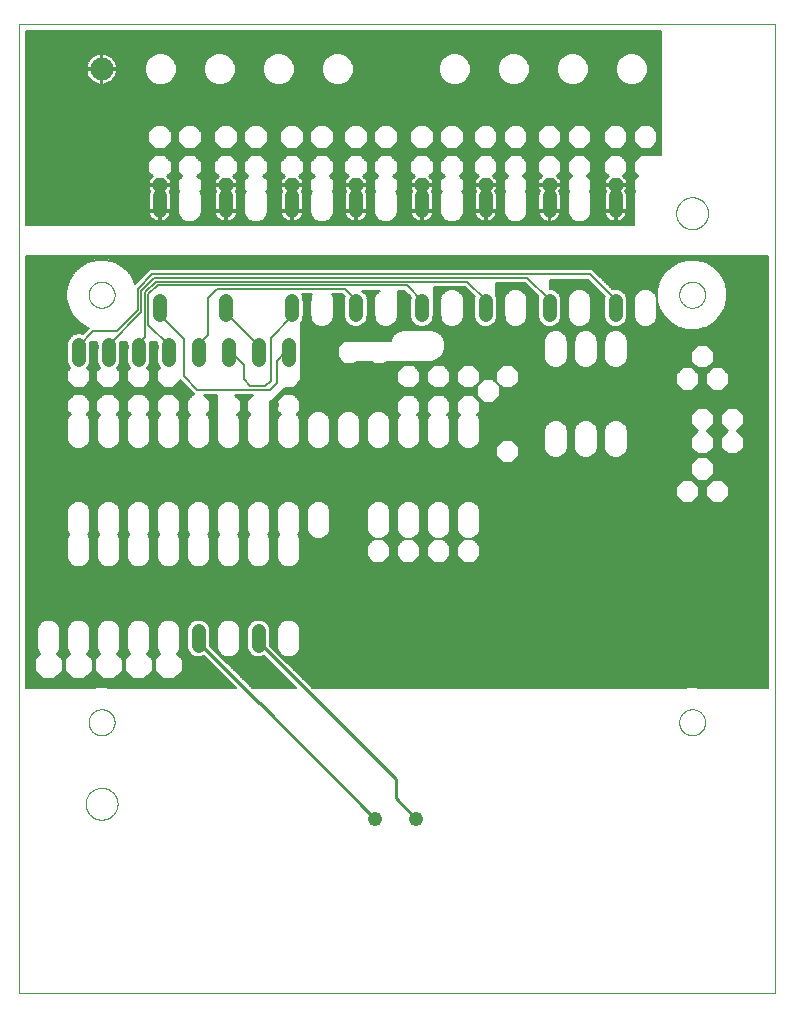
<source format=gtl>
G04 This is an RS-274x file exported by *
G04 gerbv version 2.6A *
G04 More information is available about gerbv at *
G04 http://gerbv.geda-project.org/ *
G04 --End of header info--*
%MOIN*%
%FSLAX34Y34*%
%IPPOS*%
G04 --Define apertures--*
%ADD10C,0.0000*%
%AMMACRO11*
5,1,8,0.000000,0.000000,0.051955,22.500000*
%
%ADD11MACRO11*%
%ADD12C,0.0480*%
%ADD13C,0.0480*%
%ADD14C,0.0525*%
%ADD15C,0.0532*%
%ADD16C,0.0768*%
%ADD17C,0.0768*%
%ADD18R,0.0540X0.0540*%
%ADD19C,0.0540*%
%AMMACRO20*
5,1,8,0.000000,0.000000,0.068191,22.500000*
%
%ADD20MACRO20*%
%ADD21C,0.0060*%
%ADD22C,0.0100*%
%AMMACRO23*
5,1,8,0.000000,0.000000,0.034301,22.500000*
%
%ADD23MACRO23*%
%AMMACRO24*
5,1,8,0.000000,0.000000,0.038555,22.500000*
%
%ADD24MACRO24*%
%ADD25C,0.0356*%
G04 --Start main section--*
G54D10*
G01X0000130Y0001177D02*
G01X0000130Y0033461D01*
G01X0000130Y0033461D02*
G01X0025327Y0033461D01*
G01X0025327Y0033461D02*
G01X0025327Y0001177D01*
G01X0025327Y0001177D02*
G01X0000130Y0001177D01*
G01X0002354Y0007476D02*
G01X0002355Y0007491D01*
G01X0002355Y0007491D02*
G01X0002355Y0007505D01*
G01X0002355Y0007505D02*
G01X0002356Y0007520D01*
G01X0002356Y0007520D02*
G01X0002358Y0007534D01*
G01X0002358Y0007534D02*
G01X0002359Y0007549D01*
G01X0002359Y0007549D02*
G01X0002362Y0007563D01*
G01X0002362Y0007563D02*
G01X0002364Y0007577D01*
G01X0002364Y0007577D02*
G01X0002367Y0007592D01*
G01X0002367Y0007592D02*
G01X0002370Y0007606D01*
G01X0002370Y0007606D02*
G01X0002374Y0007620D01*
G01X0002374Y0007620D02*
G01X0002378Y0007634D01*
G01X0002378Y0007634D02*
G01X0002383Y0007648D01*
G01X0002383Y0007648D02*
G01X0002388Y0007661D01*
G01X0002388Y0007661D02*
G01X0002393Y0007675D01*
G01X0002393Y0007675D02*
G01X0002398Y0007688D01*
G01X0002398Y0007688D02*
G01X0002404Y0007701D01*
G01X0002404Y0007701D02*
G01X0002411Y0007715D01*
G01X0002411Y0007715D02*
G01X0002417Y0007727D01*
G01X0002417Y0007727D02*
G01X0002424Y0007740D01*
G01X0002424Y0007740D02*
G01X0002432Y0007753D01*
G01X0002432Y0007753D02*
G01X0002440Y0007765D01*
G01X0002440Y0007765D02*
G01X0002448Y0007777D01*
G01X0002448Y0007777D02*
G01X0002456Y0007789D01*
G01X0002456Y0007789D02*
G01X0002465Y0007800D01*
G01X0002465Y0007800D02*
G01X0002474Y0007812D01*
G01X0002474Y0007812D02*
G01X0002483Y0007823D01*
G01X0002483Y0007823D02*
G01X0002493Y0007834D01*
G01X0002493Y0007834D02*
G01X0002502Y0007844D01*
G01X0002502Y0007844D02*
G01X0002513Y0007855D01*
G01X0002513Y0007855D02*
G01X0002523Y0007865D01*
G01X0002523Y0007865D02*
G01X0002534Y0007875D01*
G01X0002534Y0007875D02*
G01X0002545Y0007884D01*
G01X0002545Y0007884D02*
G01X0002556Y0007893D01*
G01X0002556Y0007893D02*
G01X0002568Y0007902D01*
G01X0002568Y0007902D02*
G01X0002579Y0007911D01*
G01X0002579Y0007911D02*
G01X0002591Y0007919D01*
G01X0002591Y0007919D02*
G01X0002604Y0007927D01*
G01X0002604Y0007927D02*
G01X0002616Y0007934D01*
G01X0002616Y0007934D02*
G01X0002629Y0007942D01*
G01X0002629Y0007942D02*
G01X0002641Y0007948D01*
G01X0002641Y0007948D02*
G01X0002654Y0007955D01*
G01X0002654Y0007955D02*
G01X0002668Y0007961D01*
G01X0002668Y0007961D02*
G01X0002681Y0007967D01*
G01X0002681Y0007967D02*
G01X0002694Y0007972D01*
G01X0002694Y0007972D02*
G01X0002708Y0007977D01*
G01X0002708Y0007977D02*
G01X0002722Y0007982D01*
G01X0002722Y0007982D02*
G01X0002736Y0007986D01*
G01X0002736Y0007986D02*
G01X0002750Y0007990D01*
G01X0002750Y0007990D02*
G01X0002764Y0007994D01*
G01X0002764Y0007994D02*
G01X0002778Y0007997D01*
G01X0002778Y0007997D02*
G01X0002792Y0008000D01*
G01X0002792Y0008000D02*
G01X0002806Y0008002D01*
G01X0002806Y0008002D02*
G01X0002821Y0008004D01*
G01X0002821Y0008004D02*
G01X0002835Y0008006D01*
G01X0002835Y0008006D02*
G01X0002850Y0008007D01*
G01X0002850Y0008007D02*
G01X0002864Y0008008D01*
G01X0002864Y0008008D02*
G01X0002879Y0008008D01*
G01X0002879Y0008008D02*
G01X0002893Y0008008D01*
G01X0002893Y0008008D02*
G01X0002908Y0008008D01*
G01X0002908Y0008008D02*
G01X0002922Y0008007D01*
G01X0002922Y0008007D02*
G01X0002937Y0008006D01*
G01X0002937Y0008006D02*
G01X0002951Y0008004D01*
G01X0002951Y0008004D02*
G01X0002966Y0008002D01*
G01X0002966Y0008002D02*
G01X0002980Y0008000D01*
G01X0002980Y0008000D02*
G01X0002994Y0007997D01*
G01X0002994Y0007997D02*
G01X0003008Y0007994D01*
G01X0003008Y0007994D02*
G01X0003022Y0007990D01*
G01X0003022Y0007990D02*
G01X0003036Y0007986D01*
G01X0003036Y0007986D02*
G01X0003050Y0007982D01*
G01X0003050Y0007982D02*
G01X0003064Y0007977D01*
G01X0003064Y0007977D02*
G01X0003078Y0007972D01*
G01X0003078Y0007972D02*
G01X0003091Y0007967D01*
G01X0003091Y0007967D02*
G01X0003104Y0007961D01*
G01X0003104Y0007961D02*
G01X0003117Y0007955D01*
G01X0003117Y0007955D02*
G01X0003130Y0007948D01*
G01X0003130Y0007948D02*
G01X0003143Y0007942D01*
G01X0003143Y0007942D02*
G01X0003156Y0007934D01*
G01X0003156Y0007934D02*
G01X0003168Y0007927D01*
G01X0003168Y0007927D02*
G01X0003180Y0007919D01*
G01X0003180Y0007919D02*
G01X0003192Y0007911D01*
G01X0003192Y0007911D02*
G01X0003204Y0007902D01*
G01X0003204Y0007902D02*
G01X0003216Y0007893D01*
G01X0003216Y0007893D02*
G01X0003227Y0007884D01*
G01X0003227Y0007884D02*
G01X0003238Y0007875D01*
G01X0003238Y0007875D02*
G01X0003249Y0007865D01*
G01X0003249Y0007865D02*
G01X0003259Y0007855D01*
G01X0003259Y0007855D02*
G01X0003269Y0007844D01*
G01X0003269Y0007844D02*
G01X0003279Y0007834D01*
G01X0003279Y0007834D02*
G01X0003289Y0007823D01*
G01X0003289Y0007823D02*
G01X0003298Y0007812D01*
G01X0003298Y0007812D02*
G01X0003307Y0007800D01*
G01X0003307Y0007800D02*
G01X0003316Y0007789D01*
G01X0003316Y0007789D02*
G01X0003324Y0007777D01*
G01X0003324Y0007777D02*
G01X0003332Y0007765D01*
G01X0003332Y0007765D02*
G01X0003340Y0007753D01*
G01X0003340Y0007753D02*
G01X0003347Y0007740D01*
G01X0003347Y0007740D02*
G01X0003354Y0007727D01*
G01X0003354Y0007727D02*
G01X0003361Y0007715D01*
G01X0003361Y0007715D02*
G01X0003367Y0007701D01*
G01X0003367Y0007701D02*
G01X0003373Y0007688D01*
G01X0003373Y0007688D02*
G01X0003379Y0007675D01*
G01X0003379Y0007675D02*
G01X0003384Y0007661D01*
G01X0003384Y0007661D02*
G01X0003389Y0007648D01*
G01X0003389Y0007648D02*
G01X0003394Y0007634D01*
G01X0003394Y0007634D02*
G01X0003398Y0007620D01*
G01X0003398Y0007620D02*
G01X0003401Y0007606D01*
G01X0003401Y0007606D02*
G01X0003405Y0007592D01*
G01X0003405Y0007592D02*
G01X0003408Y0007577D01*
G01X0003408Y0007577D02*
G01X0003410Y0007563D01*
G01X0003410Y0007563D02*
G01X0003412Y0007549D01*
G01X0003412Y0007549D02*
G01X0003414Y0007534D01*
G01X0003414Y0007534D02*
G01X0003416Y0007520D01*
G01X0003416Y0007520D02*
G01X0003417Y0007505D01*
G01X0003417Y0007505D02*
G01X0003417Y0007491D01*
G01X0003417Y0007491D02*
G01X0003417Y0007476D01*
G01X0003417Y0007476D02*
G01X0003417Y0007462D01*
G01X0003417Y0007462D02*
G01X0003417Y0007447D01*
G01X0003417Y0007447D02*
G01X0003416Y0007433D01*
G01X0003416Y0007433D02*
G01X0003414Y0007418D01*
G01X0003414Y0007418D02*
G01X0003412Y0007404D01*
G01X0003412Y0007404D02*
G01X0003410Y0007390D01*
G01X0003410Y0007390D02*
G01X0003408Y0007375D01*
G01X0003408Y0007375D02*
G01X0003405Y0007361D01*
G01X0003405Y0007361D02*
G01X0003401Y0007347D01*
G01X0003401Y0007347D02*
G01X0003398Y0007333D01*
G01X0003398Y0007333D02*
G01X0003394Y0007319D01*
G01X0003394Y0007319D02*
G01X0003389Y0007305D01*
G01X0003389Y0007305D02*
G01X0003384Y0007292D01*
G01X0003384Y0007292D02*
G01X0003379Y0007278D01*
G01X0003379Y0007278D02*
G01X0003373Y0007265D01*
G01X0003373Y0007265D02*
G01X0003367Y0007251D01*
G01X0003367Y0007251D02*
G01X0003361Y0007238D01*
G01X0003361Y0007238D02*
G01X0003354Y0007226D01*
G01X0003354Y0007226D02*
G01X0003347Y0007213D01*
G01X0003347Y0007213D02*
G01X0003340Y0007200D01*
G01X0003340Y0007200D02*
G01X0003332Y0007188D01*
G01X0003332Y0007188D02*
G01X0003324Y0007176D01*
G01X0003324Y0007176D02*
G01X0003316Y0007164D01*
G01X0003316Y0007164D02*
G01X0003307Y0007152D01*
G01X0003307Y0007152D02*
G01X0003298Y0007141D01*
G01X0003298Y0007141D02*
G01X0003289Y0007130D01*
G01X0003289Y0007130D02*
G01X0003279Y0007119D01*
G01X0003279Y0007119D02*
G01X0003269Y0007108D01*
G01X0003269Y0007108D02*
G01X0003259Y0007098D01*
G01X0003259Y0007098D02*
G01X0003249Y0007088D01*
G01X0003249Y0007088D02*
G01X0003238Y0007078D01*
G01X0003238Y0007078D02*
G01X0003227Y0007069D01*
G01X0003227Y0007069D02*
G01X0003216Y0007060D01*
G01X0003216Y0007060D02*
G01X0003204Y0007051D01*
G01X0003204Y0007051D02*
G01X0003192Y0007042D01*
G01X0003192Y0007042D02*
G01X0003180Y0007034D01*
G01X0003180Y0007034D02*
G01X0003168Y0007026D01*
G01X0003168Y0007026D02*
G01X0003156Y0007019D01*
G01X0003156Y0007019D02*
G01X0003143Y0007011D01*
G01X0003143Y0007011D02*
G01X0003130Y0007005D01*
G01X0003130Y0007005D02*
G01X0003117Y0006998D01*
G01X0003117Y0006998D02*
G01X0003104Y0006992D01*
G01X0003104Y0006992D02*
G01X0003091Y0006986D01*
G01X0003091Y0006986D02*
G01X0003078Y0006981D01*
G01X0003078Y0006981D02*
G01X0003064Y0006976D01*
G01X0003064Y0006976D02*
G01X0003050Y0006971D01*
G01X0003050Y0006971D02*
G01X0003036Y0006967D01*
G01X0003036Y0006967D02*
G01X0003022Y0006963D01*
G01X0003022Y0006963D02*
G01X0003008Y0006959D01*
G01X0003008Y0006959D02*
G01X0002994Y0006956D01*
G01X0002994Y0006956D02*
G01X0002980Y0006953D01*
G01X0002980Y0006953D02*
G01X0002966Y0006951D01*
G01X0002966Y0006951D02*
G01X0002951Y0006949D01*
G01X0002951Y0006949D02*
G01X0002937Y0006947D01*
G01X0002937Y0006947D02*
G01X0002922Y0006946D01*
G01X0002922Y0006946D02*
G01X0002908Y0006945D01*
G01X0002908Y0006945D02*
G01X0002893Y0006945D01*
G01X0002893Y0006945D02*
G01X0002879Y0006945D01*
G01X0002879Y0006945D02*
G01X0002864Y0006945D01*
G01X0002864Y0006945D02*
G01X0002850Y0006946D01*
G01X0002850Y0006946D02*
G01X0002835Y0006947D01*
G01X0002835Y0006947D02*
G01X0002821Y0006949D01*
G01X0002821Y0006949D02*
G01X0002806Y0006951D01*
G01X0002806Y0006951D02*
G01X0002792Y0006953D01*
G01X0002792Y0006953D02*
G01X0002778Y0006956D01*
G01X0002778Y0006956D02*
G01X0002764Y0006959D01*
G01X0002764Y0006959D02*
G01X0002750Y0006963D01*
G01X0002750Y0006963D02*
G01X0002736Y0006967D01*
G01X0002736Y0006967D02*
G01X0002722Y0006971D01*
G01X0002722Y0006971D02*
G01X0002708Y0006976D01*
G01X0002708Y0006976D02*
G01X0002694Y0006981D01*
G01X0002694Y0006981D02*
G01X0002681Y0006986D01*
G01X0002681Y0006986D02*
G01X0002668Y0006992D01*
G01X0002668Y0006992D02*
G01X0002654Y0006998D01*
G01X0002654Y0006998D02*
G01X0002641Y0007005D01*
G01X0002641Y0007005D02*
G01X0002629Y0007011D01*
G01X0002629Y0007011D02*
G01X0002616Y0007019D01*
G01X0002616Y0007019D02*
G01X0002604Y0007026D01*
G01X0002604Y0007026D02*
G01X0002591Y0007034D01*
G01X0002591Y0007034D02*
G01X0002579Y0007042D01*
G01X0002579Y0007042D02*
G01X0002568Y0007051D01*
G01X0002568Y0007051D02*
G01X0002556Y0007060D01*
G01X0002556Y0007060D02*
G01X0002545Y0007069D01*
G01X0002545Y0007069D02*
G01X0002534Y0007078D01*
G01X0002534Y0007078D02*
G01X0002523Y0007088D01*
G01X0002523Y0007088D02*
G01X0002513Y0007098D01*
G01X0002513Y0007098D02*
G01X0002502Y0007108D01*
G01X0002502Y0007108D02*
G01X0002493Y0007119D01*
G01X0002493Y0007119D02*
G01X0002483Y0007130D01*
G01X0002483Y0007130D02*
G01X0002474Y0007141D01*
G01X0002474Y0007141D02*
G01X0002465Y0007152D01*
G01X0002465Y0007152D02*
G01X0002456Y0007164D01*
G01X0002456Y0007164D02*
G01X0002448Y0007176D01*
G01X0002448Y0007176D02*
G01X0002440Y0007188D01*
G01X0002440Y0007188D02*
G01X0002432Y0007200D01*
G01X0002432Y0007200D02*
G01X0002424Y0007213D01*
G01X0002424Y0007213D02*
G01X0002417Y0007226D01*
G01X0002417Y0007226D02*
G01X0002411Y0007238D01*
G01X0002411Y0007238D02*
G01X0002404Y0007251D01*
G01X0002404Y0007251D02*
G01X0002398Y0007265D01*
G01X0002398Y0007265D02*
G01X0002393Y0007278D01*
G01X0002393Y0007278D02*
G01X0002388Y0007292D01*
G01X0002388Y0007292D02*
G01X0002383Y0007305D01*
G01X0002383Y0007305D02*
G01X0002378Y0007319D01*
G01X0002378Y0007319D02*
G01X0002374Y0007333D01*
G01X0002374Y0007333D02*
G01X0002370Y0007347D01*
G01X0002370Y0007347D02*
G01X0002367Y0007361D01*
G01X0002367Y0007361D02*
G01X0002364Y0007375D01*
G01X0002364Y0007375D02*
G01X0002362Y0007390D01*
G01X0002362Y0007390D02*
G01X0002359Y0007404D01*
G01X0002359Y0007404D02*
G01X0002358Y0007418D01*
G01X0002358Y0007418D02*
G01X0002356Y0007433D01*
G01X0002356Y0007433D02*
G01X0002355Y0007447D01*
G01X0002355Y0007447D02*
G01X0002355Y0007462D01*
G01X0002355Y0007462D02*
G01X0002354Y0007476D01*
G01X0002453Y0010193D02*
G01X0002453Y0010206D01*
G01X0002453Y0010206D02*
G01X0002454Y0010219D01*
G01X0002454Y0010219D02*
G01X0002455Y0010232D01*
G01X0002455Y0010232D02*
G01X0002456Y0010245D01*
G01X0002456Y0010245D02*
G01X0002458Y0010258D01*
G01X0002458Y0010258D02*
G01X0002460Y0010271D01*
G01X0002460Y0010271D02*
G01X0002463Y0010284D01*
G01X0002463Y0010284D02*
G01X0002466Y0010297D01*
G01X0002466Y0010297D02*
G01X0002469Y0010310D01*
G01X0002469Y0010310D02*
G01X0002473Y0010322D01*
G01X0002473Y0010322D02*
G01X0002477Y0010335D01*
G01X0002477Y0010335D02*
G01X0002481Y0010347D01*
G01X0002481Y0010347D02*
G01X0002486Y0010359D01*
G01X0002486Y0010359D02*
G01X0002491Y0010372D01*
G01X0002491Y0010372D02*
G01X0002497Y0010383D01*
G01X0002497Y0010383D02*
G01X0002503Y0010395D01*
G01X0002503Y0010395D02*
G01X0002509Y0010407D01*
G01X0002509Y0010407D02*
G01X0002516Y0010418D01*
G01X0002516Y0010418D02*
G01X0002523Y0010429D01*
G01X0002523Y0010429D02*
G01X0002530Y0010440D01*
G01X0002530Y0010440D02*
G01X0002538Y0010451D01*
G01X0002538Y0010451D02*
G01X0002546Y0010461D01*
G01X0002546Y0010461D02*
G01X0002554Y0010471D01*
G01X0002554Y0010471D02*
G01X0002563Y0010481D01*
G01X0002563Y0010481D02*
G01X0002572Y0010491D01*
G01X0002572Y0010491D02*
G01X0002581Y0010500D01*
G01X0002581Y0010500D02*
G01X0002590Y0010509D01*
G01X0002590Y0010509D02*
G01X0002600Y0010518D01*
G01X0002600Y0010518D02*
G01X0002610Y0010527D01*
G01X0002610Y0010527D02*
G01X0002620Y0010535D01*
G01X0002620Y0010535D02*
G01X0002631Y0010543D01*
G01X0002631Y0010543D02*
G01X0002642Y0010551D01*
G01X0002642Y0010551D02*
G01X0002653Y0010558D01*
G01X0002653Y0010558D02*
G01X0002664Y0010565D01*
G01X0002664Y0010565D02*
G01X0002675Y0010571D01*
G01X0002675Y0010571D02*
G01X0002687Y0010577D01*
G01X0002687Y0010577D02*
G01X0002698Y0010583D01*
G01X0002698Y0010583D02*
G01X0002710Y0010589D01*
G01X0002710Y0010589D02*
G01X0002722Y0010594D01*
G01X0002722Y0010594D02*
G01X0002735Y0010599D01*
G01X0002735Y0010599D02*
G01X0002747Y0010603D01*
G01X0002747Y0010603D02*
G01X0002760Y0010607D01*
G01X0002760Y0010607D02*
G01X0002772Y0010611D01*
G01X0002772Y0010611D02*
G01X0002785Y0010614D01*
G01X0002785Y0010614D02*
G01X0002798Y0010617D01*
G01X0002798Y0010617D02*
G01X0002811Y0010619D01*
G01X0002811Y0010619D02*
G01X0002824Y0010622D01*
G01X0002824Y0010622D02*
G01X0002837Y0010623D01*
G01X0002837Y0010623D02*
G01X0002850Y0010624D01*
G01X0002850Y0010624D02*
G01X0002863Y0010625D01*
G01X0002863Y0010625D02*
G01X0002876Y0010626D01*
G01X0002876Y0010626D02*
G01X0002889Y0010626D01*
G01X0002889Y0010626D02*
G01X0002902Y0010626D01*
G01X0002902Y0010626D02*
G01X0002915Y0010625D01*
G01X0002915Y0010625D02*
G01X0002929Y0010624D01*
G01X0002929Y0010624D02*
G01X0002942Y0010622D01*
G01X0002942Y0010622D02*
G01X0002955Y0010621D01*
G01X0002955Y0010621D02*
G01X0002968Y0010618D01*
G01X0002968Y0010618D02*
G01X0002980Y0010616D01*
G01X0002980Y0010616D02*
G01X0002993Y0010613D01*
G01X0002993Y0010613D02*
G01X0003006Y0010609D01*
G01X0003006Y0010609D02*
G01X0003019Y0010605D01*
G01X0003019Y0010605D02*
G01X0003031Y0010601D01*
G01X0003031Y0010601D02*
G01X0003043Y0010596D01*
G01X0003043Y0010596D02*
G01X0003055Y0010591D01*
G01X0003055Y0010591D02*
G01X0003067Y0010586D01*
G01X0003067Y0010586D02*
G01X0003079Y0010580D01*
G01X0003079Y0010580D02*
G01X0003091Y0010574D01*
G01X0003091Y0010574D02*
G01X0003102Y0010568D01*
G01X0003102Y0010568D02*
G01X0003114Y0010561D01*
G01X0003114Y0010561D02*
G01X0003125Y0010554D01*
G01X0003125Y0010554D02*
G01X0003136Y0010547D01*
G01X0003136Y0010547D02*
G01X0003146Y0010539D01*
G01X0003146Y0010539D02*
G01X0003157Y0010531D01*
G01X0003157Y0010531D02*
G01X0003167Y0010523D01*
G01X0003167Y0010523D02*
G01X0003177Y0010514D01*
G01X0003177Y0010514D02*
G01X0003186Y0010505D01*
G01X0003186Y0010505D02*
G01X0003196Y0010496D01*
G01X0003196Y0010496D02*
G01X0003205Y0010486D01*
G01X0003205Y0010486D02*
G01X0003213Y0010476D01*
G01X0003213Y0010476D02*
G01X0003222Y0010466D01*
G01X0003222Y0010466D02*
G01X0003230Y0010456D01*
G01X0003230Y0010456D02*
G01X0003238Y0010445D01*
G01X0003238Y0010445D02*
G01X0003245Y0010435D01*
G01X0003245Y0010435D02*
G01X0003253Y0010424D01*
G01X0003253Y0010424D02*
G01X0003259Y0010412D01*
G01X0003259Y0010412D02*
G01X0003266Y0010401D01*
G01X0003266Y0010401D02*
G01X0003272Y0010389D01*
G01X0003272Y0010389D02*
G01X0003278Y0010377D01*
G01X0003278Y0010377D02*
G01X0003283Y0010365D01*
G01X0003283Y0010365D02*
G01X0003288Y0010353D01*
G01X0003288Y0010353D02*
G01X0003293Y0010341D01*
G01X0003293Y0010341D02*
G01X0003297Y0010329D01*
G01X0003297Y0010329D02*
G01X0003301Y0010316D01*
G01X0003301Y0010316D02*
G01X0003305Y0010303D01*
G01X0003305Y0010303D02*
G01X0003308Y0010291D01*
G01X0003308Y0010291D02*
G01X0003311Y0010278D01*
G01X0003311Y0010278D02*
G01X0003313Y0010265D01*
G01X0003313Y0010265D02*
G01X0003315Y0010252D01*
G01X0003315Y0010252D02*
G01X0003317Y0010239D01*
G01X0003317Y0010239D02*
G01X0003318Y0010226D01*
G01X0003318Y0010226D02*
G01X0003319Y0010213D01*
G01X0003319Y0010213D02*
G01X0003319Y0010200D01*
G01X0003319Y0010200D02*
G01X0003319Y0010186D01*
G01X0003319Y0010186D02*
G01X0003319Y0010173D01*
G01X0003319Y0010173D02*
G01X0003318Y0010160D01*
G01X0003318Y0010160D02*
G01X0003317Y0010147D01*
G01X0003317Y0010147D02*
G01X0003315Y0010134D01*
G01X0003315Y0010134D02*
G01X0003313Y0010121D01*
G01X0003313Y0010121D02*
G01X0003311Y0010108D01*
G01X0003311Y0010108D02*
G01X0003308Y0010095D01*
G01X0003308Y0010095D02*
G01X0003305Y0010082D01*
G01X0003305Y0010082D02*
G01X0003301Y0010070D01*
G01X0003301Y0010070D02*
G01X0003297Y0010057D01*
G01X0003297Y0010057D02*
G01X0003293Y0010045D01*
G01X0003293Y0010045D02*
G01X0003288Y0010033D01*
G01X0003288Y0010033D02*
G01X0003283Y0010020D01*
G01X0003283Y0010020D02*
G01X0003278Y0010008D01*
G01X0003278Y0010008D02*
G01X0003272Y0009997D01*
G01X0003272Y0009997D02*
G01X0003266Y0009985D01*
G01X0003266Y0009985D02*
G01X0003259Y0009974D01*
G01X0003259Y0009974D02*
G01X0003253Y0009962D01*
G01X0003253Y0009962D02*
G01X0003245Y0009951D01*
G01X0003245Y0009951D02*
G01X0003238Y0009941D01*
G01X0003238Y0009941D02*
G01X0003230Y0009930D01*
G01X0003230Y0009930D02*
G01X0003222Y0009920D01*
G01X0003222Y0009920D02*
G01X0003213Y0009910D01*
G01X0003213Y0009910D02*
G01X0003205Y0009900D01*
G01X0003205Y0009900D02*
G01X0003196Y0009890D01*
G01X0003196Y0009890D02*
G01X0003186Y0009881D01*
G01X0003186Y0009881D02*
G01X0003177Y0009872D01*
G01X0003177Y0009872D02*
G01X0003167Y0009863D01*
G01X0003167Y0009863D02*
G01X0003157Y0009855D01*
G01X0003157Y0009855D02*
G01X0003146Y0009847D01*
G01X0003146Y0009847D02*
G01X0003136Y0009839D01*
G01X0003136Y0009839D02*
G01X0003125Y0009832D01*
G01X0003125Y0009832D02*
G01X0003114Y0009825D01*
G01X0003114Y0009825D02*
G01X0003103Y0009818D01*
G01X0003103Y0009818D02*
G01X0003091Y0009811D01*
G01X0003091Y0009811D02*
G01X0003079Y0009805D01*
G01X0003079Y0009805D02*
G01X0003067Y0009800D01*
G01X0003067Y0009800D02*
G01X0003055Y0009794D01*
G01X0003055Y0009794D02*
G01X0003043Y0009789D01*
G01X0003043Y0009789D02*
G01X0003031Y0009785D01*
G01X0003031Y0009785D02*
G01X0003019Y0009781D01*
G01X0003019Y0009781D02*
G01X0003006Y0009777D01*
G01X0003006Y0009777D02*
G01X0002993Y0009773D01*
G01X0002993Y0009773D02*
G01X0002980Y0009770D01*
G01X0002980Y0009770D02*
G01X0002968Y0009768D01*
G01X0002968Y0009768D02*
G01X0002955Y0009765D01*
G01X0002955Y0009765D02*
G01X0002942Y0009763D01*
G01X0002942Y0009763D02*
G01X0002929Y0009762D01*
G01X0002929Y0009762D02*
G01X0002915Y0009761D01*
G01X0002915Y0009761D02*
G01X0002902Y0009760D01*
G01X0002902Y0009760D02*
G01X0002889Y0009760D01*
G01X0002889Y0009760D02*
G01X0002876Y0009760D01*
G01X0002876Y0009760D02*
G01X0002863Y0009760D01*
G01X0002863Y0009760D02*
G01X0002850Y0009761D01*
G01X0002850Y0009761D02*
G01X0002837Y0009763D01*
G01X0002837Y0009763D02*
G01X0002824Y0009764D01*
G01X0002824Y0009764D02*
G01X0002811Y0009766D01*
G01X0002811Y0009766D02*
G01X0002798Y0009769D01*
G01X0002798Y0009769D02*
G01X0002785Y0009772D01*
G01X0002785Y0009772D02*
G01X0002772Y0009775D01*
G01X0002772Y0009775D02*
G01X0002760Y0009779D01*
G01X0002760Y0009779D02*
G01X0002747Y0009783D01*
G01X0002747Y0009783D02*
G01X0002735Y0009787D01*
G01X0002735Y0009787D02*
G01X0002722Y0009792D01*
G01X0002722Y0009792D02*
G01X0002710Y0009797D01*
G01X0002710Y0009797D02*
G01X0002698Y0009803D01*
G01X0002698Y0009803D02*
G01X0002687Y0009808D01*
G01X0002687Y0009808D02*
G01X0002675Y0009815D01*
G01X0002675Y0009815D02*
G01X0002664Y0009821D01*
G01X0002664Y0009821D02*
G01X0002653Y0009828D01*
G01X0002653Y0009828D02*
G01X0002642Y0009835D01*
G01X0002642Y0009835D02*
G01X0002631Y0009843D01*
G01X0002631Y0009843D02*
G01X0002620Y0009851D01*
G01X0002620Y0009851D02*
G01X0002610Y0009859D01*
G01X0002610Y0009859D02*
G01X0002600Y0009868D01*
G01X0002600Y0009868D02*
G01X0002590Y0009876D01*
G01X0002590Y0009876D02*
G01X0002581Y0009886D01*
G01X0002581Y0009886D02*
G01X0002572Y0009895D01*
G01X0002572Y0009895D02*
G01X0002563Y0009905D01*
G01X0002563Y0009905D02*
G01X0002554Y0009915D01*
G01X0002554Y0009915D02*
G01X0002546Y0009925D01*
G01X0002546Y0009925D02*
G01X0002538Y0009935D01*
G01X0002538Y0009935D02*
G01X0002530Y0009946D01*
G01X0002530Y0009946D02*
G01X0002523Y0009957D01*
G01X0002523Y0009957D02*
G01X0002516Y0009968D01*
G01X0002516Y0009968D02*
G01X0002509Y0009979D01*
G01X0002509Y0009979D02*
G01X0002503Y0009991D01*
G01X0002503Y0009991D02*
G01X0002497Y0010003D01*
G01X0002497Y0010003D02*
G01X0002491Y0010014D01*
G01X0002491Y0010014D02*
G01X0002486Y0010026D01*
G01X0002486Y0010026D02*
G01X0002481Y0010039D01*
G01X0002481Y0010039D02*
G01X0002477Y0010051D01*
G01X0002477Y0010051D02*
G01X0002473Y0010063D01*
G01X0002473Y0010063D02*
G01X0002469Y0010076D01*
G01X0002469Y0010076D02*
G01X0002466Y0010089D01*
G01X0002466Y0010089D02*
G01X0002463Y0010102D01*
G01X0002463Y0010102D02*
G01X0002460Y0010115D01*
G01X0002460Y0010115D02*
G01X0002458Y0010127D01*
G01X0002458Y0010127D02*
G01X0002456Y0010140D01*
G01X0002456Y0010140D02*
G01X0002455Y0010154D01*
G01X0002455Y0010154D02*
G01X0002454Y0010167D01*
G01X0002454Y0010167D02*
G01X0002453Y0010180D01*
G01X0002453Y0010180D02*
G01X0002453Y0010193D01*
G01X0002453Y0024445D02*
G01X0002453Y0024458D01*
G01X0002453Y0024458D02*
G01X0002454Y0024471D01*
G01X0002454Y0024471D02*
G01X0002455Y0024484D01*
G01X0002455Y0024484D02*
G01X0002456Y0024497D01*
G01X0002456Y0024497D02*
G01X0002458Y0024510D01*
G01X0002458Y0024510D02*
G01X0002460Y0024523D01*
G01X0002460Y0024523D02*
G01X0002463Y0024536D01*
G01X0002463Y0024536D02*
G01X0002466Y0024549D01*
G01X0002466Y0024549D02*
G01X0002469Y0024562D01*
G01X0002469Y0024562D02*
G01X0002473Y0024574D01*
G01X0002473Y0024574D02*
G01X0002477Y0024587D01*
G01X0002477Y0024587D02*
G01X0002481Y0024599D01*
G01X0002481Y0024599D02*
G01X0002486Y0024611D01*
G01X0002486Y0024611D02*
G01X0002491Y0024623D01*
G01X0002491Y0024623D02*
G01X0002497Y0024635D01*
G01X0002497Y0024635D02*
G01X0002503Y0024647D01*
G01X0002503Y0024647D02*
G01X0002509Y0024659D01*
G01X0002509Y0024659D02*
G01X0002516Y0024670D01*
G01X0002516Y0024670D02*
G01X0002523Y0024681D01*
G01X0002523Y0024681D02*
G01X0002530Y0024692D01*
G01X0002530Y0024692D02*
G01X0002538Y0024703D01*
G01X0002538Y0024703D02*
G01X0002546Y0024713D01*
G01X0002546Y0024713D02*
G01X0002554Y0024723D01*
G01X0002554Y0024723D02*
G01X0002563Y0024733D01*
G01X0002563Y0024733D02*
G01X0002572Y0024743D01*
G01X0002572Y0024743D02*
G01X0002581Y0024752D01*
G01X0002581Y0024752D02*
G01X0002590Y0024761D01*
G01X0002590Y0024761D02*
G01X0002600Y0024770D01*
G01X0002600Y0024770D02*
G01X0002610Y0024779D01*
G01X0002610Y0024779D02*
G01X0002620Y0024787D01*
G01X0002620Y0024787D02*
G01X0002631Y0024795D01*
G01X0002631Y0024795D02*
G01X0002642Y0024803D01*
G01X0002642Y0024803D02*
G01X0002653Y0024810D01*
G01X0002653Y0024810D02*
G01X0002664Y0024817D01*
G01X0002664Y0024817D02*
G01X0002675Y0024823D01*
G01X0002675Y0024823D02*
G01X0002687Y0024829D01*
G01X0002687Y0024829D02*
G01X0002698Y0024835D01*
G01X0002698Y0024835D02*
G01X0002710Y0024841D01*
G01X0002710Y0024841D02*
G01X0002722Y0024846D01*
G01X0002722Y0024846D02*
G01X0002735Y0024851D01*
G01X0002735Y0024851D02*
G01X0002747Y0024855D01*
G01X0002747Y0024855D02*
G01X0002760Y0024859D01*
G01X0002760Y0024859D02*
G01X0002772Y0024863D01*
G01X0002772Y0024863D02*
G01X0002785Y0024866D01*
G01X0002785Y0024866D02*
G01X0002798Y0024869D01*
G01X0002798Y0024869D02*
G01X0002811Y0024871D01*
G01X0002811Y0024871D02*
G01X0002824Y0024874D01*
G01X0002824Y0024874D02*
G01X0002837Y0024875D01*
G01X0002837Y0024875D02*
G01X0002850Y0024877D01*
G01X0002850Y0024877D02*
G01X0002863Y0024877D01*
G01X0002863Y0024877D02*
G01X0002876Y0024878D01*
G01X0002876Y0024878D02*
G01X0002889Y0024878D01*
G01X0002889Y0024878D02*
G01X0002902Y0024878D01*
G01X0002902Y0024878D02*
G01X0002915Y0024877D01*
G01X0002915Y0024877D02*
G01X0002929Y0024876D01*
G01X0002929Y0024876D02*
G01X0002942Y0024874D01*
G01X0002942Y0024874D02*
G01X0002955Y0024873D01*
G01X0002955Y0024873D02*
G01X0002968Y0024870D01*
G01X0002968Y0024870D02*
G01X0002980Y0024868D01*
G01X0002980Y0024868D02*
G01X0002993Y0024865D01*
G01X0002993Y0024865D02*
G01X0003006Y0024861D01*
G01X0003006Y0024861D02*
G01X0003019Y0024857D01*
G01X0003019Y0024857D02*
G01X0003031Y0024853D01*
G01X0003031Y0024853D02*
G01X0003043Y0024848D01*
G01X0003043Y0024848D02*
G01X0003055Y0024843D01*
G01X0003055Y0024843D02*
G01X0003067Y0024838D01*
G01X0003067Y0024838D02*
G01X0003079Y0024832D01*
G01X0003079Y0024832D02*
G01X0003091Y0024826D01*
G01X0003091Y0024826D02*
G01X0003102Y0024820D01*
G01X0003102Y0024820D02*
G01X0003114Y0024813D01*
G01X0003114Y0024813D02*
G01X0003125Y0024806D01*
G01X0003125Y0024806D02*
G01X0003136Y0024799D01*
G01X0003136Y0024799D02*
G01X0003146Y0024791D01*
G01X0003146Y0024791D02*
G01X0003157Y0024783D01*
G01X0003157Y0024783D02*
G01X0003167Y0024775D01*
G01X0003167Y0024775D02*
G01X0003177Y0024766D01*
G01X0003177Y0024766D02*
G01X0003186Y0024757D01*
G01X0003186Y0024757D02*
G01X0003196Y0024748D01*
G01X0003196Y0024748D02*
G01X0003205Y0024738D01*
G01X0003205Y0024738D02*
G01X0003213Y0024728D01*
G01X0003213Y0024728D02*
G01X0003222Y0024718D01*
G01X0003222Y0024718D02*
G01X0003230Y0024708D01*
G01X0003230Y0024708D02*
G01X0003238Y0024697D01*
G01X0003238Y0024697D02*
G01X0003245Y0024686D01*
G01X0003245Y0024686D02*
G01X0003253Y0024676D01*
G01X0003253Y0024676D02*
G01X0003259Y0024664D01*
G01X0003259Y0024664D02*
G01X0003266Y0024653D01*
G01X0003266Y0024653D02*
G01X0003272Y0024641D01*
G01X0003272Y0024641D02*
G01X0003278Y0024629D01*
G01X0003278Y0024629D02*
G01X0003283Y0024617D01*
G01X0003283Y0024617D02*
G01X0003288Y0024605D01*
G01X0003288Y0024605D02*
G01X0003293Y0024593D01*
G01X0003293Y0024593D02*
G01X0003297Y0024581D01*
G01X0003297Y0024581D02*
G01X0003301Y0024568D01*
G01X0003301Y0024568D02*
G01X0003305Y0024555D01*
G01X0003305Y0024555D02*
G01X0003308Y0024543D01*
G01X0003308Y0024543D02*
G01X0003311Y0024530D01*
G01X0003311Y0024530D02*
G01X0003313Y0024517D01*
G01X0003313Y0024517D02*
G01X0003315Y0024504D01*
G01X0003315Y0024504D02*
G01X0003317Y0024491D01*
G01X0003317Y0024491D02*
G01X0003318Y0024478D01*
G01X0003318Y0024478D02*
G01X0003319Y0024465D01*
G01X0003319Y0024465D02*
G01X0003319Y0024452D01*
G01X0003319Y0024452D02*
G01X0003319Y0024438D01*
G01X0003319Y0024438D02*
G01X0003319Y0024425D01*
G01X0003319Y0024425D02*
G01X0003318Y0024412D01*
G01X0003318Y0024412D02*
G01X0003317Y0024399D01*
G01X0003317Y0024399D02*
G01X0003315Y0024386D01*
G01X0003315Y0024386D02*
G01X0003313Y0024373D01*
G01X0003313Y0024373D02*
G01X0003311Y0024360D01*
G01X0003311Y0024360D02*
G01X0003308Y0024347D01*
G01X0003308Y0024347D02*
G01X0003305Y0024334D01*
G01X0003305Y0024334D02*
G01X0003301Y0024322D01*
G01X0003301Y0024322D02*
G01X0003297Y0024309D01*
G01X0003297Y0024309D02*
G01X0003293Y0024297D01*
G01X0003293Y0024297D02*
G01X0003288Y0024285D01*
G01X0003288Y0024285D02*
G01X0003283Y0024272D01*
G01X0003283Y0024272D02*
G01X0003278Y0024260D01*
G01X0003278Y0024260D02*
G01X0003272Y0024249D01*
G01X0003272Y0024249D02*
G01X0003266Y0024237D01*
G01X0003266Y0024237D02*
G01X0003259Y0024226D01*
G01X0003259Y0024226D02*
G01X0003253Y0024214D01*
G01X0003253Y0024214D02*
G01X0003245Y0024203D01*
G01X0003245Y0024203D02*
G01X0003238Y0024193D01*
G01X0003238Y0024193D02*
G01X0003230Y0024182D01*
G01X0003230Y0024182D02*
G01X0003222Y0024172D01*
G01X0003222Y0024172D02*
G01X0003213Y0024162D01*
G01X0003213Y0024162D02*
G01X0003205Y0024152D01*
G01X0003205Y0024152D02*
G01X0003196Y0024142D01*
G01X0003196Y0024142D02*
G01X0003186Y0024133D01*
G01X0003186Y0024133D02*
G01X0003177Y0024124D01*
G01X0003177Y0024124D02*
G01X0003167Y0024115D01*
G01X0003167Y0024115D02*
G01X0003157Y0024107D01*
G01X0003157Y0024107D02*
G01X0003146Y0024099D01*
G01X0003146Y0024099D02*
G01X0003136Y0024091D01*
G01X0003136Y0024091D02*
G01X0003125Y0024084D01*
G01X0003125Y0024084D02*
G01X0003114Y0024077D01*
G01X0003114Y0024077D02*
G01X0003103Y0024070D01*
G01X0003103Y0024070D02*
G01X0003091Y0024063D01*
G01X0003091Y0024063D02*
G01X0003079Y0024057D01*
G01X0003079Y0024057D02*
G01X0003067Y0024052D01*
G01X0003067Y0024052D02*
G01X0003055Y0024046D01*
G01X0003055Y0024046D02*
G01X0003043Y0024041D01*
G01X0003043Y0024041D02*
G01X0003031Y0024037D01*
G01X0003031Y0024037D02*
G01X0003019Y0024033D01*
G01X0003019Y0024033D02*
G01X0003006Y0024029D01*
G01X0003006Y0024029D02*
G01X0002993Y0024025D01*
G01X0002993Y0024025D02*
G01X0002980Y0024022D01*
G01X0002980Y0024022D02*
G01X0002968Y0024020D01*
G01X0002968Y0024020D02*
G01X0002955Y0024017D01*
G01X0002955Y0024017D02*
G01X0002942Y0024015D01*
G01X0002942Y0024015D02*
G01X0002929Y0024014D01*
G01X0002929Y0024014D02*
G01X0002915Y0024013D01*
G01X0002915Y0024013D02*
G01X0002902Y0024012D01*
G01X0002902Y0024012D02*
G01X0002889Y0024012D01*
G01X0002889Y0024012D02*
G01X0002876Y0024012D01*
G01X0002876Y0024012D02*
G01X0002863Y0024012D01*
G01X0002863Y0024012D02*
G01X0002850Y0024013D01*
G01X0002850Y0024013D02*
G01X0002837Y0024015D01*
G01X0002837Y0024015D02*
G01X0002824Y0024016D01*
G01X0002824Y0024016D02*
G01X0002811Y0024018D01*
G01X0002811Y0024018D02*
G01X0002798Y0024021D01*
G01X0002798Y0024021D02*
G01X0002785Y0024024D01*
G01X0002785Y0024024D02*
G01X0002772Y0024027D01*
G01X0002772Y0024027D02*
G01X0002760Y0024031D01*
G01X0002760Y0024031D02*
G01X0002747Y0024035D01*
G01X0002747Y0024035D02*
G01X0002735Y0024039D01*
G01X0002735Y0024039D02*
G01X0002722Y0024044D01*
G01X0002722Y0024044D02*
G01X0002710Y0024049D01*
G01X0002710Y0024049D02*
G01X0002698Y0024055D01*
G01X0002698Y0024055D02*
G01X0002687Y0024060D01*
G01X0002687Y0024060D02*
G01X0002675Y0024067D01*
G01X0002675Y0024067D02*
G01X0002664Y0024073D01*
G01X0002664Y0024073D02*
G01X0002653Y0024080D01*
G01X0002653Y0024080D02*
G01X0002642Y0024087D01*
G01X0002642Y0024087D02*
G01X0002631Y0024095D01*
G01X0002631Y0024095D02*
G01X0002620Y0024103D01*
G01X0002620Y0024103D02*
G01X0002610Y0024111D01*
G01X0002610Y0024111D02*
G01X0002600Y0024120D01*
G01X0002600Y0024120D02*
G01X0002590Y0024128D01*
G01X0002590Y0024128D02*
G01X0002581Y0024138D01*
G01X0002581Y0024138D02*
G01X0002572Y0024147D01*
G01X0002572Y0024147D02*
G01X0002563Y0024157D01*
G01X0002563Y0024157D02*
G01X0002554Y0024167D01*
G01X0002554Y0024167D02*
G01X0002546Y0024177D01*
G01X0002546Y0024177D02*
G01X0002538Y0024187D01*
G01X0002538Y0024187D02*
G01X0002530Y0024198D01*
G01X0002530Y0024198D02*
G01X0002523Y0024209D01*
G01X0002523Y0024209D02*
G01X0002516Y0024220D01*
G01X0002516Y0024220D02*
G01X0002509Y0024231D01*
G01X0002509Y0024231D02*
G01X0002503Y0024243D01*
G01X0002503Y0024243D02*
G01X0002497Y0024255D01*
G01X0002497Y0024255D02*
G01X0002491Y0024266D01*
G01X0002491Y0024266D02*
G01X0002486Y0024278D01*
G01X0002486Y0024278D02*
G01X0002481Y0024291D01*
G01X0002481Y0024291D02*
G01X0002477Y0024303D01*
G01X0002477Y0024303D02*
G01X0002473Y0024315D01*
G01X0002473Y0024315D02*
G01X0002469Y0024328D01*
G01X0002469Y0024328D02*
G01X0002466Y0024341D01*
G01X0002466Y0024341D02*
G01X0002463Y0024354D01*
G01X0002463Y0024354D02*
G01X0002460Y0024367D01*
G01X0002460Y0024367D02*
G01X0002458Y0024379D01*
G01X0002458Y0024379D02*
G01X0002456Y0024392D01*
G01X0002456Y0024392D02*
G01X0002455Y0024406D01*
G01X0002455Y0024406D02*
G01X0002454Y0024419D01*
G01X0002454Y0024419D02*
G01X0002453Y0024432D01*
G01X0002453Y0024432D02*
G01X0002453Y0024445D01*
G01X0022138Y0024445D02*
G01X0022138Y0024458D01*
G01X0022138Y0024458D02*
G01X0022139Y0024471D01*
G01X0022139Y0024471D02*
G01X0022140Y0024484D01*
G01X0022140Y0024484D02*
G01X0022141Y0024497D01*
G01X0022141Y0024497D02*
G01X0022143Y0024510D01*
G01X0022143Y0024510D02*
G01X0022145Y0024523D01*
G01X0022145Y0024523D02*
G01X0022148Y0024536D01*
G01X0022148Y0024536D02*
G01X0022151Y0024549D01*
G01X0022151Y0024549D02*
G01X0022154Y0024562D01*
G01X0022154Y0024562D02*
G01X0022158Y0024574D01*
G01X0022158Y0024574D02*
G01X0022162Y0024587D01*
G01X0022162Y0024587D02*
G01X0022166Y0024599D01*
G01X0022166Y0024599D02*
G01X0022171Y0024611D01*
G01X0022171Y0024611D02*
G01X0022176Y0024623D01*
G01X0022176Y0024623D02*
G01X0022182Y0024635D01*
G01X0022182Y0024635D02*
G01X0022188Y0024647D01*
G01X0022188Y0024647D02*
G01X0022194Y0024659D01*
G01X0022194Y0024659D02*
G01X0022201Y0024670D01*
G01X0022201Y0024670D02*
G01X0022208Y0024681D01*
G01X0022208Y0024681D02*
G01X0022215Y0024692D01*
G01X0022215Y0024692D02*
G01X0022223Y0024703D01*
G01X0022223Y0024703D02*
G01X0022231Y0024713D01*
G01X0022231Y0024713D02*
G01X0022239Y0024723D01*
G01X0022239Y0024723D02*
G01X0022248Y0024733D01*
G01X0022248Y0024733D02*
G01X0022257Y0024743D01*
G01X0022257Y0024743D02*
G01X0022266Y0024752D01*
G01X0022266Y0024752D02*
G01X0022275Y0024761D01*
G01X0022275Y0024761D02*
G01X0022285Y0024770D01*
G01X0022285Y0024770D02*
G01X0022295Y0024779D01*
G01X0022295Y0024779D02*
G01X0022305Y0024787D01*
G01X0022305Y0024787D02*
G01X0022316Y0024795D01*
G01X0022316Y0024795D02*
G01X0022327Y0024803D01*
G01X0022327Y0024803D02*
G01X0022338Y0024810D01*
G01X0022338Y0024810D02*
G01X0022349Y0024817D01*
G01X0022349Y0024817D02*
G01X0022360Y0024823D01*
G01X0022360Y0024823D02*
G01X0022372Y0024829D01*
G01X0022372Y0024829D02*
G01X0022383Y0024835D01*
G01X0022383Y0024835D02*
G01X0022395Y0024841D01*
G01X0022395Y0024841D02*
G01X0022407Y0024846D01*
G01X0022407Y0024846D02*
G01X0022420Y0024851D01*
G01X0022420Y0024851D02*
G01X0022432Y0024855D01*
G01X0022432Y0024855D02*
G01X0022445Y0024859D01*
G01X0022445Y0024859D02*
G01X0022457Y0024863D01*
G01X0022457Y0024863D02*
G01X0022470Y0024866D01*
G01X0022470Y0024866D02*
G01X0022483Y0024869D01*
G01X0022483Y0024869D02*
G01X0022496Y0024871D01*
G01X0022496Y0024871D02*
G01X0022509Y0024874D01*
G01X0022509Y0024874D02*
G01X0022522Y0024875D01*
G01X0022522Y0024875D02*
G01X0022535Y0024877D01*
G01X0022535Y0024877D02*
G01X0022548Y0024877D01*
G01X0022548Y0024877D02*
G01X0022561Y0024878D01*
G01X0022561Y0024878D02*
G01X0022574Y0024878D01*
G01X0022574Y0024878D02*
G01X0022587Y0024878D01*
G01X0022587Y0024878D02*
G01X0022601Y0024877D01*
G01X0022601Y0024877D02*
G01X0022614Y0024876D01*
G01X0022614Y0024876D02*
G01X0022627Y0024874D01*
G01X0022627Y0024874D02*
G01X0022640Y0024873D01*
G01X0022640Y0024873D02*
G01X0022653Y0024870D01*
G01X0022653Y0024870D02*
G01X0022665Y0024868D01*
G01X0022665Y0024868D02*
G01X0022678Y0024865D01*
G01X0022678Y0024865D02*
G01X0022691Y0024861D01*
G01X0022691Y0024861D02*
G01X0022704Y0024857D01*
G01X0022704Y0024857D02*
G01X0022716Y0024853D01*
G01X0022716Y0024853D02*
G01X0022728Y0024848D01*
G01X0022728Y0024848D02*
G01X0022740Y0024843D01*
G01X0022740Y0024843D02*
G01X0022752Y0024838D01*
G01X0022752Y0024838D02*
G01X0022764Y0024832D01*
G01X0022764Y0024832D02*
G01X0022776Y0024826D01*
G01X0022776Y0024826D02*
G01X0022787Y0024820D01*
G01X0022787Y0024820D02*
G01X0022799Y0024813D01*
G01X0022799Y0024813D02*
G01X0022810Y0024806D01*
G01X0022810Y0024806D02*
G01X0022821Y0024799D01*
G01X0022821Y0024799D02*
G01X0022831Y0024791D01*
G01X0022831Y0024791D02*
G01X0022842Y0024783D01*
G01X0022842Y0024783D02*
G01X0022852Y0024775D01*
G01X0022852Y0024775D02*
G01X0022862Y0024766D01*
G01X0022862Y0024766D02*
G01X0022871Y0024757D01*
G01X0022871Y0024757D02*
G01X0022881Y0024748D01*
G01X0022881Y0024748D02*
G01X0022890Y0024738D01*
G01X0022890Y0024738D02*
G01X0022898Y0024728D01*
G01X0022898Y0024728D02*
G01X0022907Y0024718D01*
G01X0022907Y0024718D02*
G01X0022915Y0024708D01*
G01X0022915Y0024708D02*
G01X0022923Y0024697D01*
G01X0022923Y0024697D02*
G01X0022930Y0024686D01*
G01X0022930Y0024686D02*
G01X0022938Y0024676D01*
G01X0022938Y0024676D02*
G01X0022944Y0024664D01*
G01X0022944Y0024664D02*
G01X0022951Y0024653D01*
G01X0022951Y0024653D02*
G01X0022957Y0024641D01*
G01X0022957Y0024641D02*
G01X0022963Y0024629D01*
G01X0022963Y0024629D02*
G01X0022968Y0024617D01*
G01X0022968Y0024617D02*
G01X0022973Y0024605D01*
G01X0022973Y0024605D02*
G01X0022978Y0024593D01*
G01X0022978Y0024593D02*
G01X0022982Y0024581D01*
G01X0022982Y0024581D02*
G01X0022986Y0024568D01*
G01X0022986Y0024568D02*
G01X0022990Y0024555D01*
G01X0022990Y0024555D02*
G01X0022993Y0024543D01*
G01X0022993Y0024543D02*
G01X0022996Y0024530D01*
G01X0022996Y0024530D02*
G01X0022998Y0024517D01*
G01X0022998Y0024517D02*
G01X0023000Y0024504D01*
G01X0023000Y0024504D02*
G01X0023002Y0024491D01*
G01X0023002Y0024491D02*
G01X0023003Y0024478D01*
G01X0023003Y0024478D02*
G01X0023004Y0024465D01*
G01X0023004Y0024465D02*
G01X0023004Y0024452D01*
G01X0023004Y0024452D02*
G01X0023004Y0024438D01*
G01X0023004Y0024438D02*
G01X0023004Y0024425D01*
G01X0023004Y0024425D02*
G01X0023003Y0024412D01*
G01X0023003Y0024412D02*
G01X0023002Y0024399D01*
G01X0023002Y0024399D02*
G01X0023000Y0024386D01*
G01X0023000Y0024386D02*
G01X0022998Y0024373D01*
G01X0022998Y0024373D02*
G01X0022996Y0024360D01*
G01X0022996Y0024360D02*
G01X0022993Y0024347D01*
G01X0022993Y0024347D02*
G01X0022990Y0024334D01*
G01X0022990Y0024334D02*
G01X0022986Y0024322D01*
G01X0022986Y0024322D02*
G01X0022982Y0024309D01*
G01X0022982Y0024309D02*
G01X0022978Y0024297D01*
G01X0022978Y0024297D02*
G01X0022973Y0024285D01*
G01X0022973Y0024285D02*
G01X0022968Y0024272D01*
G01X0022968Y0024272D02*
G01X0022963Y0024260D01*
G01X0022963Y0024260D02*
G01X0022957Y0024249D01*
G01X0022957Y0024249D02*
G01X0022951Y0024237D01*
G01X0022951Y0024237D02*
G01X0022944Y0024226D01*
G01X0022944Y0024226D02*
G01X0022938Y0024214D01*
G01X0022938Y0024214D02*
G01X0022930Y0024203D01*
G01X0022930Y0024203D02*
G01X0022923Y0024193D01*
G01X0022923Y0024193D02*
G01X0022915Y0024182D01*
G01X0022915Y0024182D02*
G01X0022907Y0024172D01*
G01X0022907Y0024172D02*
G01X0022898Y0024162D01*
G01X0022898Y0024162D02*
G01X0022890Y0024152D01*
G01X0022890Y0024152D02*
G01X0022881Y0024142D01*
G01X0022881Y0024142D02*
G01X0022871Y0024133D01*
G01X0022871Y0024133D02*
G01X0022862Y0024124D01*
G01X0022862Y0024124D02*
G01X0022852Y0024115D01*
G01X0022852Y0024115D02*
G01X0022842Y0024107D01*
G01X0022842Y0024107D02*
G01X0022831Y0024099D01*
G01X0022831Y0024099D02*
G01X0022821Y0024091D01*
G01X0022821Y0024091D02*
G01X0022810Y0024084D01*
G01X0022810Y0024084D02*
G01X0022799Y0024077D01*
G01X0022799Y0024077D02*
G01X0022788Y0024070D01*
G01X0022788Y0024070D02*
G01X0022776Y0024063D01*
G01X0022776Y0024063D02*
G01X0022764Y0024057D01*
G01X0022764Y0024057D02*
G01X0022752Y0024052D01*
G01X0022752Y0024052D02*
G01X0022740Y0024046D01*
G01X0022740Y0024046D02*
G01X0022728Y0024041D01*
G01X0022728Y0024041D02*
G01X0022716Y0024037D01*
G01X0022716Y0024037D02*
G01X0022704Y0024033D01*
G01X0022704Y0024033D02*
G01X0022691Y0024029D01*
G01X0022691Y0024029D02*
G01X0022678Y0024025D01*
G01X0022678Y0024025D02*
G01X0022665Y0024022D01*
G01X0022665Y0024022D02*
G01X0022653Y0024020D01*
G01X0022653Y0024020D02*
G01X0022640Y0024017D01*
G01X0022640Y0024017D02*
G01X0022627Y0024015D01*
G01X0022627Y0024015D02*
G01X0022614Y0024014D01*
G01X0022614Y0024014D02*
G01X0022601Y0024013D01*
G01X0022601Y0024013D02*
G01X0022587Y0024012D01*
G01X0022587Y0024012D02*
G01X0022574Y0024012D01*
G01X0022574Y0024012D02*
G01X0022561Y0024012D01*
G01X0022561Y0024012D02*
G01X0022548Y0024012D01*
G01X0022548Y0024012D02*
G01X0022535Y0024013D01*
G01X0022535Y0024013D02*
G01X0022522Y0024015D01*
G01X0022522Y0024015D02*
G01X0022509Y0024016D01*
G01X0022509Y0024016D02*
G01X0022496Y0024018D01*
G01X0022496Y0024018D02*
G01X0022483Y0024021D01*
G01X0022483Y0024021D02*
G01X0022470Y0024024D01*
G01X0022470Y0024024D02*
G01X0022457Y0024027D01*
G01X0022457Y0024027D02*
G01X0022445Y0024031D01*
G01X0022445Y0024031D02*
G01X0022432Y0024035D01*
G01X0022432Y0024035D02*
G01X0022420Y0024039D01*
G01X0022420Y0024039D02*
G01X0022407Y0024044D01*
G01X0022407Y0024044D02*
G01X0022395Y0024049D01*
G01X0022395Y0024049D02*
G01X0022383Y0024055D01*
G01X0022383Y0024055D02*
G01X0022372Y0024060D01*
G01X0022372Y0024060D02*
G01X0022360Y0024067D01*
G01X0022360Y0024067D02*
G01X0022349Y0024073D01*
G01X0022349Y0024073D02*
G01X0022338Y0024080D01*
G01X0022338Y0024080D02*
G01X0022327Y0024087D01*
G01X0022327Y0024087D02*
G01X0022316Y0024095D01*
G01X0022316Y0024095D02*
G01X0022305Y0024103D01*
G01X0022305Y0024103D02*
G01X0022295Y0024111D01*
G01X0022295Y0024111D02*
G01X0022285Y0024120D01*
G01X0022285Y0024120D02*
G01X0022275Y0024128D01*
G01X0022275Y0024128D02*
G01X0022266Y0024138D01*
G01X0022266Y0024138D02*
G01X0022257Y0024147D01*
G01X0022257Y0024147D02*
G01X0022248Y0024157D01*
G01X0022248Y0024157D02*
G01X0022239Y0024167D01*
G01X0022239Y0024167D02*
G01X0022231Y0024177D01*
G01X0022231Y0024177D02*
G01X0022223Y0024187D01*
G01X0022223Y0024187D02*
G01X0022215Y0024198D01*
G01X0022215Y0024198D02*
G01X0022208Y0024209D01*
G01X0022208Y0024209D02*
G01X0022201Y0024220D01*
G01X0022201Y0024220D02*
G01X0022194Y0024231D01*
G01X0022194Y0024231D02*
G01X0022188Y0024243D01*
G01X0022188Y0024243D02*
G01X0022182Y0024255D01*
G01X0022182Y0024255D02*
G01X0022176Y0024266D01*
G01X0022176Y0024266D02*
G01X0022171Y0024278D01*
G01X0022171Y0024278D02*
G01X0022166Y0024291D01*
G01X0022166Y0024291D02*
G01X0022162Y0024303D01*
G01X0022162Y0024303D02*
G01X0022158Y0024315D01*
G01X0022158Y0024315D02*
G01X0022154Y0024328D01*
G01X0022154Y0024328D02*
G01X0022151Y0024341D01*
G01X0022151Y0024341D02*
G01X0022148Y0024354D01*
G01X0022148Y0024354D02*
G01X0022145Y0024367D01*
G01X0022145Y0024367D02*
G01X0022143Y0024379D01*
G01X0022143Y0024379D02*
G01X0022141Y0024392D01*
G01X0022141Y0024392D02*
G01X0022140Y0024406D01*
G01X0022140Y0024406D02*
G01X0022139Y0024419D01*
G01X0022139Y0024419D02*
G01X0022138Y0024432D01*
G01X0022138Y0024432D02*
G01X0022138Y0024445D01*
G01X0022039Y0027161D02*
G01X0022040Y0027176D01*
G01X0022040Y0027176D02*
G01X0022040Y0027190D01*
G01X0022040Y0027190D02*
G01X0022041Y0027205D01*
G01X0022041Y0027205D02*
G01X0022043Y0027219D01*
G01X0022043Y0027219D02*
G01X0022044Y0027234D01*
G01X0022044Y0027234D02*
G01X0022047Y0027248D01*
G01X0022047Y0027248D02*
G01X0022049Y0027262D01*
G01X0022049Y0027262D02*
G01X0022052Y0027277D01*
G01X0022052Y0027277D02*
G01X0022055Y0027291D01*
G01X0022055Y0027291D02*
G01X0022059Y0027305D01*
G01X0022059Y0027305D02*
G01X0022063Y0027319D01*
G01X0022063Y0027319D02*
G01X0022068Y0027333D01*
G01X0022068Y0027333D02*
G01X0022073Y0027346D01*
G01X0022073Y0027346D02*
G01X0022078Y0027360D01*
G01X0022078Y0027360D02*
G01X0022083Y0027373D01*
G01X0022083Y0027373D02*
G01X0022089Y0027386D01*
G01X0022089Y0027386D02*
G01X0022096Y0027400D01*
G01X0022096Y0027400D02*
G01X0022102Y0027412D01*
G01X0022102Y0027412D02*
G01X0022109Y0027425D01*
G01X0022109Y0027425D02*
G01X0022117Y0027438D01*
G01X0022117Y0027438D02*
G01X0022125Y0027450D01*
G01X0022125Y0027450D02*
G01X0022133Y0027462D01*
G01X0022133Y0027462D02*
G01X0022141Y0027474D01*
G01X0022141Y0027474D02*
G01X0022150Y0027485D01*
G01X0022150Y0027485D02*
G01X0022159Y0027497D01*
G01X0022159Y0027497D02*
G01X0022168Y0027508D01*
G01X0022168Y0027508D02*
G01X0022178Y0027519D01*
G01X0022178Y0027519D02*
G01X0022188Y0027529D01*
G01X0022188Y0027529D02*
G01X0022198Y0027540D01*
G01X0022198Y0027540D02*
G01X0022208Y0027550D01*
G01X0022208Y0027550D02*
G01X0022219Y0027560D01*
G01X0022219Y0027560D02*
G01X0022230Y0027569D01*
G01X0022230Y0027569D02*
G01X0022241Y0027578D01*
G01X0022241Y0027578D02*
G01X0022253Y0027587D01*
G01X0022253Y0027587D02*
G01X0022264Y0027596D01*
G01X0022264Y0027596D02*
G01X0022276Y0027604D01*
G01X0022276Y0027604D02*
G01X0022289Y0027612D01*
G01X0022289Y0027612D02*
G01X0022301Y0027619D01*
G01X0022301Y0027619D02*
G01X0022314Y0027627D01*
G01X0022314Y0027627D02*
G01X0022326Y0027633D01*
G01X0022326Y0027633D02*
G01X0022339Y0027640D01*
G01X0022339Y0027640D02*
G01X0022353Y0027646D01*
G01X0022353Y0027646D02*
G01X0022366Y0027652D01*
G01X0022366Y0027652D02*
G01X0022379Y0027657D01*
G01X0022379Y0027657D02*
G01X0022393Y0027662D01*
G01X0022393Y0027662D02*
G01X0022407Y0027667D01*
G01X0022407Y0027667D02*
G01X0022421Y0027671D01*
G01X0022421Y0027671D02*
G01X0022435Y0027675D01*
G01X0022435Y0027675D02*
G01X0022449Y0027679D01*
G01X0022449Y0027679D02*
G01X0022463Y0027682D01*
G01X0022463Y0027682D02*
G01X0022477Y0027685D01*
G01X0022477Y0027685D02*
G01X0022491Y0027687D01*
G01X0022491Y0027687D02*
G01X0022506Y0027689D01*
G01X0022506Y0027689D02*
G01X0022520Y0027691D01*
G01X0022520Y0027691D02*
G01X0022535Y0027692D01*
G01X0022535Y0027692D02*
G01X0022549Y0027693D01*
G01X0022549Y0027693D02*
G01X0022564Y0027693D01*
G01X0022564Y0027693D02*
G01X0022578Y0027693D01*
G01X0022578Y0027693D02*
G01X0022593Y0027693D01*
G01X0022593Y0027693D02*
G01X0022607Y0027692D01*
G01X0022607Y0027692D02*
G01X0022622Y0027691D01*
G01X0022622Y0027691D02*
G01X0022636Y0027689D01*
G01X0022636Y0027689D02*
G01X0022651Y0027687D01*
G01X0022651Y0027687D02*
G01X0022665Y0027685D01*
G01X0022665Y0027685D02*
G01X0022679Y0027682D01*
G01X0022679Y0027682D02*
G01X0022693Y0027679D01*
G01X0022693Y0027679D02*
G01X0022707Y0027675D01*
G01X0022707Y0027675D02*
G01X0022721Y0027671D01*
G01X0022721Y0027671D02*
G01X0022735Y0027667D01*
G01X0022735Y0027667D02*
G01X0022749Y0027662D01*
G01X0022749Y0027662D02*
G01X0022763Y0027657D01*
G01X0022763Y0027657D02*
G01X0022776Y0027652D01*
G01X0022776Y0027652D02*
G01X0022789Y0027646D01*
G01X0022789Y0027646D02*
G01X0022802Y0027640D01*
G01X0022802Y0027640D02*
G01X0022815Y0027633D01*
G01X0022815Y0027633D02*
G01X0022828Y0027627D01*
G01X0022828Y0027627D02*
G01X0022841Y0027619D01*
G01X0022841Y0027619D02*
G01X0022853Y0027612D01*
G01X0022853Y0027612D02*
G01X0022865Y0027604D01*
G01X0022865Y0027604D02*
G01X0022877Y0027596D01*
G01X0022877Y0027596D02*
G01X0022889Y0027587D01*
G01X0022889Y0027587D02*
G01X0022901Y0027578D01*
G01X0022901Y0027578D02*
G01X0022912Y0027569D01*
G01X0022912Y0027569D02*
G01X0022923Y0027560D01*
G01X0022923Y0027560D02*
G01X0022934Y0027550D01*
G01X0022934Y0027550D02*
G01X0022944Y0027540D01*
G01X0022944Y0027540D02*
G01X0022954Y0027529D01*
G01X0022954Y0027529D02*
G01X0022964Y0027519D01*
G01X0022964Y0027519D02*
G01X0022974Y0027508D01*
G01X0022974Y0027508D02*
G01X0022983Y0027497D01*
G01X0022983Y0027497D02*
G01X0022992Y0027485D01*
G01X0022992Y0027485D02*
G01X0023001Y0027474D01*
G01X0023001Y0027474D02*
G01X0023009Y0027462D01*
G01X0023009Y0027462D02*
G01X0023017Y0027450D01*
G01X0023017Y0027450D02*
G01X0023025Y0027438D01*
G01X0023025Y0027438D02*
G01X0023032Y0027425D01*
G01X0023032Y0027425D02*
G01X0023039Y0027412D01*
G01X0023039Y0027412D02*
G01X0023046Y0027400D01*
G01X0023046Y0027400D02*
G01X0023052Y0027386D01*
G01X0023052Y0027386D02*
G01X0023058Y0027373D01*
G01X0023058Y0027373D02*
G01X0023064Y0027360D01*
G01X0023064Y0027360D02*
G01X0023069Y0027346D01*
G01X0023069Y0027346D02*
G01X0023074Y0027333D01*
G01X0023074Y0027333D02*
G01X0023079Y0027319D01*
G01X0023079Y0027319D02*
G01X0023083Y0027305D01*
G01X0023083Y0027305D02*
G01X0023086Y0027291D01*
G01X0023086Y0027291D02*
G01X0023090Y0027277D01*
G01X0023090Y0027277D02*
G01X0023093Y0027262D01*
G01X0023093Y0027262D02*
G01X0023095Y0027248D01*
G01X0023095Y0027248D02*
G01X0023097Y0027234D01*
G01X0023097Y0027234D02*
G01X0023099Y0027219D01*
G01X0023099Y0027219D02*
G01X0023101Y0027205D01*
G01X0023101Y0027205D02*
G01X0023102Y0027190D01*
G01X0023102Y0027190D02*
G01X0023102Y0027176D01*
G01X0023102Y0027176D02*
G01X0023102Y0027161D01*
G01X0023102Y0027161D02*
G01X0023102Y0027147D01*
G01X0023102Y0027147D02*
G01X0023102Y0027132D01*
G01X0023102Y0027132D02*
G01X0023101Y0027118D01*
G01X0023101Y0027118D02*
G01X0023099Y0027103D01*
G01X0023099Y0027103D02*
G01X0023097Y0027089D01*
G01X0023097Y0027089D02*
G01X0023095Y0027075D01*
G01X0023095Y0027075D02*
G01X0023093Y0027060D01*
G01X0023093Y0027060D02*
G01X0023090Y0027046D01*
G01X0023090Y0027046D02*
G01X0023086Y0027032D01*
G01X0023086Y0027032D02*
G01X0023083Y0027018D01*
G01X0023083Y0027018D02*
G01X0023079Y0027004D01*
G01X0023079Y0027004D02*
G01X0023074Y0026990D01*
G01X0023074Y0026990D02*
G01X0023069Y0026977D01*
G01X0023069Y0026977D02*
G01X0023064Y0026963D01*
G01X0023064Y0026963D02*
G01X0023058Y0026950D01*
G01X0023058Y0026950D02*
G01X0023052Y0026936D01*
G01X0023052Y0026936D02*
G01X0023046Y0026923D01*
G01X0023046Y0026923D02*
G01X0023039Y0026911D01*
G01X0023039Y0026911D02*
G01X0023032Y0026898D01*
G01X0023032Y0026898D02*
G01X0023025Y0026885D01*
G01X0023025Y0026885D02*
G01X0023017Y0026873D01*
G01X0023017Y0026873D02*
G01X0023009Y0026861D01*
G01X0023009Y0026861D02*
G01X0023001Y0026849D01*
G01X0023001Y0026849D02*
G01X0022992Y0026837D01*
G01X0022992Y0026837D02*
G01X0022983Y0026826D01*
G01X0022983Y0026826D02*
G01X0022974Y0026815D01*
G01X0022974Y0026815D02*
G01X0022964Y0026804D01*
G01X0022964Y0026804D02*
G01X0022954Y0026793D01*
G01X0022954Y0026793D02*
G01X0022944Y0026783D01*
G01X0022944Y0026783D02*
G01X0022934Y0026773D01*
G01X0022934Y0026773D02*
G01X0022923Y0026763D01*
G01X0022923Y0026763D02*
G01X0022912Y0026754D01*
G01X0022912Y0026754D02*
G01X0022901Y0026745D01*
G01X0022901Y0026745D02*
G01X0022889Y0026736D01*
G01X0022889Y0026736D02*
G01X0022877Y0026727D01*
G01X0022877Y0026727D02*
G01X0022865Y0026719D01*
G01X0022865Y0026719D02*
G01X0022853Y0026711D01*
G01X0022853Y0026711D02*
G01X0022841Y0026704D01*
G01X0022841Y0026704D02*
G01X0022828Y0026696D01*
G01X0022828Y0026696D02*
G01X0022815Y0026690D01*
G01X0022815Y0026690D02*
G01X0022802Y0026683D01*
G01X0022802Y0026683D02*
G01X0022789Y0026677D01*
G01X0022789Y0026677D02*
G01X0022776Y0026671D01*
G01X0022776Y0026671D02*
G01X0022763Y0026666D01*
G01X0022763Y0026666D02*
G01X0022749Y0026661D01*
G01X0022749Y0026661D02*
G01X0022735Y0026656D01*
G01X0022735Y0026656D02*
G01X0022721Y0026652D01*
G01X0022721Y0026652D02*
G01X0022707Y0026648D01*
G01X0022707Y0026648D02*
G01X0022693Y0026644D01*
G01X0022693Y0026644D02*
G01X0022679Y0026641D01*
G01X0022679Y0026641D02*
G01X0022665Y0026638D01*
G01X0022665Y0026638D02*
G01X0022651Y0026636D01*
G01X0022651Y0026636D02*
G01X0022636Y0026634D01*
G01X0022636Y0026634D02*
G01X0022622Y0026632D01*
G01X0022622Y0026632D02*
G01X0022607Y0026631D01*
G01X0022607Y0026631D02*
G01X0022593Y0026630D01*
G01X0022593Y0026630D02*
G01X0022578Y0026630D01*
G01X0022578Y0026630D02*
G01X0022564Y0026630D01*
G01X0022564Y0026630D02*
G01X0022549Y0026630D01*
G01X0022549Y0026630D02*
G01X0022535Y0026631D01*
G01X0022535Y0026631D02*
G01X0022520Y0026632D01*
G01X0022520Y0026632D02*
G01X0022506Y0026634D01*
G01X0022506Y0026634D02*
G01X0022491Y0026636D01*
G01X0022491Y0026636D02*
G01X0022477Y0026638D01*
G01X0022477Y0026638D02*
G01X0022463Y0026641D01*
G01X0022463Y0026641D02*
G01X0022449Y0026644D01*
G01X0022449Y0026644D02*
G01X0022435Y0026648D01*
G01X0022435Y0026648D02*
G01X0022421Y0026652D01*
G01X0022421Y0026652D02*
G01X0022407Y0026656D01*
G01X0022407Y0026656D02*
G01X0022393Y0026661D01*
G01X0022393Y0026661D02*
G01X0022379Y0026666D01*
G01X0022379Y0026666D02*
G01X0022366Y0026671D01*
G01X0022366Y0026671D02*
G01X0022353Y0026677D01*
G01X0022353Y0026677D02*
G01X0022339Y0026683D01*
G01X0022339Y0026683D02*
G01X0022326Y0026690D01*
G01X0022326Y0026690D02*
G01X0022314Y0026696D01*
G01X0022314Y0026696D02*
G01X0022301Y0026704D01*
G01X0022301Y0026704D02*
G01X0022289Y0026711D01*
G01X0022289Y0026711D02*
G01X0022276Y0026719D01*
G01X0022276Y0026719D02*
G01X0022264Y0026727D01*
G01X0022264Y0026727D02*
G01X0022253Y0026736D01*
G01X0022253Y0026736D02*
G01X0022241Y0026745D01*
G01X0022241Y0026745D02*
G01X0022230Y0026754D01*
G01X0022230Y0026754D02*
G01X0022219Y0026763D01*
G01X0022219Y0026763D02*
G01X0022208Y0026773D01*
G01X0022208Y0026773D02*
G01X0022198Y0026783D01*
G01X0022198Y0026783D02*
G01X0022188Y0026793D01*
G01X0022188Y0026793D02*
G01X0022178Y0026804D01*
G01X0022178Y0026804D02*
G01X0022168Y0026815D01*
G01X0022168Y0026815D02*
G01X0022159Y0026826D01*
G01X0022159Y0026826D02*
G01X0022150Y0026837D01*
G01X0022150Y0026837D02*
G01X0022141Y0026849D01*
G01X0022141Y0026849D02*
G01X0022133Y0026861D01*
G01X0022133Y0026861D02*
G01X0022125Y0026873D01*
G01X0022125Y0026873D02*
G01X0022117Y0026885D01*
G01X0022117Y0026885D02*
G01X0022109Y0026898D01*
G01X0022109Y0026898D02*
G01X0022102Y0026911D01*
G01X0022102Y0026911D02*
G01X0022096Y0026923D01*
G01X0022096Y0026923D02*
G01X0022089Y0026936D01*
G01X0022089Y0026936D02*
G01X0022083Y0026950D01*
G01X0022083Y0026950D02*
G01X0022078Y0026963D01*
G01X0022078Y0026963D02*
G01X0022073Y0026977D01*
G01X0022073Y0026977D02*
G01X0022068Y0026990D01*
G01X0022068Y0026990D02*
G01X0022063Y0027004D01*
G01X0022063Y0027004D02*
G01X0022059Y0027018D01*
G01X0022059Y0027018D02*
G01X0022055Y0027032D01*
G01X0022055Y0027032D02*
G01X0022052Y0027046D01*
G01X0022052Y0027046D02*
G01X0022049Y0027060D01*
G01X0022049Y0027060D02*
G01X0022047Y0027075D01*
G01X0022047Y0027075D02*
G01X0022044Y0027089D01*
G01X0022044Y0027089D02*
G01X0022043Y0027103D01*
G01X0022043Y0027103D02*
G01X0022041Y0027118D01*
G01X0022041Y0027118D02*
G01X0022040Y0027132D01*
G01X0022040Y0027132D02*
G01X0022040Y0027147D01*
G01X0022040Y0027147D02*
G01X0022039Y0027161D01*
G01X0022138Y0010193D02*
G01X0022138Y0010206D01*
G01X0022138Y0010206D02*
G01X0022139Y0010219D01*
G01X0022139Y0010219D02*
G01X0022140Y0010232D01*
G01X0022140Y0010232D02*
G01X0022141Y0010245D01*
G01X0022141Y0010245D02*
G01X0022143Y0010258D01*
G01X0022143Y0010258D02*
G01X0022145Y0010271D01*
G01X0022145Y0010271D02*
G01X0022148Y0010284D01*
G01X0022148Y0010284D02*
G01X0022151Y0010297D01*
G01X0022151Y0010297D02*
G01X0022154Y0010310D01*
G01X0022154Y0010310D02*
G01X0022158Y0010322D01*
G01X0022158Y0010322D02*
G01X0022162Y0010335D01*
G01X0022162Y0010335D02*
G01X0022166Y0010347D01*
G01X0022166Y0010347D02*
G01X0022171Y0010359D01*
G01X0022171Y0010359D02*
G01X0022176Y0010372D01*
G01X0022176Y0010372D02*
G01X0022182Y0010383D01*
G01X0022182Y0010383D02*
G01X0022188Y0010395D01*
G01X0022188Y0010395D02*
G01X0022194Y0010407D01*
G01X0022194Y0010407D02*
G01X0022201Y0010418D01*
G01X0022201Y0010418D02*
G01X0022208Y0010429D01*
G01X0022208Y0010429D02*
G01X0022215Y0010440D01*
G01X0022215Y0010440D02*
G01X0022223Y0010451D01*
G01X0022223Y0010451D02*
G01X0022231Y0010461D01*
G01X0022231Y0010461D02*
G01X0022239Y0010471D01*
G01X0022239Y0010471D02*
G01X0022248Y0010481D01*
G01X0022248Y0010481D02*
G01X0022257Y0010491D01*
G01X0022257Y0010491D02*
G01X0022266Y0010500D01*
G01X0022266Y0010500D02*
G01X0022275Y0010509D01*
G01X0022275Y0010509D02*
G01X0022285Y0010518D01*
G01X0022285Y0010518D02*
G01X0022295Y0010527D01*
G01X0022295Y0010527D02*
G01X0022305Y0010535D01*
G01X0022305Y0010535D02*
G01X0022316Y0010543D01*
G01X0022316Y0010543D02*
G01X0022327Y0010551D01*
G01X0022327Y0010551D02*
G01X0022338Y0010558D01*
G01X0022338Y0010558D02*
G01X0022349Y0010565D01*
G01X0022349Y0010565D02*
G01X0022360Y0010571D01*
G01X0022360Y0010571D02*
G01X0022372Y0010577D01*
G01X0022372Y0010577D02*
G01X0022383Y0010583D01*
G01X0022383Y0010583D02*
G01X0022395Y0010589D01*
G01X0022395Y0010589D02*
G01X0022407Y0010594D01*
G01X0022407Y0010594D02*
G01X0022420Y0010599D01*
G01X0022420Y0010599D02*
G01X0022432Y0010603D01*
G01X0022432Y0010603D02*
G01X0022445Y0010607D01*
G01X0022445Y0010607D02*
G01X0022457Y0010611D01*
G01X0022457Y0010611D02*
G01X0022470Y0010614D01*
G01X0022470Y0010614D02*
G01X0022483Y0010617D01*
G01X0022483Y0010617D02*
G01X0022496Y0010619D01*
G01X0022496Y0010619D02*
G01X0022509Y0010622D01*
G01X0022509Y0010622D02*
G01X0022522Y0010623D01*
G01X0022522Y0010623D02*
G01X0022535Y0010624D01*
G01X0022535Y0010624D02*
G01X0022548Y0010625D01*
G01X0022548Y0010625D02*
G01X0022561Y0010626D01*
G01X0022561Y0010626D02*
G01X0022574Y0010626D01*
G01X0022574Y0010626D02*
G01X0022587Y0010626D01*
G01X0022587Y0010626D02*
G01X0022601Y0010625D01*
G01X0022601Y0010625D02*
G01X0022614Y0010624D01*
G01X0022614Y0010624D02*
G01X0022627Y0010622D01*
G01X0022627Y0010622D02*
G01X0022640Y0010621D01*
G01X0022640Y0010621D02*
G01X0022653Y0010618D01*
G01X0022653Y0010618D02*
G01X0022665Y0010616D01*
G01X0022665Y0010616D02*
G01X0022678Y0010613D01*
G01X0022678Y0010613D02*
G01X0022691Y0010609D01*
G01X0022691Y0010609D02*
G01X0022704Y0010605D01*
G01X0022704Y0010605D02*
G01X0022716Y0010601D01*
G01X0022716Y0010601D02*
G01X0022728Y0010596D01*
G01X0022728Y0010596D02*
G01X0022740Y0010591D01*
G01X0022740Y0010591D02*
G01X0022752Y0010586D01*
G01X0022752Y0010586D02*
G01X0022764Y0010580D01*
G01X0022764Y0010580D02*
G01X0022776Y0010574D01*
G01X0022776Y0010574D02*
G01X0022787Y0010568D01*
G01X0022787Y0010568D02*
G01X0022799Y0010561D01*
G01X0022799Y0010561D02*
G01X0022810Y0010554D01*
G01X0022810Y0010554D02*
G01X0022821Y0010547D01*
G01X0022821Y0010547D02*
G01X0022831Y0010539D01*
G01X0022831Y0010539D02*
G01X0022842Y0010531D01*
G01X0022842Y0010531D02*
G01X0022852Y0010523D01*
G01X0022852Y0010523D02*
G01X0022862Y0010514D01*
G01X0022862Y0010514D02*
G01X0022871Y0010505D01*
G01X0022871Y0010505D02*
G01X0022881Y0010496D01*
G01X0022881Y0010496D02*
G01X0022890Y0010486D01*
G01X0022890Y0010486D02*
G01X0022898Y0010476D01*
G01X0022898Y0010476D02*
G01X0022907Y0010466D01*
G01X0022907Y0010466D02*
G01X0022915Y0010456D01*
G01X0022915Y0010456D02*
G01X0022923Y0010445D01*
G01X0022923Y0010445D02*
G01X0022930Y0010435D01*
G01X0022930Y0010435D02*
G01X0022938Y0010424D01*
G01X0022938Y0010424D02*
G01X0022944Y0010412D01*
G01X0022944Y0010412D02*
G01X0022951Y0010401D01*
G01X0022951Y0010401D02*
G01X0022957Y0010389D01*
G01X0022957Y0010389D02*
G01X0022963Y0010377D01*
G01X0022963Y0010377D02*
G01X0022968Y0010365D01*
G01X0022968Y0010365D02*
G01X0022973Y0010353D01*
G01X0022973Y0010353D02*
G01X0022978Y0010341D01*
G01X0022978Y0010341D02*
G01X0022982Y0010329D01*
G01X0022982Y0010329D02*
G01X0022986Y0010316D01*
G01X0022986Y0010316D02*
G01X0022990Y0010303D01*
G01X0022990Y0010303D02*
G01X0022993Y0010291D01*
G01X0022993Y0010291D02*
G01X0022996Y0010278D01*
G01X0022996Y0010278D02*
G01X0022998Y0010265D01*
G01X0022998Y0010265D02*
G01X0023000Y0010252D01*
G01X0023000Y0010252D02*
G01X0023002Y0010239D01*
G01X0023002Y0010239D02*
G01X0023003Y0010226D01*
G01X0023003Y0010226D02*
G01X0023004Y0010213D01*
G01X0023004Y0010213D02*
G01X0023004Y0010200D01*
G01X0023004Y0010200D02*
G01X0023004Y0010186D01*
G01X0023004Y0010186D02*
G01X0023004Y0010173D01*
G01X0023004Y0010173D02*
G01X0023003Y0010160D01*
G01X0023003Y0010160D02*
G01X0023002Y0010147D01*
G01X0023002Y0010147D02*
G01X0023000Y0010134D01*
G01X0023000Y0010134D02*
G01X0022998Y0010121D01*
G01X0022998Y0010121D02*
G01X0022996Y0010108D01*
G01X0022996Y0010108D02*
G01X0022993Y0010095D01*
G01X0022993Y0010095D02*
G01X0022990Y0010082D01*
G01X0022990Y0010082D02*
G01X0022986Y0010070D01*
G01X0022986Y0010070D02*
G01X0022982Y0010057D01*
G01X0022982Y0010057D02*
G01X0022978Y0010045D01*
G01X0022978Y0010045D02*
G01X0022973Y0010033D01*
G01X0022973Y0010033D02*
G01X0022968Y0010020D01*
G01X0022968Y0010020D02*
G01X0022963Y0010008D01*
G01X0022963Y0010008D02*
G01X0022957Y0009997D01*
G01X0022957Y0009997D02*
G01X0022951Y0009985D01*
G01X0022951Y0009985D02*
G01X0022944Y0009974D01*
G01X0022944Y0009974D02*
G01X0022938Y0009962D01*
G01X0022938Y0009962D02*
G01X0022930Y0009951D01*
G01X0022930Y0009951D02*
G01X0022923Y0009941D01*
G01X0022923Y0009941D02*
G01X0022915Y0009930D01*
G01X0022915Y0009930D02*
G01X0022907Y0009920D01*
G01X0022907Y0009920D02*
G01X0022898Y0009910D01*
G01X0022898Y0009910D02*
G01X0022890Y0009900D01*
G01X0022890Y0009900D02*
G01X0022881Y0009890D01*
G01X0022881Y0009890D02*
G01X0022871Y0009881D01*
G01X0022871Y0009881D02*
G01X0022862Y0009872D01*
G01X0022862Y0009872D02*
G01X0022852Y0009863D01*
G01X0022852Y0009863D02*
G01X0022842Y0009855D01*
G01X0022842Y0009855D02*
G01X0022831Y0009847D01*
G01X0022831Y0009847D02*
G01X0022821Y0009839D01*
G01X0022821Y0009839D02*
G01X0022810Y0009832D01*
G01X0022810Y0009832D02*
G01X0022799Y0009825D01*
G01X0022799Y0009825D02*
G01X0022788Y0009818D01*
G01X0022788Y0009818D02*
G01X0022776Y0009811D01*
G01X0022776Y0009811D02*
G01X0022764Y0009805D01*
G01X0022764Y0009805D02*
G01X0022752Y0009800D01*
G01X0022752Y0009800D02*
G01X0022740Y0009794D01*
G01X0022740Y0009794D02*
G01X0022728Y0009789D01*
G01X0022728Y0009789D02*
G01X0022716Y0009785D01*
G01X0022716Y0009785D02*
G01X0022704Y0009781D01*
G01X0022704Y0009781D02*
G01X0022691Y0009777D01*
G01X0022691Y0009777D02*
G01X0022678Y0009773D01*
G01X0022678Y0009773D02*
G01X0022665Y0009770D01*
G01X0022665Y0009770D02*
G01X0022653Y0009768D01*
G01X0022653Y0009768D02*
G01X0022640Y0009765D01*
G01X0022640Y0009765D02*
G01X0022627Y0009763D01*
G01X0022627Y0009763D02*
G01X0022614Y0009762D01*
G01X0022614Y0009762D02*
G01X0022601Y0009761D01*
G01X0022601Y0009761D02*
G01X0022587Y0009760D01*
G01X0022587Y0009760D02*
G01X0022574Y0009760D01*
G01X0022574Y0009760D02*
G01X0022561Y0009760D01*
G01X0022561Y0009760D02*
G01X0022548Y0009760D01*
G01X0022548Y0009760D02*
G01X0022535Y0009761D01*
G01X0022535Y0009761D02*
G01X0022522Y0009763D01*
G01X0022522Y0009763D02*
G01X0022509Y0009764D01*
G01X0022509Y0009764D02*
G01X0022496Y0009766D01*
G01X0022496Y0009766D02*
G01X0022483Y0009769D01*
G01X0022483Y0009769D02*
G01X0022470Y0009772D01*
G01X0022470Y0009772D02*
G01X0022457Y0009775D01*
G01X0022457Y0009775D02*
G01X0022445Y0009779D01*
G01X0022445Y0009779D02*
G01X0022432Y0009783D01*
G01X0022432Y0009783D02*
G01X0022420Y0009787D01*
G01X0022420Y0009787D02*
G01X0022407Y0009792D01*
G01X0022407Y0009792D02*
G01X0022395Y0009797D01*
G01X0022395Y0009797D02*
G01X0022383Y0009803D01*
G01X0022383Y0009803D02*
G01X0022372Y0009808D01*
G01X0022372Y0009808D02*
G01X0022360Y0009815D01*
G01X0022360Y0009815D02*
G01X0022349Y0009821D01*
G01X0022349Y0009821D02*
G01X0022338Y0009828D01*
G01X0022338Y0009828D02*
G01X0022327Y0009835D01*
G01X0022327Y0009835D02*
G01X0022316Y0009843D01*
G01X0022316Y0009843D02*
G01X0022305Y0009851D01*
G01X0022305Y0009851D02*
G01X0022295Y0009859D01*
G01X0022295Y0009859D02*
G01X0022285Y0009868D01*
G01X0022285Y0009868D02*
G01X0022275Y0009876D01*
G01X0022275Y0009876D02*
G01X0022266Y0009886D01*
G01X0022266Y0009886D02*
G01X0022257Y0009895D01*
G01X0022257Y0009895D02*
G01X0022248Y0009905D01*
G01X0022248Y0009905D02*
G01X0022239Y0009915D01*
G01X0022239Y0009915D02*
G01X0022231Y0009925D01*
G01X0022231Y0009925D02*
G01X0022223Y0009935D01*
G01X0022223Y0009935D02*
G01X0022215Y0009946D01*
G01X0022215Y0009946D02*
G01X0022208Y0009957D01*
G01X0022208Y0009957D02*
G01X0022201Y0009968D01*
G01X0022201Y0009968D02*
G01X0022194Y0009979D01*
G01X0022194Y0009979D02*
G01X0022188Y0009991D01*
G01X0022188Y0009991D02*
G01X0022182Y0010003D01*
G01X0022182Y0010003D02*
G01X0022176Y0010014D01*
G01X0022176Y0010014D02*
G01X0022171Y0010026D01*
G01X0022171Y0010026D02*
G01X0022166Y0010039D01*
G01X0022166Y0010039D02*
G01X0022162Y0010051D01*
G01X0022162Y0010051D02*
G01X0022158Y0010063D01*
G01X0022158Y0010063D02*
G01X0022154Y0010076D01*
G01X0022154Y0010076D02*
G01X0022151Y0010089D01*
G01X0022151Y0010089D02*
G01X0022148Y0010102D01*
G01X0022148Y0010102D02*
G01X0022145Y0010115D01*
G01X0022145Y0010115D02*
G01X0022143Y0010127D01*
G01X0022143Y0010127D02*
G01X0022141Y0010140D01*
G01X0022141Y0010140D02*
G01X0022140Y0010154D01*
G01X0022140Y0010154D02*
G01X0022139Y0010167D01*
G01X0022139Y0010167D02*
G01X0022138Y0010180D01*
G01X0022138Y0010180D02*
G01X0022138Y0010193D01*
G54D11*
G01X0020024Y0028106D03*
G01X0017819Y0028106D03*
G01X0015693Y0028106D03*
G01X0013567Y0028106D03*
G01X0011362Y0028106D03*
G01X0009236Y0028106D03*
G01X0007032Y0028106D03*
G01X0004827Y0028106D03*
G01X0016417Y0020713D03*
G01X0016417Y0020221D03*
G01X0015780Y0020236D03*
G54D12*
G01X0011122Y0017177D02*
G01X0011122Y0016697D01*
G01X0001122Y0016228D02*
G01X0001122Y0015748D01*
G01X0006122Y0012748D02*
G01X0006122Y0013228D01*
G01X0008122Y0012748D02*
G01X0008122Y0013228D01*
G01X0002122Y0022284D02*
G01X0002122Y0022764D01*
G01X0003122Y0022764D02*
G01X0003122Y0022284D01*
G01X0004122Y0022284D02*
G01X0004122Y0022764D01*
G01X0004827Y0023764D02*
G01X0004827Y0024244D01*
G01X0006122Y0022764D02*
G01X0006122Y0022284D01*
G01X0005122Y0022284D02*
G01X0005122Y0022764D01*
G01X0007032Y0023764D02*
G01X0007032Y0024244D01*
G01X0008122Y0022764D02*
G01X0008122Y0022284D01*
G01X0007122Y0022284D02*
G01X0007122Y0022764D01*
G01X0009122Y0022764D02*
G01X0009122Y0022284D01*
G01X0010122Y0022284D02*
G01X0010122Y0022764D01*
G01X0009236Y0024244D02*
G01X0009236Y0023764D01*
G01X0011362Y0023764D02*
G01X0011362Y0024244D01*
G01X0013567Y0023764D02*
G01X0013567Y0024244D01*
G01X0015693Y0023764D02*
G01X0015693Y0024244D01*
G01X0017819Y0023764D02*
G01X0017819Y0024244D01*
G01X0020024Y0023764D02*
G01X0020024Y0024244D01*
G01X0020024Y0027724D02*
G01X0020024Y0027244D01*
G01X0017819Y0027724D02*
G01X0017819Y0027244D01*
G01X0015693Y0027724D02*
G01X0015693Y0027244D01*
G01X0013567Y0027724D02*
G01X0013567Y0027244D01*
G01X0011362Y0027724D02*
G01X0011362Y0027244D01*
G01X0009236Y0027724D02*
G01X0009236Y0027244D01*
G01X0007032Y0027724D02*
G01X0007032Y0027244D01*
G01X0004827Y0027724D02*
G01X0004827Y0027244D01*
G54D13*
G01X0012000Y0006984D03*
G01X0013378Y0006984D03*
G54D16*
G01X0016360Y0022752D02*
G01X0015593Y0022752D01*
G54D17*
G01X0002886Y0031965D03*
G54D21*
G01X0000791Y0012429D02*
G01X0000360Y0012429D01*
G01X0000360Y0012489D02*
G01X0000830Y0012489D01*
G01X0000841Y0012478D02*
G01X0000657Y0012295D01*
G01X0000657Y0012295D02*
G01X0000657Y0011910D01*
G01X0000657Y0011910D02*
G01X0000930Y0011637D01*
G01X0000930Y0011637D02*
G01X0001315Y0011637D01*
G01X0001315Y0011637D02*
G01X0001587Y0011910D01*
G01X0001587Y0011910D02*
G01X0001587Y0012295D01*
G01X0001587Y0012295D02*
G01X0001404Y0012478D01*
G01X0001404Y0012478D02*
G01X0001453Y0012527D01*
G01X0001453Y0012527D02*
G01X0001512Y0012671D01*
G01X0001512Y0012671D02*
G01X0001512Y0013306D01*
G01X0001512Y0013306D02*
G01X0001453Y0013449D01*
G01X0001453Y0013449D02*
G01X0001343Y0013559D01*
G01X0001343Y0013559D02*
G01X0001200Y0013618D01*
G01X0001200Y0013618D02*
G01X0001045Y0013618D01*
G01X0001045Y0013618D02*
G01X0000901Y0013559D01*
G01X0000901Y0013559D02*
G01X0000792Y0013449D01*
G01X0000792Y0013449D02*
G01X0000732Y0013306D01*
G01X0000732Y0013306D02*
G01X0000732Y0012671D01*
G01X0000732Y0012671D02*
G01X0000792Y0012527D01*
G01X0000792Y0012527D02*
G01X0000841Y0012478D01*
G01X0000783Y0012549D02*
G01X0000360Y0012549D01*
G01X0000360Y0012609D02*
G01X0000758Y0012609D01*
G01X0000733Y0012669D02*
G01X0000360Y0012669D01*
G01X0000360Y0012728D02*
G01X0000732Y0012728D01*
G01X0000732Y0012788D02*
G01X0000360Y0012788D01*
G01X0000360Y0012848D02*
G01X0000732Y0012848D01*
G01X0000732Y0012908D02*
G01X0000360Y0012908D01*
G01X0000360Y0012968D02*
G01X0000732Y0012968D01*
G01X0000732Y0013028D02*
G01X0000360Y0013028D01*
G01X0000360Y0013088D02*
G01X0000732Y0013088D01*
G01X0000732Y0013147D02*
G01X0000360Y0013147D01*
G01X0000360Y0013207D02*
G01X0000732Y0013207D01*
G01X0000732Y0013267D02*
G01X0000360Y0013267D01*
G01X0000360Y0013327D02*
G01X0000741Y0013327D01*
G01X0000766Y0013387D02*
G01X0000360Y0013387D01*
G01X0000360Y0013447D02*
G01X0000791Y0013447D01*
G01X0000849Y0013506D02*
G01X0000360Y0013506D01*
G01X0000360Y0013566D02*
G01X0000919Y0013566D01*
G01X0001325Y0013566D02*
G01X0001919Y0013566D01*
G01X0001901Y0013559D02*
G01X0001792Y0013449D01*
G01X0001792Y0013449D02*
G01X0001732Y0013306D01*
G01X0001732Y0013306D02*
G01X0001732Y0012671D01*
G01X0001732Y0012671D02*
G01X0001792Y0012527D01*
G01X0001792Y0012527D02*
G01X0001841Y0012478D01*
G01X0001841Y0012478D02*
G01X0001657Y0012295D01*
G01X0001657Y0012295D02*
G01X0001657Y0011910D01*
G01X0001657Y0011910D02*
G01X0001930Y0011637D01*
G01X0001930Y0011637D02*
G01X0002315Y0011637D01*
G01X0002315Y0011637D02*
G01X0002587Y0011910D01*
G01X0002587Y0011910D02*
G01X0002587Y0012295D01*
G01X0002587Y0012295D02*
G01X0002404Y0012478D01*
G01X0002404Y0012478D02*
G01X0002453Y0012527D01*
G01X0002453Y0012527D02*
G01X0002512Y0012671D01*
G01X0002512Y0012671D02*
G01X0002512Y0013306D01*
G01X0002512Y0013306D02*
G01X0002453Y0013449D01*
G01X0002453Y0013449D02*
G01X0002343Y0013559D01*
G01X0002343Y0013559D02*
G01X0002200Y0013618D01*
G01X0002200Y0013618D02*
G01X0002045Y0013618D01*
G01X0002045Y0013618D02*
G01X0001901Y0013559D01*
G01X0001849Y0013506D02*
G01X0001395Y0013506D01*
G01X0001454Y0013447D02*
G01X0001790Y0013447D01*
G01X0001766Y0013387D02*
G01X0001479Y0013387D01*
G01X0001503Y0013327D02*
G01X0001741Y0013327D01*
G01X0001732Y0013267D02*
G01X0001512Y0013267D01*
G01X0001512Y0013207D02*
G01X0001732Y0013207D01*
G01X0001732Y0013147D02*
G01X0001512Y0013147D01*
G01X0001512Y0013088D02*
G01X0001732Y0013088D01*
G01X0001732Y0013028D02*
G01X0001512Y0013028D01*
G01X0001512Y0012968D02*
G01X0001732Y0012968D01*
G01X0001732Y0012908D02*
G01X0001512Y0012908D01*
G01X0001512Y0012848D02*
G01X0001732Y0012848D01*
G01X0001732Y0012788D02*
G01X0001512Y0012788D01*
G01X0001512Y0012728D02*
G01X0001732Y0012728D01*
G01X0001733Y0012669D02*
G01X0001511Y0012669D01*
G01X0001487Y0012609D02*
G01X0001758Y0012609D01*
G01X0001783Y0012549D02*
G01X0001462Y0012549D01*
G01X0001415Y0012489D02*
G01X0001830Y0012489D01*
G01X0001791Y0012429D02*
G01X0001453Y0012429D01*
G01X0001513Y0012369D02*
G01X0001732Y0012369D01*
G01X0001672Y0012310D02*
G01X0001573Y0012310D01*
G01X0001587Y0012250D02*
G01X0001657Y0012250D01*
G01X0001657Y0012190D02*
G01X0001587Y0012190D01*
G01X0001587Y0012130D02*
G01X0001657Y0012130D01*
G01X0001657Y0012070D02*
G01X0001587Y0012070D01*
G01X0001587Y0012010D02*
G01X0001657Y0012010D01*
G01X0001657Y0011950D02*
G01X0001587Y0011950D01*
G01X0001568Y0011891D02*
G01X0001676Y0011891D01*
G01X0001736Y0011831D02*
G01X0001508Y0011831D01*
G01X0001448Y0011771D02*
G01X0001796Y0011771D01*
G01X0001856Y0011711D02*
G01X0001388Y0011711D01*
G01X0001329Y0011651D02*
G01X0001916Y0011651D01*
G01X0002329Y0011651D02*
G01X0002916Y0011651D01*
G01X0002930Y0011637D02*
G01X0003315Y0011637D01*
G01X0003315Y0011637D02*
G01X0003587Y0011910D01*
G01X0003587Y0011910D02*
G01X0003587Y0012295D01*
G01X0003587Y0012295D02*
G01X0003404Y0012478D01*
G01X0003404Y0012478D02*
G01X0003453Y0012527D01*
G01X0003453Y0012527D02*
G01X0003512Y0012671D01*
G01X0003512Y0012671D02*
G01X0003512Y0013306D01*
G01X0003512Y0013306D02*
G01X0003453Y0013449D01*
G01X0003453Y0013449D02*
G01X0003343Y0013559D01*
G01X0003343Y0013559D02*
G01X0003200Y0013618D01*
G01X0003200Y0013618D02*
G01X0003045Y0013618D01*
G01X0003045Y0013618D02*
G01X0002901Y0013559D01*
G01X0002901Y0013559D02*
G01X0002792Y0013449D01*
G01X0002792Y0013449D02*
G01X0002732Y0013306D01*
G01X0002732Y0013306D02*
G01X0002732Y0012671D01*
G01X0002732Y0012671D02*
G01X0002792Y0012527D01*
G01X0002792Y0012527D02*
G01X0002841Y0012478D01*
G01X0002841Y0012478D02*
G01X0002657Y0012295D01*
G01X0002657Y0012295D02*
G01X0002657Y0011910D01*
G01X0002657Y0011910D02*
G01X0002930Y0011637D01*
G01X0002856Y0011711D02*
G01X0002388Y0011711D01*
G01X0002448Y0011771D02*
G01X0002796Y0011771D01*
G01X0002736Y0011831D02*
G01X0002508Y0011831D01*
G01X0002568Y0011891D02*
G01X0002676Y0011891D01*
G01X0002657Y0011950D02*
G01X0002587Y0011950D01*
G01X0002587Y0012010D02*
G01X0002657Y0012010D01*
G01X0002657Y0012070D02*
G01X0002587Y0012070D01*
G01X0002587Y0012130D02*
G01X0002657Y0012130D01*
G01X0002657Y0012190D02*
G01X0002587Y0012190D01*
G01X0002587Y0012250D02*
G01X0002657Y0012250D01*
G01X0002672Y0012310D02*
G01X0002573Y0012310D01*
G01X0002513Y0012369D02*
G01X0002732Y0012369D01*
G01X0002791Y0012429D02*
G01X0002453Y0012429D01*
G01X0002415Y0012489D02*
G01X0002830Y0012489D01*
G01X0002783Y0012549D02*
G01X0002462Y0012549D01*
G01X0002487Y0012609D02*
G01X0002758Y0012609D01*
G01X0002733Y0012669D02*
G01X0002511Y0012669D01*
G01X0002512Y0012728D02*
G01X0002732Y0012728D01*
G01X0002732Y0012788D02*
G01X0002512Y0012788D01*
G01X0002512Y0012848D02*
G01X0002732Y0012848D01*
G01X0002732Y0012908D02*
G01X0002512Y0012908D01*
G01X0002512Y0012968D02*
G01X0002732Y0012968D01*
G01X0002732Y0013028D02*
G01X0002512Y0013028D01*
G01X0002512Y0013088D02*
G01X0002732Y0013088D01*
G01X0002732Y0013147D02*
G01X0002512Y0013147D01*
G01X0002512Y0013207D02*
G01X0002732Y0013207D01*
G01X0002732Y0013267D02*
G01X0002512Y0013267D01*
G01X0002503Y0013327D02*
G01X0002741Y0013327D01*
G01X0002766Y0013387D02*
G01X0002479Y0013387D01*
G01X0002454Y0013447D02*
G01X0002791Y0013447D01*
G01X0002849Y0013506D02*
G01X0002395Y0013506D01*
G01X0002325Y0013566D02*
G01X0002919Y0013566D01*
G01X0003325Y0013566D02*
G01X0003919Y0013566D01*
G01X0003901Y0013559D02*
G01X0003792Y0013449D01*
G01X0003792Y0013449D02*
G01X0003732Y0013306D01*
G01X0003732Y0013306D02*
G01X0003732Y0012671D01*
G01X0003732Y0012671D02*
G01X0003792Y0012527D01*
G01X0003792Y0012527D02*
G01X0003841Y0012478D01*
G01X0003841Y0012478D02*
G01X0003657Y0012295D01*
G01X0003657Y0012295D02*
G01X0003657Y0011910D01*
G01X0003657Y0011910D02*
G01X0003930Y0011637D01*
G01X0003930Y0011637D02*
G01X0004315Y0011637D01*
G01X0004315Y0011637D02*
G01X0004587Y0011910D01*
G01X0004587Y0011910D02*
G01X0004587Y0012295D01*
G01X0004587Y0012295D02*
G01X0004404Y0012478D01*
G01X0004404Y0012478D02*
G01X0004453Y0012527D01*
G01X0004453Y0012527D02*
G01X0004512Y0012671D01*
G01X0004512Y0012671D02*
G01X0004512Y0013306D01*
G01X0004512Y0013306D02*
G01X0004453Y0013449D01*
G01X0004453Y0013449D02*
G01X0004343Y0013559D01*
G01X0004343Y0013559D02*
G01X0004200Y0013618D01*
G01X0004200Y0013618D02*
G01X0004044Y0013618D01*
G01X0004044Y0013618D02*
G01X0003901Y0013559D01*
G01X0003849Y0013506D02*
G01X0003395Y0013506D01*
G01X0003454Y0013447D02*
G01X0003791Y0013447D01*
G01X0003766Y0013387D02*
G01X0003479Y0013387D01*
G01X0003503Y0013327D02*
G01X0003741Y0013327D01*
G01X0003732Y0013267D02*
G01X0003512Y0013267D01*
G01X0003512Y0013207D02*
G01X0003732Y0013207D01*
G01X0003732Y0013147D02*
G01X0003512Y0013147D01*
G01X0003512Y0013088D02*
G01X0003732Y0013088D01*
G01X0003732Y0013028D02*
G01X0003512Y0013028D01*
G01X0003512Y0012968D02*
G01X0003732Y0012968D01*
G01X0003732Y0012908D02*
G01X0003512Y0012908D01*
G01X0003512Y0012848D02*
G01X0003732Y0012848D01*
G01X0003732Y0012788D02*
G01X0003512Y0012788D01*
G01X0003512Y0012728D02*
G01X0003732Y0012728D01*
G01X0003733Y0012669D02*
G01X0003511Y0012669D01*
G01X0003487Y0012609D02*
G01X0003758Y0012609D01*
G01X0003782Y0012549D02*
G01X0003462Y0012549D01*
G01X0003414Y0012489D02*
G01X0003830Y0012489D01*
G01X0003791Y0012429D02*
G01X0003453Y0012429D01*
G01X0003513Y0012369D02*
G01X0003732Y0012369D01*
G01X0003672Y0012310D02*
G01X0003573Y0012310D01*
G01X0003587Y0012250D02*
G01X0003657Y0012250D01*
G01X0003657Y0012190D02*
G01X0003587Y0012190D01*
G01X0003587Y0012130D02*
G01X0003657Y0012130D01*
G01X0003657Y0012070D02*
G01X0003587Y0012070D01*
G01X0003587Y0012010D02*
G01X0003657Y0012010D01*
G01X0003657Y0011950D02*
G01X0003587Y0011950D01*
G01X0003568Y0011891D02*
G01X0003676Y0011891D01*
G01X0003736Y0011831D02*
G01X0003508Y0011831D01*
G01X0003448Y0011771D02*
G01X0003796Y0011771D01*
G01X0003856Y0011711D02*
G01X0003388Y0011711D01*
G01X0003329Y0011651D02*
G01X0003916Y0011651D01*
G01X0004329Y0011651D02*
G01X0004916Y0011651D01*
G01X0004930Y0011637D02*
G01X0005315Y0011637D01*
G01X0005315Y0011637D02*
G01X0005587Y0011910D01*
G01X0005587Y0011910D02*
G01X0005587Y0012295D01*
G01X0005587Y0012295D02*
G01X0005404Y0012478D01*
G01X0005404Y0012478D02*
G01X0005453Y0012527D01*
G01X0005453Y0012527D02*
G01X0005512Y0012671D01*
G01X0005512Y0012671D02*
G01X0005512Y0013306D01*
G01X0005512Y0013306D02*
G01X0005453Y0013449D01*
G01X0005453Y0013449D02*
G01X0005343Y0013559D01*
G01X0005343Y0013559D02*
G01X0005200Y0013618D01*
G01X0005200Y0013618D02*
G01X0005044Y0013618D01*
G01X0005044Y0013618D02*
G01X0004901Y0013559D01*
G01X0004901Y0013559D02*
G01X0004792Y0013449D01*
G01X0004792Y0013449D02*
G01X0004732Y0013306D01*
G01X0004732Y0013306D02*
G01X0004732Y0012671D01*
G01X0004732Y0012671D02*
G01X0004792Y0012527D01*
G01X0004792Y0012527D02*
G01X0004841Y0012478D01*
G01X0004841Y0012478D02*
G01X0004657Y0012295D01*
G01X0004657Y0012295D02*
G01X0004657Y0011910D01*
G01X0004657Y0011910D02*
G01X0004930Y0011637D01*
G01X0004856Y0011711D02*
G01X0004388Y0011711D01*
G01X0004448Y0011771D02*
G01X0004796Y0011771D01*
G01X0004736Y0011831D02*
G01X0004508Y0011831D01*
G01X0004568Y0011891D02*
G01X0004676Y0011891D01*
G01X0004657Y0011950D02*
G01X0004587Y0011950D01*
G01X0004587Y0012010D02*
G01X0004657Y0012010D01*
G01X0004657Y0012070D02*
G01X0004587Y0012070D01*
G01X0004587Y0012130D02*
G01X0004657Y0012130D01*
G01X0004657Y0012190D02*
G01X0004587Y0012190D01*
G01X0004587Y0012250D02*
G01X0004657Y0012250D01*
G01X0004672Y0012310D02*
G01X0004573Y0012310D01*
G01X0004513Y0012369D02*
G01X0004732Y0012369D01*
G01X0004791Y0012429D02*
G01X0004453Y0012429D01*
G01X0004415Y0012489D02*
G01X0004830Y0012489D01*
G01X0004783Y0012549D02*
G01X0004462Y0012549D01*
G01X0004487Y0012609D02*
G01X0004758Y0012609D01*
G01X0004733Y0012669D02*
G01X0004511Y0012669D01*
G01X0004512Y0012728D02*
G01X0004732Y0012728D01*
G01X0004732Y0012788D02*
G01X0004512Y0012788D01*
G01X0004512Y0012848D02*
G01X0004732Y0012848D01*
G01X0004732Y0012908D02*
G01X0004512Y0012908D01*
G01X0004512Y0012968D02*
G01X0004732Y0012968D01*
G01X0004732Y0013028D02*
G01X0004512Y0013028D01*
G01X0004512Y0013088D02*
G01X0004732Y0013088D01*
G01X0004732Y0013147D02*
G01X0004512Y0013147D01*
G01X0004512Y0013207D02*
G01X0004732Y0013207D01*
G01X0004732Y0013267D02*
G01X0004512Y0013267D01*
G01X0004503Y0013327D02*
G01X0004741Y0013327D01*
G01X0004766Y0013387D02*
G01X0004479Y0013387D01*
G01X0004454Y0013447D02*
G01X0004791Y0013447D01*
G01X0004849Y0013506D02*
G01X0004395Y0013506D01*
G01X0004325Y0013566D02*
G01X0004919Y0013566D01*
G01X0005325Y0013566D02*
G01X0005919Y0013566D01*
G01X0005901Y0013559D02*
G01X0005792Y0013449D01*
G01X0005792Y0013449D02*
G01X0005732Y0013306D01*
G01X0005732Y0013306D02*
G01X0005732Y0012671D01*
G01X0005732Y0012671D02*
G01X0005792Y0012527D01*
G01X0005792Y0012527D02*
G01X0005901Y0012418D01*
G01X0005901Y0012418D02*
G01X0006045Y0012358D01*
G01X0006045Y0012358D02*
G01X0006200Y0012358D01*
G01X0006200Y0012358D02*
G01X0006293Y0012397D01*
G01X0006293Y0012397D02*
G01X0007355Y0011335D01*
G01X0007355Y0011335D02*
G01X0003159Y0011335D01*
G01X0003159Y0011335D02*
G01X0003040Y0011367D01*
G01X0003040Y0011367D02*
G01X0002731Y0011367D01*
G01X0002731Y0011367D02*
G01X0002612Y0011335D01*
G01X0002612Y0011335D02*
G01X0000360Y0011335D01*
G01X0000360Y0011335D02*
G01X0000360Y0025744D01*
G01X0000360Y0025744D02*
G01X0025097Y0025744D01*
G01X0025097Y0025744D02*
G01X0025097Y0011335D01*
G01X0025097Y0011335D02*
G01X0022845Y0011335D01*
G01X0022845Y0011335D02*
G01X0022726Y0011367D01*
G01X0022726Y0011367D02*
G01X0022416Y0011367D01*
G01X0022416Y0011367D02*
G01X0022297Y0011335D01*
G01X0022297Y0011335D02*
G01X0009929Y0011335D01*
G01X0009929Y0011335D02*
G01X0008512Y0012751D01*
G01X0008512Y0012751D02*
G01X0008512Y0013306D01*
G01X0008512Y0013306D02*
G01X0008453Y0013449D01*
G01X0008453Y0013449D02*
G01X0008343Y0013559D01*
G01X0008343Y0013559D02*
G01X0008200Y0013618D01*
G01X0008200Y0013618D02*
G01X0008045Y0013618D01*
G01X0008045Y0013618D02*
G01X0007901Y0013559D01*
G01X0007901Y0013559D02*
G01X0007792Y0013449D01*
G01X0007792Y0013449D02*
G01X0007732Y0013306D01*
G01X0007732Y0013306D02*
G01X0007732Y0012671D01*
G01X0007732Y0012671D02*
G01X0007792Y0012527D01*
G01X0007792Y0012527D02*
G01X0007901Y0012418D01*
G01X0007901Y0012418D02*
G01X0008045Y0012358D01*
G01X0008045Y0012358D02*
G01X0008200Y0012358D01*
G01X0008200Y0012358D02*
G01X0008299Y0012399D01*
G01X0008299Y0012399D02*
G01X0009363Y0011335D01*
G01X0009363Y0011335D02*
G01X0007921Y0011335D01*
G01X0007921Y0011335D02*
G01X0006512Y0012743D01*
G01X0006512Y0012743D02*
G01X0006512Y0013306D01*
G01X0006512Y0013306D02*
G01X0006453Y0013449D01*
G01X0006453Y0013449D02*
G01X0006343Y0013559D01*
G01X0006343Y0013559D02*
G01X0006200Y0013618D01*
G01X0006200Y0013618D02*
G01X0006045Y0013618D01*
G01X0006045Y0013618D02*
G01X0005901Y0013559D01*
G01X0005849Y0013506D02*
G01X0005395Y0013506D01*
G01X0005454Y0013447D02*
G01X0005790Y0013447D01*
G01X0005766Y0013387D02*
G01X0005479Y0013387D01*
G01X0005503Y0013327D02*
G01X0005741Y0013327D01*
G01X0005732Y0013267D02*
G01X0005512Y0013267D01*
G01X0005512Y0013207D02*
G01X0005732Y0013207D01*
G01X0005732Y0013147D02*
G01X0005512Y0013147D01*
G01X0005512Y0013088D02*
G01X0005732Y0013088D01*
G01X0005732Y0013028D02*
G01X0005512Y0013028D01*
G01X0005512Y0012968D02*
G01X0005732Y0012968D01*
G01X0005732Y0012908D02*
G01X0005512Y0012908D01*
G01X0005512Y0012848D02*
G01X0005732Y0012848D01*
G01X0005732Y0012788D02*
G01X0005512Y0012788D01*
G01X0005512Y0012728D02*
G01X0005732Y0012728D01*
G01X0005733Y0012669D02*
G01X0005511Y0012669D01*
G01X0005487Y0012609D02*
G01X0005758Y0012609D01*
G01X0005783Y0012549D02*
G01X0005462Y0012549D01*
G01X0005415Y0012489D02*
G01X0005830Y0012489D01*
G01X0005890Y0012429D02*
G01X0005453Y0012429D01*
G01X0005513Y0012369D02*
G01X0006018Y0012369D01*
G01X0006227Y0012369D02*
G01X0006320Y0012369D01*
G01X0006380Y0012310D02*
G01X0005573Y0012310D01*
G01X0005587Y0012250D02*
G01X0006440Y0012250D01*
G01X0006500Y0012190D02*
G01X0005587Y0012190D01*
G01X0005587Y0012130D02*
G01X0006560Y0012130D01*
G01X0006620Y0012070D02*
G01X0005587Y0012070D01*
G01X0005587Y0012010D02*
G01X0006680Y0012010D01*
G01X0006739Y0011950D02*
G01X0005587Y0011950D01*
G01X0005568Y0011891D02*
G01X0006799Y0011891D01*
G01X0006859Y0011831D02*
G01X0005508Y0011831D01*
G01X0005448Y0011771D02*
G01X0006919Y0011771D01*
G01X0006979Y0011711D02*
G01X0005388Y0011711D01*
G01X0005329Y0011651D02*
G01X0007039Y0011651D01*
G01X0007098Y0011591D02*
G01X0000360Y0011591D01*
G01X0000360Y0011651D02*
G01X0000916Y0011651D01*
G01X0000856Y0011711D02*
G01X0000360Y0011711D01*
G01X0000360Y0011771D02*
G01X0000796Y0011771D01*
G01X0000736Y0011831D02*
G01X0000360Y0011831D01*
G01X0000360Y0011891D02*
G01X0000676Y0011891D01*
G01X0000657Y0011950D02*
G01X0000360Y0011950D01*
G01X0000360Y0012010D02*
G01X0000657Y0012010D01*
G01X0000657Y0012070D02*
G01X0000360Y0012070D01*
G01X0000360Y0012130D02*
G01X0000657Y0012130D01*
G01X0000657Y0012190D02*
G01X0000360Y0012190D01*
G01X0000360Y0012250D02*
G01X0000657Y0012250D01*
G01X0000672Y0012310D02*
G01X0000360Y0012310D01*
G01X0000360Y0012369D02*
G01X0000732Y0012369D01*
G01X0000360Y0011531D02*
G01X0007158Y0011531D01*
G01X0007218Y0011472D02*
G01X0000360Y0011472D01*
G01X0000360Y0011412D02*
G01X0007278Y0011412D01*
G01X0007338Y0011352D02*
G01X0003095Y0011352D01*
G01X0002677Y0011352D02*
G01X0000360Y0011352D01*
G01X0000360Y0013626D02*
G01X0025097Y0013626D01*
G01X0025097Y0013566D02*
G01X0009325Y0013566D01*
G01X0009343Y0013559D02*
G01X0009200Y0013618D01*
G01X0009200Y0013618D02*
G01X0009045Y0013618D01*
G01X0009045Y0013618D02*
G01X0008901Y0013559D01*
G01X0008901Y0013559D02*
G01X0008792Y0013449D01*
G01X0008792Y0013449D02*
G01X0008732Y0013306D01*
G01X0008732Y0013306D02*
G01X0008732Y0012671D01*
G01X0008732Y0012671D02*
G01X0008792Y0012527D01*
G01X0008792Y0012527D02*
G01X0008901Y0012418D01*
G01X0008901Y0012418D02*
G01X0009045Y0012358D01*
G01X0009045Y0012358D02*
G01X0009200Y0012358D01*
G01X0009200Y0012358D02*
G01X0009343Y0012418D01*
G01X0009343Y0012418D02*
G01X0009453Y0012527D01*
G01X0009453Y0012527D02*
G01X0009512Y0012671D01*
G01X0009512Y0012671D02*
G01X0009512Y0013306D01*
G01X0009512Y0013306D02*
G01X0009453Y0013449D01*
G01X0009453Y0013449D02*
G01X0009343Y0013559D01*
G01X0009395Y0013506D02*
G01X0025097Y0013506D01*
G01X0025097Y0013447D02*
G01X0009454Y0013447D01*
G01X0009479Y0013387D02*
G01X0025097Y0013387D01*
G01X0025097Y0013327D02*
G01X0009503Y0013327D01*
G01X0009512Y0013267D02*
G01X0025097Y0013267D01*
G01X0025097Y0013207D02*
G01X0009512Y0013207D01*
G01X0009512Y0013147D02*
G01X0025097Y0013147D01*
G01X0025097Y0013088D02*
G01X0009512Y0013088D01*
G01X0009512Y0013028D02*
G01X0025097Y0013028D01*
G01X0025097Y0012968D02*
G01X0009512Y0012968D01*
G01X0009512Y0012908D02*
G01X0025097Y0012908D01*
G01X0025097Y0012848D02*
G01X0009512Y0012848D01*
G01X0009512Y0012788D02*
G01X0025097Y0012788D01*
G01X0025097Y0012728D02*
G01X0009512Y0012728D01*
G01X0009511Y0012669D02*
G01X0025097Y0012669D01*
G01X0025097Y0012609D02*
G01X0009487Y0012609D01*
G01X0009462Y0012549D02*
G01X0025097Y0012549D01*
G01X0025097Y0012489D02*
G01X0009415Y0012489D01*
G01X0009355Y0012429D02*
G01X0025097Y0012429D01*
G01X0025097Y0012369D02*
G01X0009227Y0012369D01*
G01X0009018Y0012369D02*
G01X0008894Y0012369D01*
G01X0008890Y0012429D02*
G01X0008834Y0012429D01*
G01X0008830Y0012489D02*
G01X0008774Y0012489D01*
G01X0008783Y0012549D02*
G01X0008714Y0012549D01*
G01X0008758Y0012609D02*
G01X0008655Y0012609D01*
G01X0008595Y0012669D02*
G01X0008733Y0012669D01*
G01X0008732Y0012728D02*
G01X0008535Y0012728D01*
G01X0008512Y0012788D02*
G01X0008732Y0012788D01*
G01X0008732Y0012848D02*
G01X0008512Y0012848D01*
G01X0008512Y0012908D02*
G01X0008732Y0012908D01*
G01X0008732Y0012968D02*
G01X0008512Y0012968D01*
G01X0008512Y0013028D02*
G01X0008732Y0013028D01*
G01X0008732Y0013088D02*
G01X0008512Y0013088D01*
G01X0008512Y0013147D02*
G01X0008732Y0013147D01*
G01X0008732Y0013207D02*
G01X0008512Y0013207D01*
G01X0008512Y0013267D02*
G01X0008732Y0013267D01*
G01X0008741Y0013327D02*
G01X0008503Y0013327D01*
G01X0008479Y0013387D02*
G01X0008766Y0013387D01*
G01X0008791Y0013447D02*
G01X0008454Y0013447D01*
G01X0008395Y0013506D02*
G01X0008849Y0013506D01*
G01X0008919Y0013566D02*
G01X0008325Y0013566D01*
G01X0007919Y0013566D02*
G01X0007325Y0013566D01*
G01X0007343Y0013559D02*
G01X0007200Y0013618D01*
G01X0007200Y0013618D02*
G01X0007045Y0013618D01*
G01X0007045Y0013618D02*
G01X0006901Y0013559D01*
G01X0006901Y0013559D02*
G01X0006792Y0013449D01*
G01X0006792Y0013449D02*
G01X0006732Y0013306D01*
G01X0006732Y0013306D02*
G01X0006732Y0012671D01*
G01X0006732Y0012671D02*
G01X0006792Y0012527D01*
G01X0006792Y0012527D02*
G01X0006901Y0012418D01*
G01X0006901Y0012418D02*
G01X0007045Y0012358D01*
G01X0007045Y0012358D02*
G01X0007200Y0012358D01*
G01X0007200Y0012358D02*
G01X0007343Y0012418D01*
G01X0007343Y0012418D02*
G01X0007453Y0012527D01*
G01X0007453Y0012527D02*
G01X0007512Y0012671D01*
G01X0007512Y0012671D02*
G01X0007512Y0013306D01*
G01X0007512Y0013306D02*
G01X0007453Y0013449D01*
G01X0007453Y0013449D02*
G01X0007343Y0013559D01*
G01X0007395Y0013506D02*
G01X0007849Y0013506D01*
G01X0007791Y0013447D02*
G01X0007454Y0013447D01*
G01X0007479Y0013387D02*
G01X0007766Y0013387D01*
G01X0007741Y0013327D02*
G01X0007503Y0013327D01*
G01X0007512Y0013267D02*
G01X0007732Y0013267D01*
G01X0007732Y0013207D02*
G01X0007512Y0013207D01*
G01X0007512Y0013147D02*
G01X0007732Y0013147D01*
G01X0007732Y0013088D02*
G01X0007512Y0013088D01*
G01X0007512Y0013028D02*
G01X0007732Y0013028D01*
G01X0007732Y0012968D02*
G01X0007512Y0012968D01*
G01X0007512Y0012908D02*
G01X0007732Y0012908D01*
G01X0007732Y0012848D02*
G01X0007512Y0012848D01*
G01X0007512Y0012788D02*
G01X0007732Y0012788D01*
G01X0007732Y0012728D02*
G01X0007512Y0012728D01*
G01X0007511Y0012669D02*
G01X0007733Y0012669D01*
G01X0007758Y0012609D02*
G01X0007487Y0012609D01*
G01X0007462Y0012549D02*
G01X0007783Y0012549D01*
G01X0007830Y0012489D02*
G01X0007415Y0012489D01*
G01X0007355Y0012429D02*
G01X0007890Y0012429D01*
G01X0008018Y0012369D02*
G01X0007227Y0012369D01*
G01X0007018Y0012369D02*
G01X0006886Y0012369D01*
G01X0006890Y0012429D02*
G01X0006826Y0012429D01*
G01X0006830Y0012489D02*
G01X0006766Y0012489D01*
G01X0006783Y0012549D02*
G01X0006707Y0012549D01*
G01X0006758Y0012609D02*
G01X0006647Y0012609D01*
G01X0006587Y0012669D02*
G01X0006733Y0012669D01*
G01X0006732Y0012728D02*
G01X0006527Y0012728D01*
G01X0006512Y0012788D02*
G01X0006732Y0012788D01*
G01X0006732Y0012848D02*
G01X0006512Y0012848D01*
G01X0006512Y0012908D02*
G01X0006732Y0012908D01*
G01X0006732Y0012968D02*
G01X0006512Y0012968D01*
G01X0006512Y0013028D02*
G01X0006732Y0013028D01*
G01X0006732Y0013088D02*
G01X0006512Y0013088D01*
G01X0006512Y0013147D02*
G01X0006732Y0013147D01*
G01X0006732Y0013207D02*
G01X0006512Y0013207D01*
G01X0006512Y0013267D02*
G01X0006732Y0013267D01*
G01X0006741Y0013327D02*
G01X0006503Y0013327D01*
G01X0006479Y0013387D02*
G01X0006766Y0013387D01*
G01X0006791Y0013447D02*
G01X0006454Y0013447D01*
G01X0006395Y0013506D02*
G01X0006849Y0013506D01*
G01X0006919Y0013566D02*
G01X0006325Y0013566D01*
G01X0006946Y0012310D02*
G01X0008388Y0012310D01*
G01X0008448Y0012250D02*
G01X0007006Y0012250D01*
G01X0007066Y0012190D02*
G01X0008508Y0012190D01*
G01X0008568Y0012130D02*
G01X0007125Y0012130D01*
G01X0007185Y0012070D02*
G01X0008628Y0012070D01*
G01X0008687Y0012010D02*
G01X0007245Y0012010D01*
G01X0007305Y0011950D02*
G01X0008747Y0011950D01*
G01X0008807Y0011891D02*
G01X0007365Y0011891D01*
G01X0007425Y0011831D02*
G01X0008867Y0011831D01*
G01X0008927Y0011771D02*
G01X0007484Y0011771D01*
G01X0007544Y0011711D02*
G01X0008987Y0011711D01*
G01X0009046Y0011651D02*
G01X0007604Y0011651D01*
G01X0007664Y0011591D02*
G01X0009106Y0011591D01*
G01X0009166Y0011531D02*
G01X0007724Y0011531D01*
G01X0007784Y0011472D02*
G01X0009226Y0011472D01*
G01X0009286Y0011412D02*
G01X0007844Y0011412D01*
G01X0007904Y0011352D02*
G01X0009346Y0011352D01*
G01X0009612Y0011651D02*
G01X0025097Y0011651D01*
G01X0025097Y0011591D02*
G01X0009672Y0011591D01*
G01X0009732Y0011531D02*
G01X0025097Y0011531D01*
G01X0025097Y0011472D02*
G01X0009792Y0011472D01*
G01X0009852Y0011412D02*
G01X0025097Y0011412D01*
G01X0025097Y0011352D02*
G01X0022780Y0011352D01*
G01X0022362Y0011352D02*
G01X0009911Y0011352D01*
G01X0009552Y0011711D02*
G01X0025097Y0011711D01*
G01X0025097Y0011771D02*
G01X0009492Y0011771D01*
G01X0009433Y0011831D02*
G01X0025097Y0011831D01*
G01X0025097Y0011891D02*
G01X0009373Y0011891D01*
G01X0009313Y0011950D02*
G01X0025097Y0011950D01*
G01X0025097Y0012010D02*
G01X0009253Y0012010D01*
G01X0009193Y0012070D02*
G01X0025097Y0012070D01*
G01X0025097Y0012130D02*
G01X0009133Y0012130D01*
G01X0009074Y0012190D02*
G01X0025097Y0012190D01*
G01X0025097Y0012250D02*
G01X0009014Y0012250D01*
G01X0008954Y0012310D02*
G01X0025097Y0012310D01*
G01X0025097Y0013686D02*
G01X0000360Y0013686D01*
G01X0000360Y0013746D02*
G01X0025097Y0013746D01*
G01X0025097Y0013806D02*
G01X0000360Y0013806D01*
G01X0000360Y0013866D02*
G01X0025097Y0013866D01*
G01X0025097Y0013926D02*
G01X0000360Y0013926D01*
G01X0000360Y0013985D02*
G01X0025097Y0013985D01*
G01X0025097Y0014045D02*
G01X0000360Y0014045D01*
G01X0000360Y0014105D02*
G01X0025097Y0014105D01*
G01X0025097Y0014165D02*
G01X0000360Y0014165D01*
G01X0000360Y0014225D02*
G01X0025097Y0014225D01*
G01X0025097Y0014285D02*
G01X0000360Y0014285D01*
G01X0000360Y0014344D02*
G01X0025097Y0014344D01*
G01X0025097Y0014404D02*
G01X0000360Y0014404D01*
G01X0000360Y0014464D02*
G01X0025097Y0014464D01*
G01X0025097Y0014524D02*
G01X0000360Y0014524D01*
G01X0000360Y0014584D02*
G01X0025097Y0014584D01*
G01X0025097Y0014644D02*
G01X0000360Y0014644D01*
G01X0000360Y0014704D02*
G01X0025097Y0014704D01*
G01X0025097Y0014763D02*
G01X0000360Y0014763D01*
G01X0000360Y0014823D02*
G01X0025097Y0014823D01*
G01X0025097Y0014883D02*
G01X0000360Y0014883D01*
G01X0000360Y0014943D02*
G01X0025097Y0014943D01*
G01X0025097Y0015003D02*
G01X0000360Y0015003D01*
G01X0000360Y0015063D02*
G01X0025097Y0015063D01*
G01X0025097Y0015123D02*
G01X0000360Y0015123D01*
G01X0000360Y0015182D02*
G01X0025097Y0015182D01*
G01X0025097Y0015242D02*
G01X0000360Y0015242D01*
G01X0000360Y0015302D02*
G01X0025097Y0015302D01*
G01X0025097Y0015362D02*
G01X0009209Y0015362D01*
G01X0009200Y0015358D02*
G01X0009343Y0015418D01*
G01X0009343Y0015418D02*
G01X0009453Y0015527D01*
G01X0009453Y0015527D02*
G01X0009512Y0015671D01*
G01X0009512Y0015671D02*
G01X0009512Y0016306D01*
G01X0009512Y0016306D02*
G01X0009453Y0016449D01*
G01X0009453Y0016449D02*
G01X0009439Y0016463D01*
G01X0009439Y0016463D02*
G01X0009453Y0016476D01*
G01X0009453Y0016476D02*
G01X0009512Y0016619D01*
G01X0009512Y0016619D02*
G01X0009512Y0017255D01*
G01X0009512Y0017255D02*
G01X0009453Y0017398D01*
G01X0009453Y0017398D02*
G01X0009343Y0017508D01*
G01X0009343Y0017508D02*
G01X0009200Y0017567D01*
G01X0009200Y0017567D02*
G01X0009045Y0017567D01*
G01X0009045Y0017567D02*
G01X0008901Y0017508D01*
G01X0008901Y0017508D02*
G01X0008792Y0017398D01*
G01X0008792Y0017398D02*
G01X0008732Y0017255D01*
G01X0008732Y0017255D02*
G01X0008732Y0016619D01*
G01X0008732Y0016619D02*
G01X0008792Y0016476D01*
G01X0008792Y0016476D02*
G01X0008805Y0016463D01*
G01X0008805Y0016463D02*
G01X0008792Y0016449D01*
G01X0008792Y0016449D02*
G01X0008732Y0016306D01*
G01X0008732Y0016306D02*
G01X0008732Y0015671D01*
G01X0008732Y0015671D02*
G01X0008792Y0015527D01*
G01X0008792Y0015527D02*
G01X0008901Y0015418D01*
G01X0008901Y0015418D02*
G01X0009045Y0015358D01*
G01X0009045Y0015358D02*
G01X0009200Y0015358D01*
G01X0009347Y0015422D02*
G01X0025097Y0015422D01*
G01X0025097Y0015482D02*
G01X0009407Y0015482D01*
G01X0009459Y0015541D02*
G01X0011915Y0015541D01*
G01X0011949Y0015508D02*
G01X0012272Y0015508D01*
G01X0012272Y0015508D02*
G01X0012500Y0015736D01*
G01X0012500Y0015736D02*
G01X0012500Y0016059D01*
G01X0012500Y0016059D02*
G01X0012272Y0016288D01*
G01X0012272Y0016288D02*
G01X0011949Y0016288D01*
G01X0011949Y0016288D02*
G01X0011720Y0016059D01*
G01X0011720Y0016059D02*
G01X0011720Y0015736D01*
G01X0011720Y0015736D02*
G01X0011949Y0015508D01*
G01X0011855Y0015601D02*
G01X0009483Y0015601D01*
G01X0009508Y0015661D02*
G01X0011795Y0015661D01*
G01X0011735Y0015721D02*
G01X0009512Y0015721D01*
G01X0009512Y0015781D02*
G01X0011720Y0015781D01*
G01X0011720Y0015841D02*
G01X0009512Y0015841D01*
G01X0009512Y0015901D02*
G01X0011720Y0015901D01*
G01X0011720Y0015960D02*
G01X0009512Y0015960D01*
G01X0009512Y0016020D02*
G01X0011720Y0016020D01*
G01X0011741Y0016080D02*
G01X0009512Y0016080D01*
G01X0009512Y0016140D02*
G01X0011801Y0016140D01*
G01X0011861Y0016200D02*
G01X0009512Y0016200D01*
G01X0009512Y0016260D02*
G01X0011921Y0016260D01*
G01X0011901Y0016366D02*
G01X0012045Y0016307D01*
G01X0012045Y0016307D02*
G01X0012200Y0016307D01*
G01X0012200Y0016307D02*
G01X0012343Y0016366D01*
G01X0012343Y0016366D02*
G01X0012453Y0016476D01*
G01X0012453Y0016476D02*
G01X0012512Y0016619D01*
G01X0012512Y0016619D02*
G01X0012512Y0017255D01*
G01X0012512Y0017255D02*
G01X0012453Y0017398D01*
G01X0012453Y0017398D02*
G01X0012343Y0017508D01*
G01X0012343Y0017508D02*
G01X0012200Y0017567D01*
G01X0012200Y0017567D02*
G01X0012045Y0017567D01*
G01X0012045Y0017567D02*
G01X0011901Y0017508D01*
G01X0011901Y0017508D02*
G01X0011792Y0017398D01*
G01X0011792Y0017398D02*
G01X0011732Y0017255D01*
G01X0011732Y0017255D02*
G01X0011732Y0016619D01*
G01X0011732Y0016619D02*
G01X0011792Y0016476D01*
G01X0011792Y0016476D02*
G01X0011901Y0016366D01*
G01X0011888Y0016379D02*
G01X0010356Y0016379D01*
G01X0010343Y0016366D02*
G01X0010453Y0016476D01*
G01X0010453Y0016476D02*
G01X0010512Y0016619D01*
G01X0010512Y0016619D02*
G01X0010512Y0017255D01*
G01X0010512Y0017255D02*
G01X0010453Y0017398D01*
G01X0010453Y0017398D02*
G01X0010343Y0017508D01*
G01X0010343Y0017508D02*
G01X0010200Y0017567D01*
G01X0010200Y0017567D02*
G01X0010045Y0017567D01*
G01X0010045Y0017567D02*
G01X0009901Y0017508D01*
G01X0009901Y0017508D02*
G01X0009792Y0017398D01*
G01X0009792Y0017398D02*
G01X0009732Y0017255D01*
G01X0009732Y0017255D02*
G01X0009732Y0016619D01*
G01X0009732Y0016619D02*
G01X0009792Y0016476D01*
G01X0009792Y0016476D02*
G01X0009901Y0016366D01*
G01X0009901Y0016366D02*
G01X0010045Y0016307D01*
G01X0010045Y0016307D02*
G01X0010200Y0016307D01*
G01X0010200Y0016307D02*
G01X0010343Y0016366D01*
G01X0010416Y0016439D02*
G01X0011828Y0016439D01*
G01X0011782Y0016499D02*
G01X0010462Y0016499D01*
G01X0010487Y0016559D02*
G01X0011757Y0016559D01*
G01X0011732Y0016619D02*
G01X0010512Y0016619D01*
G01X0010512Y0016679D02*
G01X0011732Y0016679D01*
G01X0011732Y0016739D02*
G01X0010512Y0016739D01*
G01X0010512Y0016798D02*
G01X0011732Y0016798D01*
G01X0011732Y0016858D02*
G01X0010512Y0016858D01*
G01X0010512Y0016918D02*
G01X0011732Y0016918D01*
G01X0011732Y0016978D02*
G01X0010512Y0016978D01*
G01X0010512Y0017038D02*
G01X0011732Y0017038D01*
G01X0011732Y0017098D02*
G01X0010512Y0017098D01*
G01X0010512Y0017157D02*
G01X0011732Y0017157D01*
G01X0011732Y0017217D02*
G01X0010512Y0017217D01*
G01X0010503Y0017277D02*
G01X0011742Y0017277D01*
G01X0011766Y0017337D02*
G01X0010478Y0017337D01*
G01X0010453Y0017397D02*
G01X0011791Y0017397D01*
G01X0011850Y0017457D02*
G01X0010394Y0017457D01*
G01X0010322Y0017517D02*
G01X0011923Y0017517D01*
G01X0012322Y0017517D02*
G01X0012923Y0017517D01*
G01X0012901Y0017508D02*
G01X0012792Y0017398D01*
G01X0012792Y0017398D02*
G01X0012732Y0017255D01*
G01X0012732Y0017255D02*
G01X0012732Y0016619D01*
G01X0012732Y0016619D02*
G01X0012792Y0016476D01*
G01X0012792Y0016476D02*
G01X0012901Y0016366D01*
G01X0012901Y0016366D02*
G01X0013045Y0016307D01*
G01X0013045Y0016307D02*
G01X0013200Y0016307D01*
G01X0013200Y0016307D02*
G01X0013343Y0016366D01*
G01X0013343Y0016366D02*
G01X0013453Y0016476D01*
G01X0013453Y0016476D02*
G01X0013512Y0016619D01*
G01X0013512Y0016619D02*
G01X0013512Y0017255D01*
G01X0013512Y0017255D02*
G01X0013453Y0017398D01*
G01X0013453Y0017398D02*
G01X0013343Y0017508D01*
G01X0013343Y0017508D02*
G01X0013200Y0017567D01*
G01X0013200Y0017567D02*
G01X0013045Y0017567D01*
G01X0013045Y0017567D02*
G01X0012901Y0017508D01*
G01X0012850Y0017457D02*
G01X0012394Y0017457D01*
G01X0012453Y0017397D02*
G01X0012791Y0017397D01*
G01X0012766Y0017337D02*
G01X0012478Y0017337D01*
G01X0012503Y0017277D02*
G01X0012741Y0017277D01*
G01X0012732Y0017217D02*
G01X0012512Y0017217D01*
G01X0012512Y0017157D02*
G01X0012732Y0017157D01*
G01X0012732Y0017098D02*
G01X0012512Y0017098D01*
G01X0012512Y0017038D02*
G01X0012732Y0017038D01*
G01X0012732Y0016978D02*
G01X0012512Y0016978D01*
G01X0012512Y0016918D02*
G01X0012732Y0016918D01*
G01X0012732Y0016858D02*
G01X0012512Y0016858D01*
G01X0012512Y0016798D02*
G01X0012732Y0016798D01*
G01X0012732Y0016739D02*
G01X0012512Y0016739D01*
G01X0012512Y0016679D02*
G01X0012732Y0016679D01*
G01X0012732Y0016619D02*
G01X0012512Y0016619D01*
G01X0012487Y0016559D02*
G01X0012757Y0016559D01*
G01X0012782Y0016499D02*
G01X0012462Y0016499D01*
G01X0012416Y0016439D02*
G01X0012828Y0016439D01*
G01X0012888Y0016379D02*
G01X0012356Y0016379D01*
G01X0012300Y0016260D02*
G01X0012921Y0016260D01*
G01X0012949Y0016288D02*
G01X0012720Y0016059D01*
G01X0012720Y0016059D02*
G01X0012720Y0015736D01*
G01X0012720Y0015736D02*
G01X0012949Y0015508D01*
G01X0012949Y0015508D02*
G01X0013272Y0015508D01*
G01X0013272Y0015508D02*
G01X0013500Y0015736D01*
G01X0013500Y0015736D02*
G01X0013500Y0016059D01*
G01X0013500Y0016059D02*
G01X0013272Y0016288D01*
G01X0013272Y0016288D02*
G01X0012949Y0016288D01*
G01X0013014Y0016320D02*
G01X0012230Y0016320D01*
G01X0012360Y0016200D02*
G01X0012861Y0016200D01*
G01X0012801Y0016140D02*
G01X0012420Y0016140D01*
G01X0012479Y0016080D02*
G01X0012741Y0016080D01*
G01X0012720Y0016020D02*
G01X0012500Y0016020D01*
G01X0012500Y0015960D02*
G01X0012720Y0015960D01*
G01X0012720Y0015901D02*
G01X0012500Y0015901D01*
G01X0012500Y0015841D02*
G01X0012720Y0015841D01*
G01X0012720Y0015781D02*
G01X0012500Y0015781D01*
G01X0012485Y0015721D02*
G01X0012735Y0015721D01*
G01X0012795Y0015661D02*
G01X0012425Y0015661D01*
G01X0012366Y0015601D02*
G01X0012855Y0015601D01*
G01X0012915Y0015541D02*
G01X0012306Y0015541D01*
G01X0012014Y0016320D02*
G01X0010230Y0016320D01*
G01X0010014Y0016320D02*
G01X0009506Y0016320D01*
G01X0009482Y0016379D02*
G01X0009888Y0016379D01*
G01X0009828Y0016439D02*
G01X0009457Y0016439D01*
G01X0009462Y0016499D02*
G01X0009782Y0016499D01*
G01X0009757Y0016559D02*
G01X0009487Y0016559D01*
G01X0009512Y0016619D02*
G01X0009732Y0016619D01*
G01X0009732Y0016679D02*
G01X0009512Y0016679D01*
G01X0009512Y0016739D02*
G01X0009732Y0016739D01*
G01X0009732Y0016798D02*
G01X0009512Y0016798D01*
G01X0009512Y0016858D02*
G01X0009732Y0016858D01*
G01X0009732Y0016918D02*
G01X0009512Y0016918D01*
G01X0009512Y0016978D02*
G01X0009732Y0016978D01*
G01X0009732Y0017038D02*
G01X0009512Y0017038D01*
G01X0009512Y0017098D02*
G01X0009732Y0017098D01*
G01X0009732Y0017157D02*
G01X0009512Y0017157D01*
G01X0009512Y0017217D02*
G01X0009732Y0017217D01*
G01X0009742Y0017277D02*
G01X0009503Y0017277D01*
G01X0009478Y0017337D02*
G01X0009766Y0017337D01*
G01X0009791Y0017397D02*
G01X0009453Y0017397D01*
G01X0009394Y0017457D02*
G01X0009850Y0017457D01*
G01X0009923Y0017517D02*
G01X0009322Y0017517D01*
G01X0008923Y0017517D02*
G01X0008322Y0017517D01*
G01X0008343Y0017508D02*
G01X0008200Y0017567D01*
G01X0008200Y0017567D02*
G01X0008045Y0017567D01*
G01X0008045Y0017567D02*
G01X0007901Y0017508D01*
G01X0007901Y0017508D02*
G01X0007792Y0017398D01*
G01X0007792Y0017398D02*
G01X0007732Y0017255D01*
G01X0007732Y0017255D02*
G01X0007732Y0016619D01*
G01X0007732Y0016619D02*
G01X0007792Y0016476D01*
G01X0007792Y0016476D02*
G01X0007805Y0016463D01*
G01X0007805Y0016463D02*
G01X0007792Y0016449D01*
G01X0007792Y0016449D02*
G01X0007732Y0016306D01*
G01X0007732Y0016306D02*
G01X0007732Y0015671D01*
G01X0007732Y0015671D02*
G01X0007792Y0015527D01*
G01X0007792Y0015527D02*
G01X0007901Y0015418D01*
G01X0007901Y0015418D02*
G01X0008045Y0015358D01*
G01X0008045Y0015358D02*
G01X0008200Y0015358D01*
G01X0008200Y0015358D02*
G01X0008343Y0015418D01*
G01X0008343Y0015418D02*
G01X0008453Y0015527D01*
G01X0008453Y0015527D02*
G01X0008512Y0015671D01*
G01X0008512Y0015671D02*
G01X0008512Y0016306D01*
G01X0008512Y0016306D02*
G01X0008453Y0016449D01*
G01X0008453Y0016449D02*
G01X0008439Y0016463D01*
G01X0008439Y0016463D02*
G01X0008453Y0016476D01*
G01X0008453Y0016476D02*
G01X0008512Y0016619D01*
G01X0008512Y0016619D02*
G01X0008512Y0017255D01*
G01X0008512Y0017255D02*
G01X0008453Y0017398D01*
G01X0008453Y0017398D02*
G01X0008343Y0017508D01*
G01X0008394Y0017457D02*
G01X0008850Y0017457D01*
G01X0008791Y0017397D02*
G01X0008453Y0017397D01*
G01X0008478Y0017337D02*
G01X0008766Y0017337D01*
G01X0008742Y0017277D02*
G01X0008503Y0017277D01*
G01X0008512Y0017217D02*
G01X0008732Y0017217D01*
G01X0008732Y0017157D02*
G01X0008512Y0017157D01*
G01X0008512Y0017098D02*
G01X0008732Y0017098D01*
G01X0008732Y0017038D02*
G01X0008512Y0017038D01*
G01X0008512Y0016978D02*
G01X0008732Y0016978D01*
G01X0008732Y0016918D02*
G01X0008512Y0016918D01*
G01X0008512Y0016858D02*
G01X0008732Y0016858D01*
G01X0008732Y0016798D02*
G01X0008512Y0016798D01*
G01X0008512Y0016739D02*
G01X0008732Y0016739D01*
G01X0008732Y0016679D02*
G01X0008512Y0016679D01*
G01X0008512Y0016619D02*
G01X0008732Y0016619D01*
G01X0008757Y0016559D02*
G01X0008487Y0016559D01*
G01X0008462Y0016499D02*
G01X0008782Y0016499D01*
G01X0008787Y0016439D02*
G01X0008457Y0016439D01*
G01X0008482Y0016379D02*
G01X0008763Y0016379D01*
G01X0008738Y0016320D02*
G01X0008506Y0016320D01*
G01X0008512Y0016260D02*
G01X0008732Y0016260D01*
G01X0008732Y0016200D02*
G01X0008512Y0016200D01*
G01X0008512Y0016140D02*
G01X0008732Y0016140D01*
G01X0008732Y0016080D02*
G01X0008512Y0016080D01*
G01X0008512Y0016020D02*
G01X0008732Y0016020D01*
G01X0008732Y0015960D02*
G01X0008512Y0015960D01*
G01X0008512Y0015901D02*
G01X0008732Y0015901D01*
G01X0008732Y0015841D02*
G01X0008512Y0015841D01*
G01X0008512Y0015781D02*
G01X0008732Y0015781D01*
G01X0008732Y0015721D02*
G01X0008512Y0015721D01*
G01X0008508Y0015661D02*
G01X0008736Y0015661D01*
G01X0008761Y0015601D02*
G01X0008483Y0015601D01*
G01X0008459Y0015541D02*
G01X0008786Y0015541D01*
G01X0008837Y0015482D02*
G01X0008407Y0015482D01*
G01X0008347Y0015422D02*
G01X0008897Y0015422D01*
G01X0009036Y0015362D02*
G01X0008209Y0015362D01*
G01X0008036Y0015362D02*
G01X0007209Y0015362D01*
G01X0007200Y0015358D02*
G01X0007343Y0015418D01*
G01X0007343Y0015418D02*
G01X0007453Y0015527D01*
G01X0007453Y0015527D02*
G01X0007512Y0015671D01*
G01X0007512Y0015671D02*
G01X0007512Y0016306D01*
G01X0007512Y0016306D02*
G01X0007453Y0016449D01*
G01X0007453Y0016449D02*
G01X0007439Y0016463D01*
G01X0007439Y0016463D02*
G01X0007453Y0016476D01*
G01X0007453Y0016476D02*
G01X0007512Y0016619D01*
G01X0007512Y0016619D02*
G01X0007512Y0017255D01*
G01X0007512Y0017255D02*
G01X0007453Y0017398D01*
G01X0007453Y0017398D02*
G01X0007343Y0017508D01*
G01X0007343Y0017508D02*
G01X0007200Y0017567D01*
G01X0007200Y0017567D02*
G01X0007045Y0017567D01*
G01X0007045Y0017567D02*
G01X0006901Y0017508D01*
G01X0006901Y0017508D02*
G01X0006792Y0017398D01*
G01X0006792Y0017398D02*
G01X0006732Y0017255D01*
G01X0006732Y0017255D02*
G01X0006732Y0016619D01*
G01X0006732Y0016619D02*
G01X0006792Y0016476D01*
G01X0006792Y0016476D02*
G01X0006805Y0016463D01*
G01X0006805Y0016463D02*
G01X0006792Y0016449D01*
G01X0006792Y0016449D02*
G01X0006732Y0016306D01*
G01X0006732Y0016306D02*
G01X0006732Y0015671D01*
G01X0006732Y0015671D02*
G01X0006792Y0015527D01*
G01X0006792Y0015527D02*
G01X0006901Y0015418D01*
G01X0006901Y0015418D02*
G01X0007045Y0015358D01*
G01X0007045Y0015358D02*
G01X0007200Y0015358D01*
G01X0007347Y0015422D02*
G01X0007897Y0015422D01*
G01X0007837Y0015482D02*
G01X0007407Y0015482D01*
G01X0007459Y0015541D02*
G01X0007786Y0015541D01*
G01X0007761Y0015601D02*
G01X0007483Y0015601D01*
G01X0007508Y0015661D02*
G01X0007736Y0015661D01*
G01X0007732Y0015721D02*
G01X0007512Y0015721D01*
G01X0007512Y0015781D02*
G01X0007732Y0015781D01*
G01X0007732Y0015841D02*
G01X0007512Y0015841D01*
G01X0007512Y0015901D02*
G01X0007732Y0015901D01*
G01X0007732Y0015960D02*
G01X0007512Y0015960D01*
G01X0007512Y0016020D02*
G01X0007732Y0016020D01*
G01X0007732Y0016080D02*
G01X0007512Y0016080D01*
G01X0007512Y0016140D02*
G01X0007732Y0016140D01*
G01X0007732Y0016200D02*
G01X0007512Y0016200D01*
G01X0007512Y0016260D02*
G01X0007732Y0016260D01*
G01X0007738Y0016320D02*
G01X0007506Y0016320D01*
G01X0007482Y0016379D02*
G01X0007763Y0016379D01*
G01X0007787Y0016439D02*
G01X0007457Y0016439D01*
G01X0007462Y0016499D02*
G01X0007782Y0016499D01*
G01X0007757Y0016559D02*
G01X0007487Y0016559D01*
G01X0007512Y0016619D02*
G01X0007732Y0016619D01*
G01X0007732Y0016679D02*
G01X0007512Y0016679D01*
G01X0007512Y0016739D02*
G01X0007732Y0016739D01*
G01X0007732Y0016798D02*
G01X0007512Y0016798D01*
G01X0007512Y0016858D02*
G01X0007732Y0016858D01*
G01X0007732Y0016918D02*
G01X0007512Y0016918D01*
G01X0007512Y0016978D02*
G01X0007732Y0016978D01*
G01X0007732Y0017038D02*
G01X0007512Y0017038D01*
G01X0007512Y0017098D02*
G01X0007732Y0017098D01*
G01X0007732Y0017157D02*
G01X0007512Y0017157D01*
G01X0007512Y0017217D02*
G01X0007732Y0017217D01*
G01X0007742Y0017277D02*
G01X0007503Y0017277D01*
G01X0007478Y0017337D02*
G01X0007766Y0017337D01*
G01X0007791Y0017397D02*
G01X0007453Y0017397D01*
G01X0007394Y0017457D02*
G01X0007850Y0017457D01*
G01X0007923Y0017517D02*
G01X0007322Y0017517D01*
G01X0006923Y0017517D02*
G01X0006322Y0017517D01*
G01X0006343Y0017508D02*
G01X0006200Y0017567D01*
G01X0006200Y0017567D02*
G01X0006045Y0017567D01*
G01X0006045Y0017567D02*
G01X0005901Y0017508D01*
G01X0005901Y0017508D02*
G01X0005792Y0017398D01*
G01X0005792Y0017398D02*
G01X0005732Y0017255D01*
G01X0005732Y0017255D02*
G01X0005732Y0016619D01*
G01X0005732Y0016619D02*
G01X0005792Y0016476D01*
G01X0005792Y0016476D02*
G01X0005805Y0016463D01*
G01X0005805Y0016463D02*
G01X0005792Y0016449D01*
G01X0005792Y0016449D02*
G01X0005732Y0016306D01*
G01X0005732Y0016306D02*
G01X0005732Y0015671D01*
G01X0005732Y0015671D02*
G01X0005792Y0015527D01*
G01X0005792Y0015527D02*
G01X0005901Y0015418D01*
G01X0005901Y0015418D02*
G01X0006045Y0015358D01*
G01X0006045Y0015358D02*
G01X0006200Y0015358D01*
G01X0006200Y0015358D02*
G01X0006343Y0015418D01*
G01X0006343Y0015418D02*
G01X0006453Y0015527D01*
G01X0006453Y0015527D02*
G01X0006512Y0015671D01*
G01X0006512Y0015671D02*
G01X0006512Y0016306D01*
G01X0006512Y0016306D02*
G01X0006453Y0016449D01*
G01X0006453Y0016449D02*
G01X0006439Y0016463D01*
G01X0006439Y0016463D02*
G01X0006453Y0016476D01*
G01X0006453Y0016476D02*
G01X0006512Y0016619D01*
G01X0006512Y0016619D02*
G01X0006512Y0017255D01*
G01X0006512Y0017255D02*
G01X0006453Y0017398D01*
G01X0006453Y0017398D02*
G01X0006343Y0017508D01*
G01X0006394Y0017457D02*
G01X0006850Y0017457D01*
G01X0006791Y0017397D02*
G01X0006453Y0017397D01*
G01X0006478Y0017337D02*
G01X0006766Y0017337D01*
G01X0006742Y0017277D02*
G01X0006503Y0017277D01*
G01X0006512Y0017217D02*
G01X0006732Y0017217D01*
G01X0006732Y0017157D02*
G01X0006512Y0017157D01*
G01X0006512Y0017098D02*
G01X0006732Y0017098D01*
G01X0006732Y0017038D02*
G01X0006512Y0017038D01*
G01X0006512Y0016978D02*
G01X0006732Y0016978D01*
G01X0006732Y0016918D02*
G01X0006512Y0016918D01*
G01X0006512Y0016858D02*
G01X0006732Y0016858D01*
G01X0006732Y0016798D02*
G01X0006512Y0016798D01*
G01X0006512Y0016739D02*
G01X0006732Y0016739D01*
G01X0006732Y0016679D02*
G01X0006512Y0016679D01*
G01X0006512Y0016619D02*
G01X0006732Y0016619D01*
G01X0006757Y0016559D02*
G01X0006487Y0016559D01*
G01X0006462Y0016499D02*
G01X0006782Y0016499D01*
G01X0006787Y0016439D02*
G01X0006457Y0016439D01*
G01X0006482Y0016379D02*
G01X0006763Y0016379D01*
G01X0006738Y0016320D02*
G01X0006506Y0016320D01*
G01X0006512Y0016260D02*
G01X0006732Y0016260D01*
G01X0006732Y0016200D02*
G01X0006512Y0016200D01*
G01X0006512Y0016140D02*
G01X0006732Y0016140D01*
G01X0006732Y0016080D02*
G01X0006512Y0016080D01*
G01X0006512Y0016020D02*
G01X0006732Y0016020D01*
G01X0006732Y0015960D02*
G01X0006512Y0015960D01*
G01X0006512Y0015901D02*
G01X0006732Y0015901D01*
G01X0006732Y0015841D02*
G01X0006512Y0015841D01*
G01X0006512Y0015781D02*
G01X0006732Y0015781D01*
G01X0006732Y0015721D02*
G01X0006512Y0015721D01*
G01X0006508Y0015661D02*
G01X0006736Y0015661D01*
G01X0006761Y0015601D02*
G01X0006483Y0015601D01*
G01X0006459Y0015541D02*
G01X0006786Y0015541D01*
G01X0006837Y0015482D02*
G01X0006407Y0015482D01*
G01X0006347Y0015422D02*
G01X0006897Y0015422D01*
G01X0007036Y0015362D02*
G01X0006209Y0015362D01*
G01X0006036Y0015362D02*
G01X0005209Y0015362D01*
G01X0005200Y0015358D02*
G01X0005343Y0015418D01*
G01X0005343Y0015418D02*
G01X0005453Y0015527D01*
G01X0005453Y0015527D02*
G01X0005512Y0015671D01*
G01X0005512Y0015671D02*
G01X0005512Y0016306D01*
G01X0005512Y0016306D02*
G01X0005453Y0016449D01*
G01X0005453Y0016449D02*
G01X0005439Y0016463D01*
G01X0005439Y0016463D02*
G01X0005453Y0016476D01*
G01X0005453Y0016476D02*
G01X0005512Y0016619D01*
G01X0005512Y0016619D02*
G01X0005512Y0017255D01*
G01X0005512Y0017255D02*
G01X0005453Y0017398D01*
G01X0005453Y0017398D02*
G01X0005343Y0017508D01*
G01X0005343Y0017508D02*
G01X0005200Y0017567D01*
G01X0005200Y0017567D02*
G01X0005044Y0017567D01*
G01X0005044Y0017567D02*
G01X0004901Y0017508D01*
G01X0004901Y0017508D02*
G01X0004792Y0017398D01*
G01X0004792Y0017398D02*
G01X0004732Y0017255D01*
G01X0004732Y0017255D02*
G01X0004732Y0016619D01*
G01X0004732Y0016619D02*
G01X0004792Y0016476D01*
G01X0004792Y0016476D02*
G01X0004805Y0016463D01*
G01X0004805Y0016463D02*
G01X0004792Y0016449D01*
G01X0004792Y0016449D02*
G01X0004732Y0016306D01*
G01X0004732Y0016306D02*
G01X0004732Y0015671D01*
G01X0004732Y0015671D02*
G01X0004792Y0015527D01*
G01X0004792Y0015527D02*
G01X0004901Y0015418D01*
G01X0004901Y0015418D02*
G01X0005044Y0015358D01*
G01X0005044Y0015358D02*
G01X0005200Y0015358D01*
G01X0005347Y0015422D02*
G01X0005897Y0015422D01*
G01X0005837Y0015482D02*
G01X0005407Y0015482D01*
G01X0005459Y0015541D02*
G01X0005786Y0015541D01*
G01X0005761Y0015601D02*
G01X0005483Y0015601D01*
G01X0005508Y0015661D02*
G01X0005736Y0015661D01*
G01X0005732Y0015721D02*
G01X0005512Y0015721D01*
G01X0005512Y0015781D02*
G01X0005732Y0015781D01*
G01X0005732Y0015841D02*
G01X0005512Y0015841D01*
G01X0005512Y0015901D02*
G01X0005732Y0015901D01*
G01X0005732Y0015960D02*
G01X0005512Y0015960D01*
G01X0005512Y0016020D02*
G01X0005732Y0016020D01*
G01X0005732Y0016080D02*
G01X0005512Y0016080D01*
G01X0005512Y0016140D02*
G01X0005732Y0016140D01*
G01X0005732Y0016200D02*
G01X0005512Y0016200D01*
G01X0005512Y0016260D02*
G01X0005732Y0016260D01*
G01X0005738Y0016320D02*
G01X0005506Y0016320D01*
G01X0005482Y0016379D02*
G01X0005763Y0016379D01*
G01X0005787Y0016439D02*
G01X0005457Y0016439D01*
G01X0005462Y0016499D02*
G01X0005782Y0016499D01*
G01X0005757Y0016559D02*
G01X0005487Y0016559D01*
G01X0005512Y0016619D02*
G01X0005732Y0016619D01*
G01X0005732Y0016679D02*
G01X0005512Y0016679D01*
G01X0005512Y0016739D02*
G01X0005732Y0016739D01*
G01X0005732Y0016798D02*
G01X0005512Y0016798D01*
G01X0005512Y0016858D02*
G01X0005732Y0016858D01*
G01X0005732Y0016918D02*
G01X0005512Y0016918D01*
G01X0005512Y0016978D02*
G01X0005732Y0016978D01*
G01X0005732Y0017038D02*
G01X0005512Y0017038D01*
G01X0005512Y0017098D02*
G01X0005732Y0017098D01*
G01X0005732Y0017157D02*
G01X0005512Y0017157D01*
G01X0005512Y0017217D02*
G01X0005732Y0017217D01*
G01X0005742Y0017277D02*
G01X0005503Y0017277D01*
G01X0005478Y0017337D02*
G01X0005766Y0017337D01*
G01X0005791Y0017397D02*
G01X0005453Y0017397D01*
G01X0005394Y0017457D02*
G01X0005850Y0017457D01*
G01X0005923Y0017517D02*
G01X0005322Y0017517D01*
G01X0004923Y0017517D02*
G01X0004322Y0017517D01*
G01X0004343Y0017508D02*
G01X0004200Y0017567D01*
G01X0004200Y0017567D02*
G01X0004044Y0017567D01*
G01X0004044Y0017567D02*
G01X0003901Y0017508D01*
G01X0003901Y0017508D02*
G01X0003792Y0017398D01*
G01X0003792Y0017398D02*
G01X0003732Y0017255D01*
G01X0003732Y0017255D02*
G01X0003732Y0016619D01*
G01X0003732Y0016619D02*
G01X0003792Y0016476D01*
G01X0003792Y0016476D02*
G01X0003805Y0016463D01*
G01X0003805Y0016463D02*
G01X0003792Y0016449D01*
G01X0003792Y0016449D02*
G01X0003732Y0016306D01*
G01X0003732Y0016306D02*
G01X0003732Y0015671D01*
G01X0003732Y0015671D02*
G01X0003792Y0015527D01*
G01X0003792Y0015527D02*
G01X0003901Y0015418D01*
G01X0003901Y0015418D02*
G01X0004044Y0015358D01*
G01X0004044Y0015358D02*
G01X0004200Y0015358D01*
G01X0004200Y0015358D02*
G01X0004343Y0015418D01*
G01X0004343Y0015418D02*
G01X0004453Y0015527D01*
G01X0004453Y0015527D02*
G01X0004512Y0015671D01*
G01X0004512Y0015671D02*
G01X0004512Y0016306D01*
G01X0004512Y0016306D02*
G01X0004453Y0016449D01*
G01X0004453Y0016449D02*
G01X0004439Y0016463D01*
G01X0004439Y0016463D02*
G01X0004453Y0016476D01*
G01X0004453Y0016476D02*
G01X0004512Y0016619D01*
G01X0004512Y0016619D02*
G01X0004512Y0017255D01*
G01X0004512Y0017255D02*
G01X0004453Y0017398D01*
G01X0004453Y0017398D02*
G01X0004343Y0017508D01*
G01X0004394Y0017457D02*
G01X0004850Y0017457D01*
G01X0004791Y0017397D02*
G01X0004453Y0017397D01*
G01X0004478Y0017337D02*
G01X0004766Y0017337D01*
G01X0004742Y0017277D02*
G01X0004503Y0017277D01*
G01X0004512Y0017217D02*
G01X0004732Y0017217D01*
G01X0004732Y0017157D02*
G01X0004512Y0017157D01*
G01X0004512Y0017098D02*
G01X0004732Y0017098D01*
G01X0004732Y0017038D02*
G01X0004512Y0017038D01*
G01X0004512Y0016978D02*
G01X0004732Y0016978D01*
G01X0004732Y0016918D02*
G01X0004512Y0016918D01*
G01X0004512Y0016858D02*
G01X0004732Y0016858D01*
G01X0004732Y0016798D02*
G01X0004512Y0016798D01*
G01X0004512Y0016739D02*
G01X0004732Y0016739D01*
G01X0004732Y0016679D02*
G01X0004512Y0016679D01*
G01X0004512Y0016619D02*
G01X0004732Y0016619D01*
G01X0004757Y0016559D02*
G01X0004487Y0016559D01*
G01X0004462Y0016499D02*
G01X0004782Y0016499D01*
G01X0004787Y0016439D02*
G01X0004457Y0016439D01*
G01X0004482Y0016379D02*
G01X0004763Y0016379D01*
G01X0004738Y0016320D02*
G01X0004506Y0016320D01*
G01X0004512Y0016260D02*
G01X0004732Y0016260D01*
G01X0004732Y0016200D02*
G01X0004512Y0016200D01*
G01X0004512Y0016140D02*
G01X0004732Y0016140D01*
G01X0004732Y0016080D02*
G01X0004512Y0016080D01*
G01X0004512Y0016020D02*
G01X0004732Y0016020D01*
G01X0004732Y0015960D02*
G01X0004512Y0015960D01*
G01X0004512Y0015901D02*
G01X0004732Y0015901D01*
G01X0004732Y0015841D02*
G01X0004512Y0015841D01*
G01X0004512Y0015781D02*
G01X0004732Y0015781D01*
G01X0004732Y0015721D02*
G01X0004512Y0015721D01*
G01X0004508Y0015661D02*
G01X0004736Y0015661D01*
G01X0004761Y0015601D02*
G01X0004483Y0015601D01*
G01X0004459Y0015541D02*
G01X0004786Y0015541D01*
G01X0004837Y0015482D02*
G01X0004407Y0015482D01*
G01X0004347Y0015422D02*
G01X0004897Y0015422D01*
G01X0005036Y0015362D02*
G01X0004209Y0015362D01*
G01X0004036Y0015362D02*
G01X0003209Y0015362D01*
G01X0003200Y0015358D02*
G01X0003343Y0015418D01*
G01X0003343Y0015418D02*
G01X0003453Y0015527D01*
G01X0003453Y0015527D02*
G01X0003512Y0015671D01*
G01X0003512Y0015671D02*
G01X0003512Y0016306D01*
G01X0003512Y0016306D02*
G01X0003453Y0016449D01*
G01X0003453Y0016449D02*
G01X0003439Y0016463D01*
G01X0003439Y0016463D02*
G01X0003453Y0016476D01*
G01X0003453Y0016476D02*
G01X0003512Y0016619D01*
G01X0003512Y0016619D02*
G01X0003512Y0017255D01*
G01X0003512Y0017255D02*
G01X0003453Y0017398D01*
G01X0003453Y0017398D02*
G01X0003343Y0017508D01*
G01X0003343Y0017508D02*
G01X0003200Y0017567D01*
G01X0003200Y0017567D02*
G01X0003045Y0017567D01*
G01X0003045Y0017567D02*
G01X0002901Y0017508D01*
G01X0002901Y0017508D02*
G01X0002792Y0017398D01*
G01X0002792Y0017398D02*
G01X0002732Y0017255D01*
G01X0002732Y0017255D02*
G01X0002732Y0016619D01*
G01X0002732Y0016619D02*
G01X0002792Y0016476D01*
G01X0002792Y0016476D02*
G01X0002805Y0016463D01*
G01X0002805Y0016463D02*
G01X0002792Y0016449D01*
G01X0002792Y0016449D02*
G01X0002732Y0016306D01*
G01X0002732Y0016306D02*
G01X0002732Y0015671D01*
G01X0002732Y0015671D02*
G01X0002792Y0015527D01*
G01X0002792Y0015527D02*
G01X0002901Y0015418D01*
G01X0002901Y0015418D02*
G01X0003045Y0015358D01*
G01X0003045Y0015358D02*
G01X0003200Y0015358D01*
G01X0003347Y0015422D02*
G01X0003897Y0015422D01*
G01X0003837Y0015482D02*
G01X0003407Y0015482D01*
G01X0003459Y0015541D02*
G01X0003786Y0015541D01*
G01X0003761Y0015601D02*
G01X0003483Y0015601D01*
G01X0003508Y0015661D02*
G01X0003736Y0015661D01*
G01X0003732Y0015721D02*
G01X0003512Y0015721D01*
G01X0003512Y0015781D02*
G01X0003732Y0015781D01*
G01X0003732Y0015841D02*
G01X0003512Y0015841D01*
G01X0003512Y0015901D02*
G01X0003732Y0015901D01*
G01X0003732Y0015960D02*
G01X0003512Y0015960D01*
G01X0003512Y0016020D02*
G01X0003732Y0016020D01*
G01X0003732Y0016080D02*
G01X0003512Y0016080D01*
G01X0003512Y0016140D02*
G01X0003732Y0016140D01*
G01X0003732Y0016200D02*
G01X0003512Y0016200D01*
G01X0003512Y0016260D02*
G01X0003732Y0016260D01*
G01X0003738Y0016320D02*
G01X0003506Y0016320D01*
G01X0003482Y0016379D02*
G01X0003763Y0016379D01*
G01X0003787Y0016439D02*
G01X0003457Y0016439D01*
G01X0003462Y0016499D02*
G01X0003782Y0016499D01*
G01X0003757Y0016559D02*
G01X0003487Y0016559D01*
G01X0003512Y0016619D02*
G01X0003732Y0016619D01*
G01X0003732Y0016679D02*
G01X0003512Y0016679D01*
G01X0003512Y0016739D02*
G01X0003732Y0016739D01*
G01X0003732Y0016798D02*
G01X0003512Y0016798D01*
G01X0003512Y0016858D02*
G01X0003732Y0016858D01*
G01X0003732Y0016918D02*
G01X0003512Y0016918D01*
G01X0003512Y0016978D02*
G01X0003732Y0016978D01*
G01X0003732Y0017038D02*
G01X0003512Y0017038D01*
G01X0003512Y0017098D02*
G01X0003732Y0017098D01*
G01X0003732Y0017157D02*
G01X0003512Y0017157D01*
G01X0003512Y0017217D02*
G01X0003732Y0017217D01*
G01X0003742Y0017277D02*
G01X0003503Y0017277D01*
G01X0003478Y0017337D02*
G01X0003766Y0017337D01*
G01X0003791Y0017397D02*
G01X0003453Y0017397D01*
G01X0003394Y0017457D02*
G01X0003850Y0017457D01*
G01X0003923Y0017517D02*
G01X0003322Y0017517D01*
G01X0002923Y0017517D02*
G01X0002322Y0017517D01*
G01X0002343Y0017508D02*
G01X0002200Y0017567D01*
G01X0002200Y0017567D02*
G01X0002045Y0017567D01*
G01X0002045Y0017567D02*
G01X0001901Y0017508D01*
G01X0001901Y0017508D02*
G01X0001792Y0017398D01*
G01X0001792Y0017398D02*
G01X0001732Y0017255D01*
G01X0001732Y0017255D02*
G01X0001732Y0016619D01*
G01X0001732Y0016619D02*
G01X0001792Y0016476D01*
G01X0001792Y0016476D02*
G01X0001805Y0016463D01*
G01X0001805Y0016463D02*
G01X0001792Y0016449D01*
G01X0001792Y0016449D02*
G01X0001732Y0016306D01*
G01X0001732Y0016306D02*
G01X0001732Y0015671D01*
G01X0001732Y0015671D02*
G01X0001792Y0015527D01*
G01X0001792Y0015527D02*
G01X0001901Y0015418D01*
G01X0001901Y0015418D02*
G01X0002045Y0015358D01*
G01X0002045Y0015358D02*
G01X0002200Y0015358D01*
G01X0002200Y0015358D02*
G01X0002343Y0015418D01*
G01X0002343Y0015418D02*
G01X0002453Y0015527D01*
G01X0002453Y0015527D02*
G01X0002512Y0015671D01*
G01X0002512Y0015671D02*
G01X0002512Y0016306D01*
G01X0002512Y0016306D02*
G01X0002453Y0016449D01*
G01X0002453Y0016449D02*
G01X0002439Y0016463D01*
G01X0002439Y0016463D02*
G01X0002453Y0016476D01*
G01X0002453Y0016476D02*
G01X0002512Y0016619D01*
G01X0002512Y0016619D02*
G01X0002512Y0017255D01*
G01X0002512Y0017255D02*
G01X0002453Y0017398D01*
G01X0002453Y0017398D02*
G01X0002343Y0017508D01*
G01X0002394Y0017457D02*
G01X0002850Y0017457D01*
G01X0002791Y0017397D02*
G01X0002453Y0017397D01*
G01X0002478Y0017337D02*
G01X0002766Y0017337D01*
G01X0002742Y0017277D02*
G01X0002503Y0017277D01*
G01X0002512Y0017217D02*
G01X0002732Y0017217D01*
G01X0002732Y0017157D02*
G01X0002512Y0017157D01*
G01X0002512Y0017098D02*
G01X0002732Y0017098D01*
G01X0002732Y0017038D02*
G01X0002512Y0017038D01*
G01X0002512Y0016978D02*
G01X0002732Y0016978D01*
G01X0002732Y0016918D02*
G01X0002512Y0016918D01*
G01X0002512Y0016858D02*
G01X0002732Y0016858D01*
G01X0002732Y0016798D02*
G01X0002512Y0016798D01*
G01X0002512Y0016739D02*
G01X0002732Y0016739D01*
G01X0002732Y0016679D02*
G01X0002512Y0016679D01*
G01X0002512Y0016619D02*
G01X0002732Y0016619D01*
G01X0002757Y0016559D02*
G01X0002487Y0016559D01*
G01X0002462Y0016499D02*
G01X0002782Y0016499D01*
G01X0002787Y0016439D02*
G01X0002457Y0016439D01*
G01X0002482Y0016379D02*
G01X0002763Y0016379D01*
G01X0002738Y0016320D02*
G01X0002506Y0016320D01*
G01X0002512Y0016260D02*
G01X0002732Y0016260D01*
G01X0002732Y0016200D02*
G01X0002512Y0016200D01*
G01X0002512Y0016140D02*
G01X0002732Y0016140D01*
G01X0002732Y0016080D02*
G01X0002512Y0016080D01*
G01X0002512Y0016020D02*
G01X0002732Y0016020D01*
G01X0002732Y0015960D02*
G01X0002512Y0015960D01*
G01X0002512Y0015901D02*
G01X0002732Y0015901D01*
G01X0002732Y0015841D02*
G01X0002512Y0015841D01*
G01X0002512Y0015781D02*
G01X0002732Y0015781D01*
G01X0002732Y0015721D02*
G01X0002512Y0015721D01*
G01X0002508Y0015661D02*
G01X0002736Y0015661D01*
G01X0002761Y0015601D02*
G01X0002483Y0015601D01*
G01X0002459Y0015541D02*
G01X0002786Y0015541D01*
G01X0002837Y0015482D02*
G01X0002407Y0015482D01*
G01X0002347Y0015422D02*
G01X0002897Y0015422D01*
G01X0003036Y0015362D02*
G01X0002209Y0015362D01*
G01X0002036Y0015362D02*
G01X0000360Y0015362D01*
G01X0000360Y0015422D02*
G01X0001897Y0015422D01*
G01X0001837Y0015482D02*
G01X0000360Y0015482D01*
G01X0000360Y0015541D02*
G01X0001786Y0015541D01*
G01X0001761Y0015601D02*
G01X0000360Y0015601D01*
G01X0000360Y0015661D02*
G01X0001736Y0015661D01*
G01X0001732Y0015721D02*
G01X0000360Y0015721D01*
G01X0000360Y0015781D02*
G01X0001732Y0015781D01*
G01X0001732Y0015841D02*
G01X0000360Y0015841D01*
G01X0000360Y0015901D02*
G01X0001732Y0015901D01*
G01X0001732Y0015960D02*
G01X0000360Y0015960D01*
G01X0000360Y0016020D02*
G01X0001732Y0016020D01*
G01X0001732Y0016080D02*
G01X0000360Y0016080D01*
G01X0000360Y0016140D02*
G01X0001732Y0016140D01*
G01X0001732Y0016200D02*
G01X0000360Y0016200D01*
G01X0000360Y0016260D02*
G01X0001732Y0016260D01*
G01X0001738Y0016320D02*
G01X0000360Y0016320D01*
G01X0000360Y0016379D02*
G01X0001763Y0016379D01*
G01X0001787Y0016439D02*
G01X0000360Y0016439D01*
G01X0000360Y0016499D02*
G01X0001782Y0016499D01*
G01X0001757Y0016559D02*
G01X0000360Y0016559D01*
G01X0000360Y0016619D02*
G01X0001732Y0016619D01*
G01X0001732Y0016679D02*
G01X0000360Y0016679D01*
G01X0000360Y0016739D02*
G01X0001732Y0016739D01*
G01X0001732Y0016798D02*
G01X0000360Y0016798D01*
G01X0000360Y0016858D02*
G01X0001732Y0016858D01*
G01X0001732Y0016918D02*
G01X0000360Y0016918D01*
G01X0000360Y0016978D02*
G01X0001732Y0016978D01*
G01X0001732Y0017038D02*
G01X0000360Y0017038D01*
G01X0000360Y0017098D02*
G01X0001732Y0017098D01*
G01X0001732Y0017157D02*
G01X0000360Y0017157D01*
G01X0000360Y0017217D02*
G01X0001732Y0017217D01*
G01X0001742Y0017277D02*
G01X0000360Y0017277D01*
G01X0000360Y0017337D02*
G01X0001766Y0017337D01*
G01X0001791Y0017397D02*
G01X0000360Y0017397D01*
G01X0000360Y0017457D02*
G01X0001850Y0017457D01*
G01X0001923Y0017517D02*
G01X0000360Y0017517D01*
G01X0000360Y0017576D02*
G01X0022171Y0017576D01*
G01X0022231Y0017517D02*
G01X0015322Y0017517D01*
G01X0015343Y0017508D02*
G01X0015200Y0017567D01*
G01X0015200Y0017567D02*
G01X0015045Y0017567D01*
G01X0015045Y0017567D02*
G01X0014901Y0017508D01*
G01X0014901Y0017508D02*
G01X0014792Y0017398D01*
G01X0014792Y0017398D02*
G01X0014732Y0017255D01*
G01X0014732Y0017255D02*
G01X0014732Y0016619D01*
G01X0014732Y0016619D02*
G01X0014792Y0016476D01*
G01X0014792Y0016476D02*
G01X0014901Y0016366D01*
G01X0014901Y0016366D02*
G01X0015045Y0016307D01*
G01X0015045Y0016307D02*
G01X0015200Y0016307D01*
G01X0015200Y0016307D02*
G01X0015343Y0016366D01*
G01X0015343Y0016366D02*
G01X0015453Y0016476D01*
G01X0015453Y0016476D02*
G01X0015512Y0016619D01*
G01X0015512Y0016619D02*
G01X0015512Y0017255D01*
G01X0015512Y0017255D02*
G01X0015453Y0017398D01*
G01X0015453Y0017398D02*
G01X0015343Y0017508D01*
G01X0015394Y0017457D02*
G01X0025097Y0017457D01*
G01X0025097Y0017517D02*
G01X0023604Y0017517D01*
G01X0023579Y0017492D02*
G01X0023807Y0017720D01*
G01X0023807Y0017720D02*
G01X0023807Y0018043D01*
G01X0023807Y0018043D02*
G01X0023579Y0018272D01*
G01X0023579Y0018272D02*
G01X0023256Y0018272D01*
G01X0023256Y0018272D02*
G01X0023027Y0018043D01*
G01X0023027Y0018043D02*
G01X0023027Y0017720D01*
G01X0023027Y0017720D02*
G01X0023256Y0017492D01*
G01X0023256Y0017492D02*
G01X0023579Y0017492D01*
G01X0023663Y0017576D02*
G01X0025097Y0017576D01*
G01X0025097Y0017636D02*
G01X0023723Y0017636D01*
G01X0023783Y0017696D02*
G01X0025097Y0017696D01*
G01X0025097Y0017756D02*
G01X0023807Y0017756D01*
G01X0023807Y0017816D02*
G01X0025097Y0017816D01*
G01X0025097Y0017876D02*
G01X0023807Y0017876D01*
G01X0023807Y0017936D02*
G01X0025097Y0017936D01*
G01X0025097Y0017995D02*
G01X0023807Y0017995D01*
G01X0023796Y0018055D02*
G01X0025097Y0018055D01*
G01X0025097Y0018115D02*
G01X0023736Y0018115D01*
G01X0023676Y0018175D02*
G01X0025097Y0018175D01*
G01X0025097Y0018235D02*
G01X0023616Y0018235D01*
G01X0023307Y0018470D02*
G01X0023307Y0018793D01*
G01X0023307Y0018793D02*
G01X0023079Y0019022D01*
G01X0023079Y0019022D02*
G01X0022756Y0019022D01*
G01X0022756Y0019022D02*
G01X0022527Y0018793D01*
G01X0022527Y0018793D02*
G01X0022527Y0018470D01*
G01X0022527Y0018470D02*
G01X0022756Y0018242D01*
G01X0022756Y0018242D02*
G01X0023079Y0018242D01*
G01X0023079Y0018242D02*
G01X0023307Y0018470D01*
G01X0023307Y0018474D02*
G01X0025097Y0018474D01*
G01X0025097Y0018414D02*
G01X0023251Y0018414D01*
G01X0023192Y0018354D02*
G01X0025097Y0018354D01*
G01X0025097Y0018295D02*
G01X0023132Y0018295D01*
G01X0023219Y0018235D02*
G01X0022616Y0018235D01*
G01X0022579Y0018272D02*
G01X0022256Y0018272D01*
G01X0022256Y0018272D02*
G01X0022027Y0018043D01*
G01X0022027Y0018043D02*
G01X0022027Y0017720D01*
G01X0022027Y0017720D02*
G01X0022256Y0017492D01*
G01X0022256Y0017492D02*
G01X0022579Y0017492D01*
G01X0022579Y0017492D02*
G01X0022807Y0017720D01*
G01X0022807Y0017720D02*
G01X0022807Y0018043D01*
G01X0022807Y0018043D02*
G01X0022579Y0018272D01*
G01X0022643Y0018354D02*
G01X0000360Y0018354D01*
G01X0000360Y0018295D02*
G01X0022703Y0018295D01*
G01X0022676Y0018175D02*
G01X0023159Y0018175D01*
G01X0023099Y0018115D02*
G01X0022736Y0018115D01*
G01X0022796Y0018055D02*
G01X0023039Y0018055D01*
G01X0023027Y0017995D02*
G01X0022807Y0017995D01*
G01X0022807Y0017936D02*
G01X0023027Y0017936D01*
G01X0023027Y0017876D02*
G01X0022807Y0017876D01*
G01X0022807Y0017816D02*
G01X0023027Y0017816D01*
G01X0023027Y0017756D02*
G01X0022807Y0017756D01*
G01X0022783Y0017696D02*
G01X0023052Y0017696D01*
G01X0023112Y0017636D02*
G01X0022723Y0017636D01*
G01X0022663Y0017576D02*
G01X0023171Y0017576D01*
G01X0023231Y0017517D02*
G01X0022604Y0017517D01*
G01X0022112Y0017636D02*
G01X0000360Y0017636D01*
G01X0000360Y0017696D02*
G01X0022052Y0017696D01*
G01X0022027Y0017756D02*
G01X0000360Y0017756D01*
G01X0000360Y0017816D02*
G01X0022027Y0017816D01*
G01X0022027Y0017876D02*
G01X0000360Y0017876D01*
G01X0000360Y0017936D02*
G01X0022027Y0017936D01*
G01X0022027Y0017995D02*
G01X0000360Y0017995D01*
G01X0000360Y0018055D02*
G01X0022039Y0018055D01*
G01X0022099Y0018115D02*
G01X0000360Y0018115D01*
G01X0000360Y0018175D02*
G01X0022159Y0018175D01*
G01X0022219Y0018235D02*
G01X0000360Y0018235D01*
G01X0000360Y0018414D02*
G01X0022584Y0018414D01*
G01X0022527Y0018474D02*
G01X0000360Y0018474D01*
G01X0000360Y0018534D02*
G01X0022527Y0018534D01*
G01X0022527Y0018594D02*
G01X0000360Y0018594D01*
G01X0000360Y0018654D02*
G01X0022527Y0018654D01*
G01X0022527Y0018714D02*
G01X0000360Y0018714D01*
G01X0000360Y0018773D02*
G01X0022527Y0018773D01*
G01X0022567Y0018833D02*
G01X0016582Y0018833D01*
G01X0016579Y0018831D02*
G01X0016807Y0019059D01*
G01X0016807Y0019059D02*
G01X0016807Y0019382D01*
G01X0016807Y0019382D02*
G01X0016579Y0019611D01*
G01X0016579Y0019611D02*
G01X0016256Y0019611D01*
G01X0016256Y0019611D02*
G01X0016027Y0019382D01*
G01X0016027Y0019382D02*
G01X0016027Y0019059D01*
G01X0016027Y0019059D02*
G01X0016256Y0018831D01*
G01X0016256Y0018831D02*
G01X0016579Y0018831D01*
G01X0016642Y0018893D02*
G01X0022627Y0018893D01*
G01X0022687Y0018953D02*
G01X0016701Y0018953D01*
G01X0016761Y0019013D02*
G01X0017929Y0019013D01*
G01X0017950Y0019004D02*
G01X0018105Y0019004D01*
G01X0018105Y0019004D02*
G01X0018249Y0019063D01*
G01X0018249Y0019063D02*
G01X0018358Y0019173D01*
G01X0018358Y0019173D02*
G01X0018418Y0019316D01*
G01X0018418Y0019316D02*
G01X0018418Y0019951D01*
G01X0018418Y0019951D02*
G01X0018358Y0020095D01*
G01X0018358Y0020095D02*
G01X0018249Y0020205D01*
G01X0018249Y0020205D02*
G01X0018105Y0020264D01*
G01X0018105Y0020264D02*
G01X0017950Y0020264D01*
G01X0017950Y0020264D02*
G01X0017807Y0020205D01*
G01X0017807Y0020205D02*
G01X0017697Y0020095D01*
G01X0017697Y0020095D02*
G01X0017638Y0019951D01*
G01X0017638Y0019951D02*
G01X0017638Y0019316D01*
G01X0017638Y0019316D02*
G01X0017697Y0019173D01*
G01X0017697Y0019173D02*
G01X0017807Y0019063D01*
G01X0017807Y0019063D02*
G01X0017950Y0019004D01*
G01X0017797Y0019073D02*
G01X0016807Y0019073D01*
G01X0016807Y0019133D02*
G01X0017737Y0019133D01*
G01X0017689Y0019192D02*
G01X0016807Y0019192D01*
G01X0016807Y0019252D02*
G01X0017664Y0019252D01*
G01X0017639Y0019312D02*
G01X0016807Y0019312D01*
G01X0016807Y0019372D02*
G01X0017638Y0019372D01*
G01X0017638Y0019432D02*
G01X0016758Y0019432D01*
G01X0016698Y0019492D02*
G01X0017638Y0019492D01*
G01X0017638Y0019552D02*
G01X0016638Y0019552D01*
G01X0016197Y0019552D02*
G01X0015484Y0019552D01*
G01X0015509Y0019611D02*
G01X0017638Y0019611D01*
G01X0017638Y0019671D02*
G01X0015512Y0019671D01*
G01X0015512Y0019619D02*
G01X0015453Y0019476D01*
G01X0015453Y0019476D02*
G01X0015343Y0019366D01*
G01X0015343Y0019366D02*
G01X0015200Y0019307D01*
G01X0015200Y0019307D02*
G01X0015045Y0019307D01*
G01X0015045Y0019307D02*
G01X0014901Y0019366D01*
G01X0014901Y0019366D02*
G01X0014792Y0019476D01*
G01X0014792Y0019476D02*
G01X0014732Y0019619D01*
G01X0014732Y0019619D02*
G01X0014732Y0020255D01*
G01X0014732Y0020255D02*
G01X0014792Y0020398D01*
G01X0014792Y0020398D02*
G01X0014836Y0020443D01*
G01X0014836Y0020443D02*
G01X0014728Y0020551D01*
G01X0014728Y0020551D02*
G01X0014728Y0020874D01*
G01X0014728Y0020874D02*
G01X0014957Y0021103D01*
G01X0014957Y0021103D02*
G01X0015280Y0021103D01*
G01X0015280Y0021103D02*
G01X0015508Y0020874D01*
G01X0015508Y0020874D02*
G01X0015508Y0020551D01*
G01X0015508Y0020551D02*
G01X0015404Y0020447D01*
G01X0015404Y0020447D02*
G01X0015453Y0020398D01*
G01X0015453Y0020398D02*
G01X0015512Y0020255D01*
G01X0015512Y0020255D02*
G01X0015512Y0019619D01*
G01X0015512Y0019731D02*
G01X0017638Y0019731D01*
G01X0017638Y0019791D02*
G01X0015512Y0019791D01*
G01X0015512Y0019851D02*
G01X0017638Y0019851D01*
G01X0017638Y0019911D02*
G01X0015512Y0019911D01*
G01X0015512Y0019970D02*
G01X0017646Y0019970D01*
G01X0017670Y0020030D02*
G01X0015512Y0020030D01*
G01X0015512Y0020090D02*
G01X0017695Y0020090D01*
G01X0017752Y0020150D02*
G01X0015512Y0020150D01*
G01X0015512Y0020210D02*
G01X0017820Y0020210D01*
G01X0018236Y0020210D02*
G01X0018820Y0020210D01*
G01X0018807Y0020205D02*
G01X0018697Y0020095D01*
G01X0018697Y0020095D02*
G01X0018638Y0019951D01*
G01X0018638Y0019951D02*
G01X0018638Y0019316D01*
G01X0018638Y0019316D02*
G01X0018697Y0019173D01*
G01X0018697Y0019173D02*
G01X0018807Y0019063D01*
G01X0018807Y0019063D02*
G01X0018950Y0019004D01*
G01X0018950Y0019004D02*
G01X0019105Y0019004D01*
G01X0019105Y0019004D02*
G01X0019249Y0019063D01*
G01X0019249Y0019063D02*
G01X0019358Y0019173D01*
G01X0019358Y0019173D02*
G01X0019418Y0019316D01*
G01X0019418Y0019316D02*
G01X0019418Y0019951D01*
G01X0019418Y0019951D02*
G01X0019358Y0020095D01*
G01X0019358Y0020095D02*
G01X0019249Y0020205D01*
G01X0019249Y0020205D02*
G01X0019105Y0020264D01*
G01X0019105Y0020264D02*
G01X0018950Y0020264D01*
G01X0018950Y0020264D02*
G01X0018807Y0020205D01*
G01X0018752Y0020150D02*
G01X0018303Y0020150D01*
G01X0018360Y0020090D02*
G01X0018695Y0020090D01*
G01X0018670Y0020030D02*
G01X0018385Y0020030D01*
G01X0018410Y0019970D02*
G01X0018646Y0019970D01*
G01X0018638Y0019911D02*
G01X0018418Y0019911D01*
G01X0018418Y0019851D02*
G01X0018638Y0019851D01*
G01X0018638Y0019791D02*
G01X0018418Y0019791D01*
G01X0018418Y0019731D02*
G01X0018638Y0019731D01*
G01X0018638Y0019671D02*
G01X0018418Y0019671D01*
G01X0018418Y0019611D02*
G01X0018638Y0019611D01*
G01X0018638Y0019552D02*
G01X0018418Y0019552D01*
G01X0018418Y0019492D02*
G01X0018638Y0019492D01*
G01X0018638Y0019432D02*
G01X0018418Y0019432D01*
G01X0018418Y0019372D02*
G01X0018638Y0019372D01*
G01X0018639Y0019312D02*
G01X0018416Y0019312D01*
G01X0018391Y0019252D02*
G01X0018664Y0019252D01*
G01X0018689Y0019192D02*
G01X0018366Y0019192D01*
G01X0018318Y0019133D02*
G01X0018737Y0019133D01*
G01X0018797Y0019073D02*
G01X0018258Y0019073D01*
G01X0018127Y0019013D02*
G01X0018929Y0019013D01*
G01X0019127Y0019013D02*
G01X0019929Y0019013D01*
G01X0019950Y0019004D02*
G01X0020105Y0019004D01*
G01X0020105Y0019004D02*
G01X0020249Y0019063D01*
G01X0020249Y0019063D02*
G01X0020358Y0019173D01*
G01X0020358Y0019173D02*
G01X0020418Y0019316D01*
G01X0020418Y0019316D02*
G01X0020418Y0019951D01*
G01X0020418Y0019951D02*
G01X0020358Y0020095D01*
G01X0020358Y0020095D02*
G01X0020249Y0020205D01*
G01X0020249Y0020205D02*
G01X0020105Y0020264D01*
G01X0020105Y0020264D02*
G01X0019950Y0020264D01*
G01X0019950Y0020264D02*
G01X0019807Y0020205D01*
G01X0019807Y0020205D02*
G01X0019697Y0020095D01*
G01X0019697Y0020095D02*
G01X0019638Y0019951D01*
G01X0019638Y0019951D02*
G01X0019638Y0019316D01*
G01X0019638Y0019316D02*
G01X0019697Y0019173D01*
G01X0019697Y0019173D02*
G01X0019807Y0019063D01*
G01X0019807Y0019063D02*
G01X0019950Y0019004D01*
G01X0019797Y0019073D02*
G01X0019258Y0019073D01*
G01X0019318Y0019133D02*
G01X0019737Y0019133D01*
G01X0019689Y0019192D02*
G01X0019366Y0019192D01*
G01X0019391Y0019252D02*
G01X0019664Y0019252D01*
G01X0019639Y0019312D02*
G01X0019416Y0019312D01*
G01X0019418Y0019372D02*
G01X0019638Y0019372D01*
G01X0019638Y0019432D02*
G01X0019418Y0019432D01*
G01X0019418Y0019492D02*
G01X0019638Y0019492D01*
G01X0019638Y0019552D02*
G01X0019418Y0019552D01*
G01X0019418Y0019611D02*
G01X0019638Y0019611D01*
G01X0019638Y0019671D02*
G01X0019418Y0019671D01*
G01X0019418Y0019731D02*
G01X0019638Y0019731D01*
G01X0019638Y0019791D02*
G01X0019418Y0019791D01*
G01X0019418Y0019851D02*
G01X0019638Y0019851D01*
G01X0019638Y0019911D02*
G01X0019418Y0019911D01*
G01X0019410Y0019970D02*
G01X0019646Y0019970D01*
G01X0019670Y0020030D02*
G01X0019385Y0020030D01*
G01X0019360Y0020090D02*
G01X0019695Y0020090D01*
G01X0019752Y0020150D02*
G01X0019303Y0020150D01*
G01X0019236Y0020210D02*
G01X0019820Y0020210D01*
G01X0020236Y0020210D02*
G01X0022527Y0020210D01*
G01X0022527Y0020150D02*
G01X0020303Y0020150D01*
G01X0020360Y0020090D02*
G01X0022563Y0020090D01*
G01X0022527Y0020126D02*
G01X0022527Y0020449D01*
G01X0022527Y0020449D02*
G01X0022756Y0020677D01*
G01X0022756Y0020677D02*
G01X0023079Y0020677D01*
G01X0023079Y0020677D02*
G01X0023307Y0020449D01*
G01X0023307Y0020449D02*
G01X0023307Y0020126D01*
G01X0023307Y0020126D02*
G01X0023081Y0019900D01*
G01X0023081Y0019900D02*
G01X0023307Y0019673D01*
G01X0023307Y0019673D02*
G01X0023307Y0019350D01*
G01X0023307Y0019350D02*
G01X0023079Y0019122D01*
G01X0023079Y0019122D02*
G01X0022756Y0019122D01*
G01X0022756Y0019122D02*
G01X0022527Y0019350D01*
G01X0022527Y0019350D02*
G01X0022527Y0019673D01*
G01X0022527Y0019673D02*
G01X0022754Y0019900D01*
G01X0022754Y0019900D02*
G01X0022527Y0020126D01*
G01X0022623Y0020030D02*
G01X0020385Y0020030D01*
G01X0020410Y0019970D02*
G01X0022683Y0019970D01*
G01X0022743Y0019911D02*
G01X0020418Y0019911D01*
G01X0020418Y0019851D02*
G01X0022705Y0019851D01*
G01X0022645Y0019791D02*
G01X0020418Y0019791D01*
G01X0020418Y0019731D02*
G01X0022585Y0019731D01*
G01X0022527Y0019671D02*
G01X0020418Y0019671D01*
G01X0020418Y0019611D02*
G01X0022527Y0019611D01*
G01X0022527Y0019552D02*
G01X0020418Y0019552D01*
G01X0020418Y0019492D02*
G01X0022527Y0019492D01*
G01X0022527Y0019432D02*
G01X0020418Y0019432D01*
G01X0020418Y0019372D02*
G01X0022527Y0019372D01*
G01X0022566Y0019312D02*
G01X0020416Y0019312D01*
G01X0020391Y0019252D02*
G01X0022626Y0019252D01*
G01X0022685Y0019192D02*
G01X0020366Y0019192D01*
G01X0020318Y0019133D02*
G01X0022745Y0019133D01*
G01X0022747Y0019013D02*
G01X0020127Y0019013D01*
G01X0020258Y0019073D02*
G01X0025097Y0019073D01*
G01X0025097Y0019133D02*
G01X0024090Y0019133D01*
G01X0024079Y0019122D02*
G01X0024307Y0019350D01*
G01X0024307Y0019350D02*
G01X0024307Y0019673D01*
G01X0024307Y0019673D02*
G01X0024081Y0019900D01*
G01X0024081Y0019900D02*
G01X0024307Y0020126D01*
G01X0024307Y0020126D02*
G01X0024307Y0020449D01*
G01X0024307Y0020449D02*
G01X0024079Y0020677D01*
G01X0024079Y0020677D02*
G01X0023756Y0020677D01*
G01X0023756Y0020677D02*
G01X0023527Y0020449D01*
G01X0023527Y0020449D02*
G01X0023527Y0020126D01*
G01X0023527Y0020126D02*
G01X0023754Y0019900D01*
G01X0023754Y0019900D02*
G01X0023527Y0019673D01*
G01X0023527Y0019673D02*
G01X0023527Y0019350D01*
G01X0023527Y0019350D02*
G01X0023756Y0019122D01*
G01X0023756Y0019122D02*
G01X0024079Y0019122D01*
G01X0024150Y0019192D02*
G01X0025097Y0019192D01*
G01X0025097Y0019252D02*
G01X0024209Y0019252D01*
G01X0024269Y0019312D02*
G01X0025097Y0019312D01*
G01X0025097Y0019372D02*
G01X0024307Y0019372D01*
G01X0024307Y0019432D02*
G01X0025097Y0019432D01*
G01X0025097Y0019492D02*
G01X0024307Y0019492D01*
G01X0024307Y0019552D02*
G01X0025097Y0019552D01*
G01X0025097Y0019611D02*
G01X0024307Y0019611D01*
G01X0024307Y0019671D02*
G01X0025097Y0019671D01*
G01X0025097Y0019731D02*
G01X0024250Y0019731D01*
G01X0024190Y0019791D02*
G01X0025097Y0019791D01*
G01X0025097Y0019851D02*
G01X0024130Y0019851D01*
G01X0024092Y0019911D02*
G01X0025097Y0019911D01*
G01X0025097Y0019970D02*
G01X0024152Y0019970D01*
G01X0024212Y0020030D02*
G01X0025097Y0020030D01*
G01X0025097Y0020090D02*
G01X0024272Y0020090D01*
G01X0024307Y0020150D02*
G01X0025097Y0020150D01*
G01X0025097Y0020210D02*
G01X0024307Y0020210D01*
G01X0024307Y0020270D02*
G01X0025097Y0020270D01*
G01X0025097Y0020330D02*
G01X0024307Y0020330D01*
G01X0024307Y0020389D02*
G01X0025097Y0020389D01*
G01X0025097Y0020449D02*
G01X0024307Y0020449D01*
G01X0024247Y0020509D02*
G01X0025097Y0020509D01*
G01X0025097Y0020569D02*
G01X0024187Y0020569D01*
G01X0024128Y0020629D02*
G01X0025097Y0020629D01*
G01X0025097Y0020689D02*
G01X0015508Y0020689D01*
G01X0015508Y0020629D02*
G01X0022707Y0020629D01*
G01X0022647Y0020569D02*
G01X0015508Y0020569D01*
G01X0015466Y0020509D02*
G01X0022588Y0020509D01*
G01X0022528Y0020449D02*
G01X0015406Y0020449D01*
G01X0015456Y0020389D02*
G01X0022527Y0020389D01*
G01X0022527Y0020330D02*
G01X0015481Y0020330D01*
G01X0015506Y0020270D02*
G01X0022527Y0020270D01*
G01X0023092Y0019911D02*
G01X0023743Y0019911D01*
G01X0023705Y0019851D02*
G01X0023130Y0019851D01*
G01X0023190Y0019791D02*
G01X0023645Y0019791D01*
G01X0023585Y0019731D02*
G01X0023250Y0019731D01*
G01X0023307Y0019671D02*
G01X0023527Y0019671D01*
G01X0023527Y0019611D02*
G01X0023307Y0019611D01*
G01X0023307Y0019552D02*
G01X0023527Y0019552D01*
G01X0023527Y0019492D02*
G01X0023307Y0019492D01*
G01X0023307Y0019432D02*
G01X0023527Y0019432D01*
G01X0023527Y0019372D02*
G01X0023307Y0019372D01*
G01X0023269Y0019312D02*
G01X0023566Y0019312D01*
G01X0023626Y0019252D02*
G01X0023209Y0019252D01*
G01X0023150Y0019192D02*
G01X0023685Y0019192D01*
G01X0023745Y0019133D02*
G01X0023090Y0019133D01*
G01X0023088Y0019013D02*
G01X0025097Y0019013D01*
G01X0025097Y0018953D02*
G01X0023148Y0018953D01*
G01X0023208Y0018893D02*
G01X0025097Y0018893D01*
G01X0025097Y0018833D02*
G01X0023268Y0018833D01*
G01X0023307Y0018773D02*
G01X0025097Y0018773D01*
G01X0025097Y0018714D02*
G01X0023307Y0018714D01*
G01X0023307Y0018654D02*
G01X0025097Y0018654D01*
G01X0025097Y0018594D02*
G01X0023307Y0018594D01*
G01X0023307Y0018534D02*
G01X0025097Y0018534D01*
G01X0025097Y0017397D02*
G01X0015453Y0017397D01*
G01X0015478Y0017337D02*
G01X0025097Y0017337D01*
G01X0025097Y0017277D02*
G01X0015503Y0017277D01*
G01X0015512Y0017217D02*
G01X0025097Y0017217D01*
G01X0025097Y0017157D02*
G01X0015512Y0017157D01*
G01X0015512Y0017098D02*
G01X0025097Y0017098D01*
G01X0025097Y0017038D02*
G01X0015512Y0017038D01*
G01X0015512Y0016978D02*
G01X0025097Y0016978D01*
G01X0025097Y0016918D02*
G01X0015512Y0016918D01*
G01X0015512Y0016858D02*
G01X0025097Y0016858D01*
G01X0025097Y0016798D02*
G01X0015512Y0016798D01*
G01X0015512Y0016739D02*
G01X0025097Y0016739D01*
G01X0025097Y0016679D02*
G01X0015512Y0016679D01*
G01X0015512Y0016619D02*
G01X0025097Y0016619D01*
G01X0025097Y0016559D02*
G01X0015487Y0016559D01*
G01X0015462Y0016499D02*
G01X0025097Y0016499D01*
G01X0025097Y0016439D02*
G01X0015416Y0016439D01*
G01X0015356Y0016379D02*
G01X0025097Y0016379D01*
G01X0025097Y0016320D02*
G01X0015230Y0016320D01*
G01X0015284Y0016288D02*
G01X0014961Y0016288D01*
G01X0014961Y0016288D02*
G01X0014732Y0016059D01*
G01X0014732Y0016059D02*
G01X0014732Y0015736D01*
G01X0014732Y0015736D02*
G01X0014961Y0015508D01*
G01X0014961Y0015508D02*
G01X0015284Y0015508D01*
G01X0015284Y0015508D02*
G01X0015512Y0015736D01*
G01X0015512Y0015736D02*
G01X0015512Y0016059D01*
G01X0015512Y0016059D02*
G01X0015284Y0016288D01*
G01X0015312Y0016260D02*
G01X0025097Y0016260D01*
G01X0025097Y0016200D02*
G01X0015372Y0016200D01*
G01X0015431Y0016140D02*
G01X0025097Y0016140D01*
G01X0025097Y0016080D02*
G01X0015491Y0016080D01*
G01X0015512Y0016020D02*
G01X0025097Y0016020D01*
G01X0025097Y0015960D02*
G01X0015512Y0015960D01*
G01X0015512Y0015901D02*
G01X0025097Y0015901D01*
G01X0025097Y0015841D02*
G01X0015512Y0015841D01*
G01X0015512Y0015781D02*
G01X0025097Y0015781D01*
G01X0025097Y0015721D02*
G01X0015497Y0015721D01*
G01X0015437Y0015661D02*
G01X0025097Y0015661D01*
G01X0025097Y0015601D02*
G01X0015377Y0015601D01*
G01X0015318Y0015541D02*
G01X0025097Y0015541D01*
G01X0023683Y0019970D02*
G01X0023152Y0019970D01*
G01X0023212Y0020030D02*
G01X0023623Y0020030D01*
G01X0023563Y0020090D02*
G01X0023272Y0020090D01*
G01X0023307Y0020150D02*
G01X0023527Y0020150D01*
G01X0023527Y0020210D02*
G01X0023307Y0020210D01*
G01X0023307Y0020270D02*
G01X0023527Y0020270D01*
G01X0023527Y0020330D02*
G01X0023307Y0020330D01*
G01X0023307Y0020389D02*
G01X0023527Y0020389D01*
G01X0023528Y0020449D02*
G01X0023307Y0020449D01*
G01X0023247Y0020509D02*
G01X0023588Y0020509D01*
G01X0023647Y0020569D02*
G01X0023187Y0020569D01*
G01X0023128Y0020629D02*
G01X0023707Y0020629D01*
G01X0023579Y0021240D02*
G01X0023256Y0021240D01*
G01X0023256Y0021240D02*
G01X0023027Y0021468D01*
G01X0023027Y0021468D02*
G01X0023027Y0021792D01*
G01X0023027Y0021792D02*
G01X0023256Y0022020D01*
G01X0023256Y0022020D02*
G01X0023579Y0022020D01*
G01X0023579Y0022020D02*
G01X0023807Y0021792D01*
G01X0023807Y0021792D02*
G01X0023807Y0021468D01*
G01X0023807Y0021468D02*
G01X0023579Y0021240D01*
G01X0023626Y0021287D02*
G01X0025097Y0021287D01*
G01X0025097Y0021227D02*
G01X0016170Y0021227D01*
G01X0016170Y0021287D02*
G01X0022209Y0021287D01*
G01X0022256Y0021240D02*
G01X0022579Y0021240D01*
G01X0022579Y0021240D02*
G01X0022807Y0021468D01*
G01X0022807Y0021468D02*
G01X0022807Y0021792D01*
G01X0022807Y0021792D02*
G01X0022579Y0022020D01*
G01X0022579Y0022020D02*
G01X0022256Y0022020D01*
G01X0022256Y0022020D02*
G01X0022027Y0021792D01*
G01X0022027Y0021792D02*
G01X0022027Y0021468D01*
G01X0022027Y0021468D02*
G01X0022256Y0021240D01*
G01X0022149Y0021347D02*
G01X0016603Y0021347D01*
G01X0016579Y0021323D02*
G01X0016256Y0021323D01*
G01X0016256Y0021323D02*
G01X0016027Y0021551D01*
G01X0016027Y0021551D02*
G01X0016027Y0021874D01*
G01X0016027Y0021874D02*
G01X0016256Y0022103D01*
G01X0016256Y0022103D02*
G01X0016579Y0022103D01*
G01X0016579Y0022103D02*
G01X0016807Y0021874D01*
G01X0016807Y0021874D02*
G01X0016807Y0021551D01*
G01X0016807Y0021551D02*
G01X0016579Y0021323D01*
G01X0016663Y0021407D02*
G01X0022089Y0021407D01*
G01X0022029Y0021467D02*
G01X0016723Y0021467D01*
G01X0016783Y0021527D02*
G01X0022027Y0021527D01*
G01X0022027Y0021586D02*
G01X0016807Y0021586D01*
G01X0016807Y0021646D02*
G01X0022027Y0021646D01*
G01X0022027Y0021706D02*
G01X0016807Y0021706D01*
G01X0016807Y0021766D02*
G01X0022027Y0021766D01*
G01X0022062Y0021826D02*
G01X0016807Y0021826D01*
G01X0016796Y0021886D02*
G01X0022122Y0021886D01*
G01X0022181Y0021946D02*
G01X0016736Y0021946D01*
G01X0016676Y0022005D02*
G01X0017946Y0022005D01*
G01X0017950Y0022004D02*
G01X0018105Y0022004D01*
G01X0018105Y0022004D02*
G01X0018249Y0022063D01*
G01X0018249Y0022063D02*
G01X0018358Y0022173D01*
G01X0018358Y0022173D02*
G01X0018418Y0022316D01*
G01X0018418Y0022316D02*
G01X0018418Y0022951D01*
G01X0018418Y0022951D02*
G01X0018358Y0023095D01*
G01X0018358Y0023095D02*
G01X0018249Y0023205D01*
G01X0018249Y0023205D02*
G01X0018105Y0023264D01*
G01X0018105Y0023264D02*
G01X0017950Y0023264D01*
G01X0017950Y0023264D02*
G01X0017807Y0023205D01*
G01X0017807Y0023205D02*
G01X0017697Y0023095D01*
G01X0017697Y0023095D02*
G01X0017638Y0022951D01*
G01X0017638Y0022951D02*
G01X0017638Y0022316D01*
G01X0017638Y0022316D02*
G01X0017697Y0022173D01*
G01X0017697Y0022173D02*
G01X0017807Y0022063D01*
G01X0017807Y0022063D02*
G01X0017950Y0022004D01*
G01X0017805Y0022065D02*
G01X0016616Y0022065D01*
G01X0016219Y0022065D02*
G01X0015317Y0022065D01*
G01X0015280Y0022103D02*
G01X0014957Y0022103D01*
G01X0014957Y0022103D02*
G01X0014728Y0021874D01*
G01X0014728Y0021874D02*
G01X0014728Y0021551D01*
G01X0014728Y0021551D02*
G01X0014957Y0021323D01*
G01X0014957Y0021323D02*
G01X0015280Y0021323D01*
G01X0015280Y0021323D02*
G01X0015508Y0021551D01*
G01X0015508Y0021551D02*
G01X0015508Y0021874D01*
G01X0015508Y0021874D02*
G01X0015280Y0022103D01*
G01X0015377Y0022005D02*
G01X0016159Y0022005D01*
G01X0016099Y0021946D02*
G01X0015437Y0021946D01*
G01X0015497Y0021886D02*
G01X0016039Y0021886D01*
G01X0016027Y0021826D02*
G01X0015508Y0021826D01*
G01X0015508Y0021766D02*
G01X0016027Y0021766D01*
G01X0016027Y0021706D02*
G01X0015508Y0021706D01*
G01X0015508Y0021646D02*
G01X0016027Y0021646D01*
G01X0016027Y0021586D02*
G01X0015981Y0021586D01*
G01X0015941Y0021626D02*
G01X0015618Y0021626D01*
G01X0015618Y0021626D02*
G01X0015390Y0021398D01*
G01X0015390Y0021398D02*
G01X0015390Y0021075D01*
G01X0015390Y0021075D02*
G01X0015618Y0020846D01*
G01X0015618Y0020846D02*
G01X0015941Y0020846D01*
G01X0015941Y0020846D02*
G01X0016170Y0021075D01*
G01X0016170Y0021075D02*
G01X0016170Y0021398D01*
G01X0016170Y0021398D02*
G01X0015941Y0021626D01*
G01X0016041Y0021527D02*
G01X0016052Y0021527D01*
G01X0016101Y0021467D02*
G01X0016112Y0021467D01*
G01X0016161Y0021407D02*
G01X0016172Y0021407D01*
G01X0016170Y0021347D02*
G01X0016232Y0021347D01*
G01X0016170Y0021167D02*
G01X0025097Y0021167D01*
G01X0025097Y0021108D02*
G01X0016170Y0021108D01*
G01X0016143Y0021048D02*
G01X0025097Y0021048D01*
G01X0025097Y0020988D02*
G01X0016083Y0020988D01*
G01X0016023Y0020928D02*
G01X0025097Y0020928D01*
G01X0025097Y0020868D02*
G01X0015963Y0020868D01*
G01X0015596Y0020868D02*
G01X0015508Y0020868D01*
G01X0015508Y0020808D02*
G01X0025097Y0020808D01*
G01X0025097Y0020749D02*
G01X0015508Y0020749D01*
G01X0015536Y0020928D02*
G01X0015454Y0020928D01*
G01X0015476Y0020988D02*
G01X0015394Y0020988D01*
G01X0015417Y0021048D02*
G01X0015335Y0021048D01*
G01X0015390Y0021108D02*
G01X0009302Y0021108D01*
G01X0009284Y0021126D02*
G01X0008961Y0021126D01*
G01X0008961Y0021126D02*
G01X0008732Y0020898D01*
G01X0008732Y0020898D02*
G01X0008732Y0020575D01*
G01X0008732Y0020575D02*
G01X0008850Y0020457D01*
G01X0008850Y0020457D02*
G01X0008792Y0020398D01*
G01X0008792Y0020398D02*
G01X0008732Y0020255D01*
G01X0008732Y0020255D02*
G01X0008732Y0019619D01*
G01X0008732Y0019619D02*
G01X0008792Y0019476D01*
G01X0008792Y0019476D02*
G01X0008901Y0019366D01*
G01X0008901Y0019366D02*
G01X0009045Y0019307D01*
G01X0009045Y0019307D02*
G01X0009200Y0019307D01*
G01X0009200Y0019307D02*
G01X0009343Y0019366D01*
G01X0009343Y0019366D02*
G01X0009453Y0019476D01*
G01X0009453Y0019476D02*
G01X0009512Y0019619D01*
G01X0009512Y0019619D02*
G01X0009512Y0020255D01*
G01X0009512Y0020255D02*
G01X0009453Y0020398D01*
G01X0009453Y0020398D02*
G01X0009394Y0020457D01*
G01X0009394Y0020457D02*
G01X0009512Y0020575D01*
G01X0009512Y0020575D02*
G01X0009512Y0020898D01*
G01X0009512Y0020898D02*
G01X0009284Y0021126D01*
G01X0009362Y0021048D02*
G01X0012906Y0021048D01*
G01X0012961Y0021103D02*
G01X0012732Y0020874D01*
G01X0012732Y0020874D02*
G01X0012732Y0020551D01*
G01X0012732Y0020551D02*
G01X0012838Y0020445D01*
G01X0012838Y0020445D02*
G01X0012792Y0020398D01*
G01X0012792Y0020398D02*
G01X0012732Y0020255D01*
G01X0012732Y0020255D02*
G01X0012732Y0019619D01*
G01X0012732Y0019619D02*
G01X0012792Y0019476D01*
G01X0012792Y0019476D02*
G01X0012901Y0019366D01*
G01X0012901Y0019366D02*
G01X0013045Y0019307D01*
G01X0013045Y0019307D02*
G01X0013200Y0019307D01*
G01X0013200Y0019307D02*
G01X0013343Y0019366D01*
G01X0013343Y0019366D02*
G01X0013453Y0019476D01*
G01X0013453Y0019476D02*
G01X0013512Y0019619D01*
G01X0013512Y0019619D02*
G01X0013512Y0020255D01*
G01X0013512Y0020255D02*
G01X0013453Y0020398D01*
G01X0013453Y0020398D02*
G01X0013406Y0020445D01*
G01X0013406Y0020445D02*
G01X0013512Y0020551D01*
G01X0013512Y0020551D02*
G01X0013512Y0020874D01*
G01X0013512Y0020874D02*
G01X0013284Y0021103D01*
G01X0013284Y0021103D02*
G01X0012961Y0021103D01*
G01X0012846Y0020988D02*
G01X0009422Y0020988D01*
G01X0009482Y0020928D02*
G01X0012786Y0020928D01*
G01X0012732Y0020868D02*
G01X0009512Y0020868D01*
G01X0009512Y0020808D02*
G01X0012732Y0020808D01*
G01X0012732Y0020749D02*
G01X0009512Y0020749D01*
G01X0009512Y0020689D02*
G01X0012732Y0020689D01*
G01X0012732Y0020629D02*
G01X0009512Y0020629D01*
G01X0009506Y0020569D02*
G01X0012732Y0020569D01*
G01X0012774Y0020509D02*
G01X0012340Y0020509D01*
G01X0012343Y0020508D02*
G01X0012200Y0020567D01*
G01X0012200Y0020567D02*
G01X0012045Y0020567D01*
G01X0012045Y0020567D02*
G01X0011901Y0020508D01*
G01X0011901Y0020508D02*
G01X0011792Y0020398D01*
G01X0011792Y0020398D02*
G01X0011732Y0020255D01*
G01X0011732Y0020255D02*
G01X0011732Y0019619D01*
G01X0011732Y0019619D02*
G01X0011792Y0019476D01*
G01X0011792Y0019476D02*
G01X0011901Y0019366D01*
G01X0011901Y0019366D02*
G01X0012045Y0019307D01*
G01X0012045Y0019307D02*
G01X0012200Y0019307D01*
G01X0012200Y0019307D02*
G01X0012343Y0019366D01*
G01X0012343Y0019366D02*
G01X0012453Y0019476D01*
G01X0012453Y0019476D02*
G01X0012512Y0019619D01*
G01X0012512Y0019619D02*
G01X0012512Y0020255D01*
G01X0012512Y0020255D02*
G01X0012453Y0020398D01*
G01X0012453Y0020398D02*
G01X0012343Y0020508D01*
G01X0012401Y0020449D02*
G01X0012834Y0020449D01*
G01X0012788Y0020389D02*
G01X0012456Y0020389D01*
G01X0012481Y0020330D02*
G01X0012763Y0020330D01*
G01X0012738Y0020270D02*
G01X0012506Y0020270D01*
G01X0012512Y0020210D02*
G01X0012732Y0020210D01*
G01X0012732Y0020150D02*
G01X0012512Y0020150D01*
G01X0012512Y0020090D02*
G01X0012732Y0020090D01*
G01X0012732Y0020030D02*
G01X0012512Y0020030D01*
G01X0012512Y0019970D02*
G01X0012732Y0019970D01*
G01X0012732Y0019911D02*
G01X0012512Y0019911D01*
G01X0012512Y0019851D02*
G01X0012732Y0019851D01*
G01X0012732Y0019791D02*
G01X0012512Y0019791D01*
G01X0012512Y0019731D02*
G01X0012732Y0019731D01*
G01X0012732Y0019671D02*
G01X0012512Y0019671D01*
G01X0012509Y0019611D02*
G01X0012736Y0019611D01*
G01X0012760Y0019552D02*
G01X0012484Y0019552D01*
G01X0012459Y0019492D02*
G01X0012785Y0019492D01*
G01X0012836Y0019432D02*
G01X0012408Y0019432D01*
G01X0012349Y0019372D02*
G01X0012896Y0019372D01*
G01X0013032Y0019312D02*
G01X0012212Y0019312D01*
G01X0012032Y0019312D02*
G01X0011212Y0019312D01*
G01X0011200Y0019307D02*
G01X0011343Y0019366D01*
G01X0011343Y0019366D02*
G01X0011453Y0019476D01*
G01X0011453Y0019476D02*
G01X0011512Y0019619D01*
G01X0011512Y0019619D02*
G01X0011512Y0020255D01*
G01X0011512Y0020255D02*
G01X0011453Y0020398D01*
G01X0011453Y0020398D02*
G01X0011343Y0020508D01*
G01X0011343Y0020508D02*
G01X0011200Y0020567D01*
G01X0011200Y0020567D02*
G01X0011045Y0020567D01*
G01X0011045Y0020567D02*
G01X0010901Y0020508D01*
G01X0010901Y0020508D02*
G01X0010792Y0020398D01*
G01X0010792Y0020398D02*
G01X0010732Y0020255D01*
G01X0010732Y0020255D02*
G01X0010732Y0019619D01*
G01X0010732Y0019619D02*
G01X0010792Y0019476D01*
G01X0010792Y0019476D02*
G01X0010901Y0019366D01*
G01X0010901Y0019366D02*
G01X0011045Y0019307D01*
G01X0011045Y0019307D02*
G01X0011200Y0019307D01*
G01X0011349Y0019372D02*
G01X0011896Y0019372D01*
G01X0011836Y0019432D02*
G01X0011408Y0019432D01*
G01X0011459Y0019492D02*
G01X0011785Y0019492D01*
G01X0011760Y0019552D02*
G01X0011484Y0019552D01*
G01X0011509Y0019611D02*
G01X0011736Y0019611D01*
G01X0011732Y0019671D02*
G01X0011512Y0019671D01*
G01X0011512Y0019731D02*
G01X0011732Y0019731D01*
G01X0011732Y0019791D02*
G01X0011512Y0019791D01*
G01X0011512Y0019851D02*
G01X0011732Y0019851D01*
G01X0011732Y0019911D02*
G01X0011512Y0019911D01*
G01X0011512Y0019970D02*
G01X0011732Y0019970D01*
G01X0011732Y0020030D02*
G01X0011512Y0020030D01*
G01X0011512Y0020090D02*
G01X0011732Y0020090D01*
G01X0011732Y0020150D02*
G01X0011512Y0020150D01*
G01X0011512Y0020210D02*
G01X0011732Y0020210D01*
G01X0011738Y0020270D02*
G01X0011506Y0020270D01*
G01X0011481Y0020330D02*
G01X0011763Y0020330D01*
G01X0011788Y0020389D02*
G01X0011456Y0020389D01*
G01X0011401Y0020449D02*
G01X0011843Y0020449D01*
G01X0011905Y0020509D02*
G01X0011340Y0020509D01*
G01X0010905Y0020509D02*
G01X0010340Y0020509D01*
G01X0010343Y0020508D02*
G01X0010200Y0020567D01*
G01X0010200Y0020567D02*
G01X0010045Y0020567D01*
G01X0010045Y0020567D02*
G01X0009901Y0020508D01*
G01X0009901Y0020508D02*
G01X0009792Y0020398D01*
G01X0009792Y0020398D02*
G01X0009732Y0020255D01*
G01X0009732Y0020255D02*
G01X0009732Y0019619D01*
G01X0009732Y0019619D02*
G01X0009792Y0019476D01*
G01X0009792Y0019476D02*
G01X0009901Y0019366D01*
G01X0009901Y0019366D02*
G01X0010045Y0019307D01*
G01X0010045Y0019307D02*
G01X0010200Y0019307D01*
G01X0010200Y0019307D02*
G01X0010343Y0019366D01*
G01X0010343Y0019366D02*
G01X0010453Y0019476D01*
G01X0010453Y0019476D02*
G01X0010512Y0019619D01*
G01X0010512Y0019619D02*
G01X0010512Y0020255D01*
G01X0010512Y0020255D02*
G01X0010453Y0020398D01*
G01X0010453Y0020398D02*
G01X0010343Y0020508D01*
G01X0010401Y0020449D02*
G01X0010843Y0020449D01*
G01X0010788Y0020389D02*
G01X0010456Y0020389D01*
G01X0010481Y0020330D02*
G01X0010763Y0020330D01*
G01X0010738Y0020270D02*
G01X0010506Y0020270D01*
G01X0010512Y0020210D02*
G01X0010732Y0020210D01*
G01X0010732Y0020150D02*
G01X0010512Y0020150D01*
G01X0010512Y0020090D02*
G01X0010732Y0020090D01*
G01X0010732Y0020030D02*
G01X0010512Y0020030D01*
G01X0010512Y0019970D02*
G01X0010732Y0019970D01*
G01X0010732Y0019911D02*
G01X0010512Y0019911D01*
G01X0010512Y0019851D02*
G01X0010732Y0019851D01*
G01X0010732Y0019791D02*
G01X0010512Y0019791D01*
G01X0010512Y0019731D02*
G01X0010732Y0019731D01*
G01X0010732Y0019671D02*
G01X0010512Y0019671D01*
G01X0010509Y0019611D02*
G01X0010736Y0019611D01*
G01X0010760Y0019552D02*
G01X0010484Y0019552D01*
G01X0010459Y0019492D02*
G01X0010785Y0019492D01*
G01X0010836Y0019432D02*
G01X0010408Y0019432D01*
G01X0010349Y0019372D02*
G01X0010896Y0019372D01*
G01X0011032Y0019312D02*
G01X0010212Y0019312D01*
G01X0010032Y0019312D02*
G01X0009212Y0019312D01*
G01X0009349Y0019372D02*
G01X0009896Y0019372D01*
G01X0009836Y0019432D02*
G01X0009408Y0019432D01*
G01X0009459Y0019492D02*
G01X0009785Y0019492D01*
G01X0009760Y0019552D02*
G01X0009484Y0019552D01*
G01X0009509Y0019611D02*
G01X0009736Y0019611D01*
G01X0009732Y0019671D02*
G01X0009512Y0019671D01*
G01X0009512Y0019731D02*
G01X0009732Y0019731D01*
G01X0009732Y0019791D02*
G01X0009512Y0019791D01*
G01X0009512Y0019851D02*
G01X0009732Y0019851D01*
G01X0009732Y0019911D02*
G01X0009512Y0019911D01*
G01X0009512Y0019970D02*
G01X0009732Y0019970D01*
G01X0009732Y0020030D02*
G01X0009512Y0020030D01*
G01X0009512Y0020090D02*
G01X0009732Y0020090D01*
G01X0009732Y0020150D02*
G01X0009512Y0020150D01*
G01X0009512Y0020210D02*
G01X0009732Y0020210D01*
G01X0009738Y0020270D02*
G01X0009506Y0020270D01*
G01X0009481Y0020330D02*
G01X0009763Y0020330D01*
G01X0009788Y0020389D02*
G01X0009456Y0020389D01*
G01X0009401Y0020449D02*
G01X0009843Y0020449D01*
G01X0009905Y0020509D02*
G01X0009447Y0020509D01*
G01X0008942Y0021108D02*
G01X0008750Y0021108D01*
G01X0008810Y0021167D02*
G01X0015390Y0021167D01*
G01X0015390Y0021227D02*
G01X0008870Y0021227D01*
G01X0008929Y0021287D02*
G01X0015390Y0021287D01*
G01X0015390Y0021347D02*
G01X0015304Y0021347D01*
G01X0015364Y0021407D02*
G01X0015399Y0021407D01*
G01X0015424Y0021467D02*
G01X0015459Y0021467D01*
G01X0015484Y0021527D02*
G01X0015518Y0021527D01*
G01X0015508Y0021586D02*
G01X0015578Y0021586D01*
G01X0014932Y0021347D02*
G01X0014308Y0021347D01*
G01X0014284Y0021323D02*
G01X0013961Y0021323D01*
G01X0013961Y0021323D02*
G01X0013732Y0021551D01*
G01X0013732Y0021551D02*
G01X0013732Y0021874D01*
G01X0013732Y0021874D02*
G01X0013961Y0022103D01*
G01X0013961Y0022103D02*
G01X0014284Y0022103D01*
G01X0014284Y0022103D02*
G01X0014512Y0021874D01*
G01X0014512Y0021874D02*
G01X0014512Y0021551D01*
G01X0014512Y0021551D02*
G01X0014284Y0021323D01*
G01X0014368Y0021407D02*
G01X0014872Y0021407D01*
G01X0014813Y0021467D02*
G01X0014428Y0021467D01*
G01X0014488Y0021527D02*
G01X0014753Y0021527D01*
G01X0014728Y0021586D02*
G01X0014512Y0021586D01*
G01X0014512Y0021646D02*
G01X0014728Y0021646D01*
G01X0014728Y0021706D02*
G01X0014512Y0021706D01*
G01X0014512Y0021766D02*
G01X0014728Y0021766D01*
G01X0014728Y0021826D02*
G01X0014512Y0021826D01*
G01X0014501Y0021886D02*
G01X0014740Y0021886D01*
G01X0014800Y0021946D02*
G01X0014441Y0021946D01*
G01X0014381Y0022005D02*
G01X0014859Y0022005D01*
G01X0014919Y0022065D02*
G01X0014321Y0022065D01*
G01X0014104Y0022299D02*
G01X0014254Y0022450D01*
G01X0014254Y0022450D02*
G01X0014335Y0022646D01*
G01X0014335Y0022646D02*
G01X0014335Y0022858D01*
G01X0014335Y0022858D02*
G01X0014254Y0023054D01*
G01X0014254Y0023054D02*
G01X0014104Y0023205D01*
G01X0014104Y0023205D02*
G01X0013908Y0023286D01*
G01X0013908Y0023286D02*
G01X0012927Y0023286D01*
G01X0012927Y0023286D02*
G01X0012731Y0023205D01*
G01X0012731Y0023205D02*
G01X0012581Y0023054D01*
G01X0012581Y0023054D02*
G01X0012524Y0022918D01*
G01X0012524Y0022918D02*
G01X0010984Y0022918D01*
G01X0010984Y0022918D02*
G01X0010984Y0022918D01*
G01X0010984Y0022918D02*
G01X0010980Y0022918D01*
G01X0010980Y0022918D02*
G01X0010751Y0022689D01*
G01X0010751Y0022689D02*
G01X0010751Y0022366D01*
G01X0010751Y0022366D02*
G01X0010980Y0022138D01*
G01X0010980Y0022138D02*
G01X0011303Y0022138D01*
G01X0011303Y0022138D02*
G01X0011383Y0022218D01*
G01X0011383Y0022218D02*
G01X0011900Y0022218D01*
G01X0011900Y0022218D02*
G01X0011980Y0022138D01*
G01X0011980Y0022138D02*
G01X0012303Y0022138D01*
G01X0012303Y0022138D02*
G01X0012383Y0022218D01*
G01X0012383Y0022218D02*
G01X0013166Y0022218D01*
G01X0013166Y0022218D02*
G01X0013166Y0022218D01*
G01X0013166Y0022218D02*
G01X0013908Y0022218D01*
G01X0013908Y0022218D02*
G01X0014104Y0022299D01*
G01X0014109Y0022305D02*
G01X0017643Y0022305D01*
G01X0017638Y0022365D02*
G01X0014169Y0022365D01*
G01X0014229Y0022424D02*
G01X0017638Y0022424D01*
G01X0017638Y0022484D02*
G01X0014268Y0022484D01*
G01X0014293Y0022544D02*
G01X0017638Y0022544D01*
G01X0017638Y0022604D02*
G01X0014318Y0022604D01*
G01X0014335Y0022664D02*
G01X0017638Y0022664D01*
G01X0017638Y0022724D02*
G01X0014335Y0022724D01*
G01X0014335Y0022783D02*
G01X0017638Y0022783D01*
G01X0017638Y0022843D02*
G01X0014335Y0022843D01*
G01X0014317Y0022903D02*
G01X0017638Y0022903D01*
G01X0017642Y0022963D02*
G01X0014292Y0022963D01*
G01X0014267Y0023023D02*
G01X0017667Y0023023D01*
G01X0017692Y0023083D02*
G01X0014226Y0023083D01*
G01X0014166Y0023143D02*
G01X0017745Y0023143D01*
G01X0017805Y0023202D02*
G01X0014106Y0023202D01*
G01X0013964Y0023262D02*
G01X0017946Y0023262D01*
G01X0017897Y0023374D02*
G01X0017741Y0023374D01*
G01X0017741Y0023374D02*
G01X0017598Y0023434D01*
G01X0017598Y0023434D02*
G01X0017488Y0023543D01*
G01X0017488Y0023543D02*
G01X0017429Y0023687D01*
G01X0017429Y0023687D02*
G01X0017429Y0024022D01*
G01X0017429Y0024022D02*
G01X0017427Y0024024D01*
G01X0017427Y0024024D02*
G01X0017427Y0024401D01*
G01X0017427Y0024401D02*
G01X0017006Y0024822D01*
G01X0017006Y0024822D02*
G01X0016036Y0024822D01*
G01X0016036Y0024822D02*
G01X0016036Y0024435D01*
G01X0016036Y0024435D02*
G01X0016083Y0024322D01*
G01X0016083Y0024322D02*
G01X0016083Y0023687D01*
G01X0016083Y0023687D02*
G01X0016024Y0023543D01*
G01X0016024Y0023543D02*
G01X0015914Y0023434D01*
G01X0015914Y0023434D02*
G01X0015771Y0023374D01*
G01X0015771Y0023374D02*
G01X0015615Y0023374D01*
G01X0015615Y0023374D02*
G01X0015472Y0023434D01*
G01X0015472Y0023434D02*
G01X0015362Y0023543D01*
G01X0015362Y0023543D02*
G01X0015303Y0023687D01*
G01X0015303Y0023687D02*
G01X0015303Y0024322D01*
G01X0015303Y0024322D02*
G01X0015324Y0024372D01*
G01X0015324Y0024372D02*
G01X0014994Y0024702D01*
G01X0014994Y0024702D02*
G01X0013957Y0024702D01*
G01X0013957Y0024702D02*
G01X0013957Y0024322D01*
G01X0013957Y0024322D02*
G01X0013957Y0024322D01*
G01X0013957Y0024322D02*
G01X0013957Y0023687D01*
G01X0013957Y0023687D02*
G01X0013898Y0023543D01*
G01X0013898Y0023543D02*
G01X0013788Y0023434D01*
G01X0013788Y0023434D02*
G01X0013645Y0023374D01*
G01X0013645Y0023374D02*
G01X0013489Y0023374D01*
G01X0013489Y0023374D02*
G01X0013346Y0023434D01*
G01X0013346Y0023434D02*
G01X0013236Y0023543D01*
G01X0013236Y0023543D02*
G01X0013177Y0023687D01*
G01X0013177Y0023687D02*
G01X0013177Y0024322D01*
G01X0013177Y0024322D02*
G01X0013196Y0024367D01*
G01X0013196Y0024367D02*
G01X0012981Y0024582D01*
G01X0012981Y0024582D02*
G01X0012753Y0024582D01*
G01X0012753Y0024582D02*
G01X0012753Y0023831D01*
G01X0012753Y0023831D02*
G01X0012752Y0023830D01*
G01X0012752Y0023830D02*
G01X0012752Y0023687D01*
G01X0012752Y0023687D02*
G01X0012693Y0023543D01*
G01X0012693Y0023543D02*
G01X0012583Y0023434D01*
G01X0012583Y0023434D02*
G01X0012440Y0023374D01*
G01X0012440Y0023374D02*
G01X0012285Y0023374D01*
G01X0012285Y0023374D02*
G01X0012141Y0023434D01*
G01X0012141Y0023434D02*
G01X0012032Y0023543D01*
G01X0012032Y0023543D02*
G01X0011972Y0023687D01*
G01X0011972Y0023687D02*
G01X0011972Y0024322D01*
G01X0011972Y0024322D02*
G01X0012032Y0024465D01*
G01X0012032Y0024465D02*
G01X0012141Y0024575D01*
G01X0012141Y0024575D02*
G01X0012159Y0024582D01*
G01X0012159Y0024582D02*
G01X0011566Y0024582D01*
G01X0011566Y0024582D02*
G01X0011583Y0024575D01*
G01X0011583Y0024575D02*
G01X0011693Y0024465D01*
G01X0011693Y0024465D02*
G01X0011752Y0024322D01*
G01X0011752Y0024322D02*
G01X0011752Y0023687D01*
G01X0011752Y0023687D02*
G01X0011693Y0023543D01*
G01X0011693Y0023543D02*
G01X0011583Y0023434D01*
G01X0011583Y0023434D02*
G01X0011440Y0023374D01*
G01X0011440Y0023374D02*
G01X0011285Y0023374D01*
G01X0011285Y0023374D02*
G01X0011141Y0023434D01*
G01X0011141Y0023434D02*
G01X0011032Y0023543D01*
G01X0011032Y0023543D02*
G01X0010972Y0023687D01*
G01X0010972Y0023687D02*
G01X0010972Y0024322D01*
G01X0010972Y0024322D02*
G01X0010996Y0024379D01*
G01X0010996Y0024379D02*
G01X0010914Y0024462D01*
G01X0010914Y0024462D02*
G01X0010568Y0024462D01*
G01X0010568Y0024462D02*
G01X0010626Y0024322D01*
G01X0010626Y0024322D02*
G01X0010626Y0023687D01*
G01X0010626Y0023687D02*
G01X0010567Y0023543D01*
G01X0010567Y0023543D02*
G01X0010457Y0023434D01*
G01X0010457Y0023434D02*
G01X0010314Y0023374D01*
G01X0010314Y0023374D02*
G01X0010159Y0023374D01*
G01X0010159Y0023374D02*
G01X0010015Y0023434D01*
G01X0010015Y0023434D02*
G01X0009906Y0023543D01*
G01X0009906Y0023543D02*
G01X0009846Y0023687D01*
G01X0009846Y0023687D02*
G01X0009846Y0024322D01*
G01X0009846Y0024322D02*
G01X0009904Y0024462D01*
G01X0009904Y0024462D02*
G01X0009568Y0024462D01*
G01X0009568Y0024462D02*
G01X0009626Y0024322D01*
G01X0009626Y0024322D02*
G01X0009626Y0023687D01*
G01X0009626Y0023687D02*
G01X0009567Y0023543D01*
G01X0009567Y0023543D02*
G01X0009520Y0023496D01*
G01X0009520Y0023496D02*
G01X0009520Y0021596D01*
G01X0009520Y0021596D02*
G01X0009512Y0021589D01*
G01X0009512Y0021589D02*
G01X0009512Y0021575D01*
G01X0009512Y0021575D02*
G01X0009284Y0021346D01*
G01X0009284Y0021346D02*
G01X0008989Y0021346D01*
G01X0008989Y0021346D02*
G01X0008557Y0020914D01*
G01X0008557Y0020914D02*
G01X0008512Y0020914D01*
G01X0008512Y0020914D02*
G01X0008512Y0020255D01*
G01X0008512Y0020255D02*
G01X0008512Y0020255D01*
G01X0008512Y0020255D02*
G01X0008512Y0019619D01*
G01X0008512Y0019619D02*
G01X0008453Y0019476D01*
G01X0008453Y0019476D02*
G01X0008343Y0019366D01*
G01X0008343Y0019366D02*
G01X0008200Y0019307D01*
G01X0008200Y0019307D02*
G01X0008045Y0019307D01*
G01X0008045Y0019307D02*
G01X0007901Y0019366D01*
G01X0007901Y0019366D02*
G01X0007792Y0019476D01*
G01X0007792Y0019476D02*
G01X0007732Y0019619D01*
G01X0007732Y0019619D02*
G01X0007732Y0020255D01*
G01X0007732Y0020255D02*
G01X0007792Y0020398D01*
G01X0007792Y0020398D02*
G01X0007848Y0020455D01*
G01X0007848Y0020455D02*
G01X0007728Y0020575D01*
G01X0007728Y0020575D02*
G01X0007728Y0020898D01*
G01X0007728Y0020898D02*
G01X0007928Y0021097D01*
G01X0007928Y0021097D02*
G01X0007325Y0021097D01*
G01X0007325Y0021097D02*
G01X0007524Y0020898D01*
G01X0007524Y0020898D02*
G01X0007524Y0020575D01*
G01X0007524Y0020575D02*
G01X0007400Y0020451D01*
G01X0007400Y0020451D02*
G01X0007453Y0020398D01*
G01X0007453Y0020398D02*
G01X0007512Y0020255D01*
G01X0007512Y0020255D02*
G01X0007512Y0019619D01*
G01X0007512Y0019619D02*
G01X0007453Y0019476D01*
G01X0007453Y0019476D02*
G01X0007343Y0019366D01*
G01X0007343Y0019366D02*
G01X0007200Y0019307D01*
G01X0007200Y0019307D02*
G01X0007045Y0019307D01*
G01X0007045Y0019307D02*
G01X0006901Y0019366D01*
G01X0006901Y0019366D02*
G01X0006792Y0019476D01*
G01X0006792Y0019476D02*
G01X0006732Y0019619D01*
G01X0006732Y0019619D02*
G01X0006732Y0019814D01*
G01X0006732Y0019814D02*
G01X0006731Y0019815D01*
G01X0006731Y0019815D02*
G01X0006731Y0021097D01*
G01X0006731Y0021097D02*
G01X0006301Y0021097D01*
G01X0006301Y0021097D02*
G01X0006500Y0020898D01*
G01X0006500Y0020898D02*
G01X0006500Y0020575D01*
G01X0006500Y0020575D02*
G01X0006388Y0020463D01*
G01X0006388Y0020463D02*
G01X0006453Y0020398D01*
G01X0006453Y0020398D02*
G01X0006512Y0020255D01*
G01X0006512Y0020255D02*
G01X0006512Y0019619D01*
G01X0006512Y0019619D02*
G01X0006453Y0019476D01*
G01X0006453Y0019476D02*
G01X0006343Y0019366D01*
G01X0006343Y0019366D02*
G01X0006200Y0019307D01*
G01X0006200Y0019307D02*
G01X0006045Y0019307D01*
G01X0006045Y0019307D02*
G01X0005901Y0019366D01*
G01X0005901Y0019366D02*
G01X0005792Y0019476D01*
G01X0005792Y0019476D02*
G01X0005732Y0019619D01*
G01X0005732Y0019619D02*
G01X0005732Y0020255D01*
G01X0005732Y0020255D02*
G01X0005792Y0020398D01*
G01X0005792Y0020398D02*
G01X0005844Y0020451D01*
G01X0005844Y0020451D02*
G01X0005720Y0020575D01*
G01X0005720Y0020575D02*
G01X0005720Y0020898D01*
G01X0005720Y0020898D02*
G01X0005949Y0021126D01*
G01X0005949Y0021126D02*
G01X0005966Y0021126D01*
G01X0005966Y0021126D02*
G01X0005504Y0021588D01*
G01X0005504Y0021588D02*
G01X0005504Y0021575D01*
G01X0005504Y0021575D02*
G01X0005276Y0021346D01*
G01X0005276Y0021346D02*
G01X0004953Y0021346D01*
G01X0004953Y0021346D02*
G01X0004724Y0021575D01*
G01X0004724Y0021575D02*
G01X0004724Y0021898D01*
G01X0004724Y0021898D02*
G01X0004840Y0022014D01*
G01X0004840Y0022014D02*
G01X0004792Y0022063D01*
G01X0004792Y0022063D02*
G01X0004732Y0022206D01*
G01X0004732Y0022206D02*
G01X0004732Y0022841D01*
G01X0004732Y0022841D02*
G01X0004740Y0022861D01*
G01X0004740Y0022861D02*
G01X0004504Y0022861D01*
G01X0004504Y0022861D02*
G01X0004512Y0022841D01*
G01X0004512Y0022841D02*
G01X0004512Y0022206D01*
G01X0004512Y0022206D02*
G01X0004453Y0022063D01*
G01X0004453Y0022063D02*
G01X0004400Y0022010D01*
G01X0004400Y0022010D02*
G01X0004512Y0021898D01*
G01X0004512Y0021898D02*
G01X0004512Y0021575D01*
G01X0004512Y0021575D02*
G01X0004284Y0021346D01*
G01X0004284Y0021346D02*
G01X0003961Y0021346D01*
G01X0003961Y0021346D02*
G01X0003732Y0021575D01*
G01X0003732Y0021575D02*
G01X0003732Y0021898D01*
G01X0003732Y0021898D02*
G01X0003844Y0022010D01*
G01X0003844Y0022010D02*
G01X0003792Y0022063D01*
G01X0003792Y0022063D02*
G01X0003732Y0022206D01*
G01X0003732Y0022206D02*
G01X0003732Y0022841D01*
G01X0003732Y0022841D02*
G01X0003740Y0022861D01*
G01X0003740Y0022861D02*
G01X0003504Y0022861D01*
G01X0003504Y0022861D02*
G01X0003512Y0022841D01*
G01X0003512Y0022841D02*
G01X0003512Y0022206D01*
G01X0003512Y0022206D02*
G01X0003453Y0022063D01*
G01X0003453Y0022063D02*
G01X0003392Y0022002D01*
G01X0003392Y0022002D02*
G01X0003496Y0021898D01*
G01X0003496Y0021898D02*
G01X0003496Y0021575D01*
G01X0003496Y0021575D02*
G01X0003268Y0021346D01*
G01X0003268Y0021346D02*
G01X0002945Y0021346D01*
G01X0002945Y0021346D02*
G01X0002716Y0021575D01*
G01X0002716Y0021575D02*
G01X0002716Y0021898D01*
G01X0002716Y0021898D02*
G01X0002836Y0022018D01*
G01X0002836Y0022018D02*
G01X0002792Y0022063D01*
G01X0002792Y0022063D02*
G01X0002732Y0022206D01*
G01X0002732Y0022206D02*
G01X0002732Y0022841D01*
G01X0002732Y0022841D02*
G01X0002740Y0022861D01*
G01X0002740Y0022861D02*
G01X0002504Y0022861D01*
G01X0002504Y0022861D02*
G01X0002512Y0022841D01*
G01X0002512Y0022841D02*
G01X0002512Y0022206D01*
G01X0002512Y0022206D02*
G01X0002453Y0022063D01*
G01X0002453Y0022063D02*
G01X0002402Y0022012D01*
G01X0002402Y0022012D02*
G01X0002516Y0021898D01*
G01X0002516Y0021898D02*
G01X0002516Y0021575D01*
G01X0002516Y0021575D02*
G01X0002288Y0021346D01*
G01X0002288Y0021346D02*
G01X0001965Y0021346D01*
G01X0001965Y0021346D02*
G01X0001736Y0021575D01*
G01X0001736Y0021575D02*
G01X0001736Y0021898D01*
G01X0001736Y0021898D02*
G01X0001846Y0022008D01*
G01X0001846Y0022008D02*
G01X0001792Y0022063D01*
G01X0001792Y0022063D02*
G01X0001732Y0022206D01*
G01X0001732Y0022206D02*
G01X0001732Y0022841D01*
G01X0001732Y0022841D02*
G01X0001792Y0022985D01*
G01X0001792Y0022985D02*
G01X0001901Y0023094D01*
G01X0001901Y0023094D02*
G01X0002045Y0023154D01*
G01X0002045Y0023154D02*
G01X0002200Y0023154D01*
G01X0002200Y0023154D02*
G01X0002252Y0023132D01*
G01X0002252Y0023132D02*
G01X0002430Y0023311D01*
G01X0002430Y0023311D02*
G01X0002430Y0023311D01*
G01X0002430Y0023311D02*
G01X0002463Y0023343D01*
G01X0002463Y0023343D02*
G01X0002433Y0023351D01*
G01X0002433Y0023351D02*
G01X0002165Y0023506D01*
G01X0002165Y0023506D02*
G01X0001947Y0023724D01*
G01X0001947Y0023724D02*
G01X0001792Y0023992D01*
G01X0001792Y0023992D02*
G01X0001712Y0024290D01*
G01X0001712Y0024290D02*
G01X0001712Y0024599D01*
G01X0001712Y0024599D02*
G01X0001792Y0024898D01*
G01X0001792Y0024898D02*
G01X0001947Y0025166D01*
G01X0001947Y0025166D02*
G01X0002165Y0025384D01*
G01X0002165Y0025384D02*
G01X0002433Y0025539D01*
G01X0002433Y0025539D02*
G01X0002731Y0025619D01*
G01X0002731Y0025619D02*
G01X0003040Y0025619D01*
G01X0003040Y0025619D02*
G01X0003339Y0025539D01*
G01X0003339Y0025539D02*
G01X0003607Y0025384D01*
G01X0003607Y0025384D02*
G01X0003825Y0025166D01*
G01X0003825Y0025166D02*
G01X0003980Y0024898D01*
G01X0003980Y0024898D02*
G01X0004002Y0024814D01*
G01X0004002Y0024814D02*
G01X0004491Y0025302D01*
G01X0004491Y0025302D02*
G01X0019246Y0025302D01*
G01X0019246Y0025302D02*
G01X0019923Y0024625D01*
G01X0019923Y0024625D02*
G01X0019946Y0024634D01*
G01X0019946Y0024634D02*
G01X0020101Y0024634D01*
G01X0020101Y0024634D02*
G01X0020245Y0024575D01*
G01X0020245Y0024575D02*
G01X0020354Y0024465D01*
G01X0020354Y0024465D02*
G01X0020414Y0024322D01*
G01X0020414Y0024322D02*
G01X0020414Y0023687D01*
G01X0020414Y0023687D02*
G01X0020354Y0023543D01*
G01X0020354Y0023543D02*
G01X0020245Y0023434D01*
G01X0020245Y0023434D02*
G01X0020101Y0023374D01*
G01X0020101Y0023374D02*
G01X0019946Y0023374D01*
G01X0019946Y0023374D02*
G01X0019803Y0023434D01*
G01X0019803Y0023434D02*
G01X0019693Y0023543D01*
G01X0019693Y0023543D02*
G01X0019634Y0023687D01*
G01X0019634Y0023687D02*
G01X0019634Y0024322D01*
G01X0019634Y0024322D02*
G01X0019658Y0024381D01*
G01X0019658Y0024381D02*
G01X0019097Y0024942D01*
G01X0019097Y0024942D02*
G01X0017827Y0024942D01*
G01X0017827Y0024942D02*
G01X0017827Y0024634D01*
G01X0017827Y0024634D02*
G01X0017897Y0024634D01*
G01X0017897Y0024634D02*
G01X0018040Y0024575D01*
G01X0018040Y0024575D02*
G01X0018150Y0024465D01*
G01X0018150Y0024465D02*
G01X0018209Y0024322D01*
G01X0018209Y0024322D02*
G01X0018209Y0023687D01*
G01X0018209Y0023687D02*
G01X0018150Y0023543D01*
G01X0018150Y0023543D02*
G01X0018040Y0023434D01*
G01X0018040Y0023434D02*
G01X0017897Y0023374D01*
G01X0017916Y0023382D02*
G01X0018723Y0023382D01*
G01X0018741Y0023374D02*
G01X0018897Y0023374D01*
G01X0018897Y0023374D02*
G01X0019040Y0023434D01*
G01X0019040Y0023434D02*
G01X0019150Y0023543D01*
G01X0019150Y0023543D02*
G01X0019209Y0023687D01*
G01X0019209Y0023687D02*
G01X0019209Y0024322D01*
G01X0019209Y0024322D02*
G01X0019150Y0024465D01*
G01X0019150Y0024465D02*
G01X0019040Y0024575D01*
G01X0019040Y0024575D02*
G01X0018897Y0024634D01*
G01X0018897Y0024634D02*
G01X0018741Y0024634D01*
G01X0018741Y0024634D02*
G01X0018598Y0024575D01*
G01X0018598Y0024575D02*
G01X0018488Y0024465D01*
G01X0018488Y0024465D02*
G01X0018429Y0024322D01*
G01X0018429Y0024322D02*
G01X0018429Y0023687D01*
G01X0018429Y0023687D02*
G01X0018488Y0023543D01*
G01X0018488Y0023543D02*
G01X0018598Y0023434D01*
G01X0018598Y0023434D02*
G01X0018741Y0023374D01*
G01X0018590Y0023442D02*
G01X0018048Y0023442D01*
G01X0018108Y0023502D02*
G01X0018530Y0023502D01*
G01X0018481Y0023562D02*
G01X0018157Y0023562D01*
G01X0018182Y0023621D02*
G01X0018456Y0023621D01*
G01X0018431Y0023681D02*
G01X0018207Y0023681D01*
G01X0018209Y0023741D02*
G01X0018429Y0023741D01*
G01X0018429Y0023801D02*
G01X0018209Y0023801D01*
G01X0018209Y0023861D02*
G01X0018429Y0023861D01*
G01X0018429Y0023921D02*
G01X0018209Y0023921D01*
G01X0018209Y0023980D02*
G01X0018429Y0023980D01*
G01X0018429Y0024040D02*
G01X0018209Y0024040D01*
G01X0018209Y0024100D02*
G01X0018429Y0024100D01*
G01X0018429Y0024160D02*
G01X0018209Y0024160D01*
G01X0018209Y0024220D02*
G01X0018429Y0024220D01*
G01X0018429Y0024280D02*
G01X0018209Y0024280D01*
G01X0018202Y0024340D02*
G01X0018436Y0024340D01*
G01X0018461Y0024399D02*
G01X0018177Y0024399D01*
G01X0018152Y0024459D02*
G01X0018486Y0024459D01*
G01X0018542Y0024519D02*
G01X0018096Y0024519D01*
G01X0018030Y0024579D02*
G01X0018608Y0024579D01*
G01X0019030Y0024579D02*
G01X0019460Y0024579D01*
G01X0019400Y0024639D02*
G01X0017827Y0024639D01*
G01X0017827Y0024699D02*
G01X0019340Y0024699D01*
G01X0019280Y0024759D02*
G01X0017827Y0024759D01*
G01X0017827Y0024818D02*
G01X0019220Y0024818D01*
G01X0019161Y0024878D02*
G01X0017827Y0024878D01*
G01X0017827Y0024938D02*
G01X0019101Y0024938D01*
G01X0019171Y0025122D02*
G01X0020024Y0024270D01*
G01X0020024Y0024270D02*
G01X0020024Y0024244D01*
G01X0020300Y0024519D02*
G01X0020747Y0024519D01*
G01X0020693Y0024465D02*
G01X0020803Y0024575D01*
G01X0020803Y0024575D02*
G01X0020946Y0024634D01*
G01X0020946Y0024634D02*
G01X0021101Y0024634D01*
G01X0021101Y0024634D02*
G01X0021245Y0024575D01*
G01X0021245Y0024575D02*
G01X0021354Y0024465D01*
G01X0021354Y0024465D02*
G01X0021397Y0024361D01*
G01X0021397Y0024361D02*
G01X0021397Y0024599D01*
G01X0021397Y0024599D02*
G01X0021477Y0024898D01*
G01X0021477Y0024898D02*
G01X0021632Y0025166D01*
G01X0021632Y0025166D02*
G01X0021850Y0025384D01*
G01X0021850Y0025384D02*
G01X0022118Y0025539D01*
G01X0022118Y0025539D02*
G01X0022416Y0025619D01*
G01X0022416Y0025619D02*
G01X0022726Y0025619D01*
G01X0022726Y0025619D02*
G01X0023024Y0025539D01*
G01X0023024Y0025539D02*
G01X0023292Y0025384D01*
G01X0023292Y0025384D02*
G01X0023510Y0025166D01*
G01X0023510Y0025166D02*
G01X0023665Y0024898D01*
G01X0023665Y0024898D02*
G01X0023745Y0024599D01*
G01X0023745Y0024599D02*
G01X0023745Y0024290D01*
G01X0023745Y0024290D02*
G01X0023665Y0023992D01*
G01X0023665Y0023992D02*
G01X0023510Y0023724D01*
G01X0023510Y0023724D02*
G01X0023292Y0023506D01*
G01X0023292Y0023506D02*
G01X0023024Y0023351D01*
G01X0023024Y0023351D02*
G01X0022726Y0023271D01*
G01X0022726Y0023271D02*
G01X0022416Y0023271D01*
G01X0022416Y0023271D02*
G01X0022118Y0023351D01*
G01X0022118Y0023351D02*
G01X0021850Y0023506D01*
G01X0021850Y0023506D02*
G01X0021632Y0023724D01*
G01X0021632Y0023724D02*
G01X0021477Y0023992D01*
G01X0021477Y0023992D02*
G01X0021414Y0024229D01*
G01X0021414Y0024229D02*
G01X0021414Y0023687D01*
G01X0021414Y0023687D02*
G01X0021354Y0023543D01*
G01X0021354Y0023543D02*
G01X0021245Y0023434D01*
G01X0021245Y0023434D02*
G01X0021101Y0023374D01*
G01X0021101Y0023374D02*
G01X0020946Y0023374D01*
G01X0020946Y0023374D02*
G01X0020803Y0023434D01*
G01X0020803Y0023434D02*
G01X0020693Y0023543D01*
G01X0020693Y0023543D02*
G01X0020634Y0023687D01*
G01X0020634Y0023687D02*
G01X0020634Y0024322D01*
G01X0020634Y0024322D02*
G01X0020693Y0024465D01*
G01X0020691Y0024459D02*
G01X0020357Y0024459D01*
G01X0020382Y0024399D02*
G01X0020666Y0024399D01*
G01X0020641Y0024340D02*
G01X0020406Y0024340D01*
G01X0020414Y0024280D02*
G01X0020634Y0024280D01*
G01X0020634Y0024220D02*
G01X0020414Y0024220D01*
G01X0020414Y0024160D02*
G01X0020634Y0024160D01*
G01X0020634Y0024100D02*
G01X0020414Y0024100D01*
G01X0020414Y0024040D02*
G01X0020634Y0024040D01*
G01X0020634Y0023980D02*
G01X0020414Y0023980D01*
G01X0020414Y0023921D02*
G01X0020634Y0023921D01*
G01X0020634Y0023861D02*
G01X0020414Y0023861D01*
G01X0020414Y0023801D02*
G01X0020634Y0023801D01*
G01X0020634Y0023741D02*
G01X0020414Y0023741D01*
G01X0020412Y0023681D02*
G01X0020636Y0023681D01*
G01X0020661Y0023621D02*
G01X0020387Y0023621D01*
G01X0020362Y0023562D02*
G01X0020686Y0023562D01*
G01X0020735Y0023502D02*
G01X0020313Y0023502D01*
G01X0020253Y0023442D02*
G01X0020795Y0023442D01*
G01X0020927Y0023382D02*
G01X0020120Y0023382D01*
G01X0020105Y0023264D02*
G01X0019950Y0023264D01*
G01X0019950Y0023264D02*
G01X0019807Y0023205D01*
G01X0019807Y0023205D02*
G01X0019697Y0023095D01*
G01X0019697Y0023095D02*
G01X0019638Y0022951D01*
G01X0019638Y0022951D02*
G01X0019638Y0022316D01*
G01X0019638Y0022316D02*
G01X0019697Y0022173D01*
G01X0019697Y0022173D02*
G01X0019807Y0022063D01*
G01X0019807Y0022063D02*
G01X0019950Y0022004D01*
G01X0019950Y0022004D02*
G01X0020105Y0022004D01*
G01X0020105Y0022004D02*
G01X0020249Y0022063D01*
G01X0020249Y0022063D02*
G01X0020358Y0022173D01*
G01X0020358Y0022173D02*
G01X0020418Y0022316D01*
G01X0020418Y0022316D02*
G01X0020418Y0022951D01*
G01X0020418Y0022951D02*
G01X0020358Y0023095D01*
G01X0020358Y0023095D02*
G01X0020249Y0023205D01*
G01X0020249Y0023205D02*
G01X0020105Y0023264D01*
G01X0020109Y0023262D02*
G01X0025097Y0023262D01*
G01X0025097Y0023202D02*
G01X0020251Y0023202D01*
G01X0020311Y0023143D02*
G01X0025097Y0023143D01*
G01X0025097Y0023083D02*
G01X0020363Y0023083D01*
G01X0020388Y0023023D02*
G01X0025097Y0023023D01*
G01X0025097Y0022963D02*
G01X0020413Y0022963D01*
G01X0020418Y0022903D02*
G01X0025097Y0022903D01*
G01X0025097Y0022843D02*
G01X0020418Y0022843D01*
G01X0020418Y0022783D02*
G01X0025097Y0022783D01*
G01X0025097Y0022724D02*
G01X0023125Y0022724D01*
G01X0023079Y0022770D02*
G01X0022756Y0022770D01*
G01X0022756Y0022770D02*
G01X0022527Y0022542D01*
G01X0022527Y0022542D02*
G01X0022527Y0022218D01*
G01X0022527Y0022218D02*
G01X0022756Y0021990D01*
G01X0022756Y0021990D02*
G01X0023079Y0021990D01*
G01X0023079Y0021990D02*
G01X0023307Y0022218D01*
G01X0023307Y0022218D02*
G01X0023307Y0022542D01*
G01X0023307Y0022542D02*
G01X0023079Y0022770D01*
G01X0023185Y0022664D02*
G01X0025097Y0022664D01*
G01X0025097Y0022604D02*
G01X0023245Y0022604D01*
G01X0023305Y0022544D02*
G01X0025097Y0022544D01*
G01X0025097Y0022484D02*
G01X0023307Y0022484D01*
G01X0023307Y0022424D02*
G01X0025097Y0022424D01*
G01X0025097Y0022365D02*
G01X0023307Y0022365D01*
G01X0023307Y0022305D02*
G01X0025097Y0022305D01*
G01X0025097Y0022245D02*
G01X0023307Y0022245D01*
G01X0023274Y0022185D02*
G01X0025097Y0022185D01*
G01X0025097Y0022125D02*
G01X0023214Y0022125D01*
G01X0023154Y0022065D02*
G01X0025097Y0022065D01*
G01X0025097Y0022005D02*
G01X0023594Y0022005D01*
G01X0023653Y0021946D02*
G01X0025097Y0021946D01*
G01X0025097Y0021886D02*
G01X0023713Y0021886D01*
G01X0023773Y0021826D02*
G01X0025097Y0021826D01*
G01X0025097Y0021766D02*
G01X0023807Y0021766D01*
G01X0023807Y0021706D02*
G01X0025097Y0021706D01*
G01X0025097Y0021646D02*
G01X0023807Y0021646D01*
G01X0023807Y0021586D02*
G01X0025097Y0021586D01*
G01X0025097Y0021527D02*
G01X0023807Y0021527D01*
G01X0023806Y0021467D02*
G01X0025097Y0021467D01*
G01X0025097Y0021407D02*
G01X0023746Y0021407D01*
G01X0023686Y0021347D02*
G01X0025097Y0021347D01*
G01X0025097Y0023322D02*
G01X0022915Y0023322D01*
G01X0023077Y0023382D02*
G01X0025097Y0023382D01*
G01X0025097Y0023442D02*
G01X0023181Y0023442D01*
G01X0023284Y0023502D02*
G01X0025097Y0023502D01*
G01X0025097Y0023562D02*
G01X0023347Y0023562D01*
G01X0023407Y0023621D02*
G01X0025097Y0023621D01*
G01X0025097Y0023681D02*
G01X0023467Y0023681D01*
G01X0023520Y0023741D02*
G01X0025097Y0023741D01*
G01X0025097Y0023801D02*
G01X0023554Y0023801D01*
G01X0023589Y0023861D02*
G01X0025097Y0023861D01*
G01X0025097Y0023921D02*
G01X0023623Y0023921D01*
G01X0023658Y0023980D02*
G01X0025097Y0023980D01*
G01X0025097Y0024040D02*
G01X0023678Y0024040D01*
G01X0023694Y0024100D02*
G01X0025097Y0024100D01*
G01X0025097Y0024160D02*
G01X0023710Y0024160D01*
G01X0023726Y0024220D02*
G01X0025097Y0024220D01*
G01X0025097Y0024280D02*
G01X0023742Y0024280D01*
G01X0023745Y0024340D02*
G01X0025097Y0024340D01*
G01X0025097Y0024399D02*
G01X0023745Y0024399D01*
G01X0023745Y0024459D02*
G01X0025097Y0024459D01*
G01X0025097Y0024519D02*
G01X0023745Y0024519D01*
G01X0023745Y0024579D02*
G01X0025097Y0024579D01*
G01X0025097Y0024639D02*
G01X0023734Y0024639D01*
G01X0023718Y0024699D02*
G01X0025097Y0024699D01*
G01X0025097Y0024759D02*
G01X0023702Y0024759D01*
G01X0023686Y0024818D02*
G01X0025097Y0024818D01*
G01X0025097Y0024878D02*
G01X0023670Y0024878D01*
G01X0023641Y0024938D02*
G01X0025097Y0024938D01*
G01X0025097Y0024998D02*
G01X0023607Y0024998D01*
G01X0023572Y0025058D02*
G01X0025097Y0025058D01*
G01X0025097Y0025118D02*
G01X0023538Y0025118D01*
G01X0023498Y0025178D02*
G01X0025097Y0025178D01*
G01X0025097Y0025237D02*
G01X0023438Y0025237D01*
G01X0023378Y0025297D02*
G01X0025097Y0025297D01*
G01X0025097Y0025357D02*
G01X0023319Y0025357D01*
G01X0023235Y0025417D02*
G01X0025097Y0025417D01*
G01X0025097Y0025477D02*
G01X0023131Y0025477D01*
G01X0023027Y0025537D02*
G01X0025097Y0025537D01*
G01X0025097Y0025596D02*
G01X0022808Y0025596D01*
G01X0022334Y0025596D02*
G01X0003123Y0025596D01*
G01X0003342Y0025537D02*
G01X0022115Y0025537D01*
G01X0022011Y0025477D02*
G01X0003446Y0025477D01*
G01X0003550Y0025417D02*
G01X0021907Y0025417D01*
G01X0021823Y0025357D02*
G01X0003634Y0025357D01*
G01X0003693Y0025297D02*
G01X0004486Y0025297D01*
G01X0004426Y0025237D02*
G01X0003753Y0025237D01*
G01X0003813Y0025178D02*
G01X0004366Y0025178D01*
G01X0004306Y0025118D02*
G01X0003853Y0025118D01*
G01X0003887Y0025058D02*
G01X0004246Y0025058D01*
G01X0004187Y0024998D02*
G01X0003922Y0024998D01*
G01X0003956Y0024938D02*
G01X0004127Y0024938D01*
G01X0004067Y0024878D02*
G01X0003985Y0024878D01*
G01X0004001Y0024818D02*
G01X0004007Y0024818D01*
G01X0004087Y0024644D02*
G01X0004565Y0025122D01*
G01X0004565Y0025122D02*
G01X0019171Y0025122D01*
G01X0019311Y0025237D02*
G01X0021704Y0025237D01*
G01X0021644Y0025178D02*
G01X0019370Y0025178D01*
G01X0019430Y0025118D02*
G01X0021604Y0025118D01*
G01X0021570Y0025058D02*
G01X0019490Y0025058D01*
G01X0019550Y0024998D02*
G01X0021535Y0024998D01*
G01X0021500Y0024938D02*
G01X0019610Y0024938D01*
G01X0019670Y0024878D02*
G01X0021472Y0024878D01*
G01X0021456Y0024818D02*
G01X0019729Y0024818D01*
G01X0019789Y0024759D02*
G01X0021440Y0024759D01*
G01X0021424Y0024699D02*
G01X0019849Y0024699D01*
G01X0019909Y0024639D02*
G01X0021408Y0024639D01*
G01X0021397Y0024579D02*
G01X0021234Y0024579D01*
G01X0021300Y0024519D02*
G01X0021397Y0024519D01*
G01X0021397Y0024459D02*
G01X0021357Y0024459D01*
G01X0021382Y0024399D02*
G01X0021397Y0024399D01*
G01X0021398Y0024359D02*
G01X0021413Y0024233D01*
G01X0021413Y0024233D02*
G01X0021413Y0023189D01*
G01X0021413Y0023189D02*
G01X0021370Y0023146D01*
G01X0021253Y0023442D02*
G01X0021961Y0023442D01*
G01X0021857Y0023502D02*
G01X0021313Y0023502D01*
G01X0021362Y0023562D02*
G01X0021795Y0023562D01*
G01X0021735Y0023621D02*
G01X0021387Y0023621D01*
G01X0021412Y0023681D02*
G01X0021675Y0023681D01*
G01X0021622Y0023741D02*
G01X0021414Y0023741D01*
G01X0021414Y0023801D02*
G01X0021588Y0023801D01*
G01X0021553Y0023861D02*
G01X0021414Y0023861D01*
G01X0021414Y0023921D02*
G01X0021519Y0023921D01*
G01X0021484Y0023980D02*
G01X0021414Y0023980D01*
G01X0021414Y0024040D02*
G01X0021464Y0024040D01*
G01X0021448Y0024100D02*
G01X0021414Y0024100D01*
G01X0021414Y0024160D02*
G01X0021432Y0024160D01*
G01X0021416Y0024220D02*
G01X0021414Y0024220D01*
G01X0020813Y0024579D02*
G01X0020234Y0024579D01*
G01X0019639Y0024399D02*
G01X0019177Y0024399D01*
G01X0019202Y0024340D02*
G01X0019641Y0024340D01*
G01X0019634Y0024280D02*
G01X0019209Y0024280D01*
G01X0019209Y0024220D02*
G01X0019634Y0024220D01*
G01X0019634Y0024160D02*
G01X0019209Y0024160D01*
G01X0019209Y0024100D02*
G01X0019634Y0024100D01*
G01X0019634Y0024040D02*
G01X0019209Y0024040D01*
G01X0019209Y0023980D02*
G01X0019634Y0023980D01*
G01X0019634Y0023921D02*
G01X0019209Y0023921D01*
G01X0019209Y0023861D02*
G01X0019634Y0023861D01*
G01X0019634Y0023801D02*
G01X0019209Y0023801D01*
G01X0019209Y0023741D02*
G01X0019634Y0023741D01*
G01X0019636Y0023681D02*
G01X0019207Y0023681D01*
G01X0019182Y0023621D02*
G01X0019661Y0023621D01*
G01X0019686Y0023562D02*
G01X0019157Y0023562D01*
G01X0019108Y0023502D02*
G01X0019735Y0023502D01*
G01X0019795Y0023442D02*
G01X0019048Y0023442D01*
G01X0018916Y0023382D02*
G01X0019927Y0023382D01*
G01X0019946Y0023262D02*
G01X0019109Y0023262D01*
G01X0019105Y0023264D02*
G01X0018950Y0023264D01*
G01X0018950Y0023264D02*
G01X0018807Y0023205D01*
G01X0018807Y0023205D02*
G01X0018697Y0023095D01*
G01X0018697Y0023095D02*
G01X0018638Y0022951D01*
G01X0018638Y0022951D02*
G01X0018638Y0022316D01*
G01X0018638Y0022316D02*
G01X0018697Y0022173D01*
G01X0018697Y0022173D02*
G01X0018807Y0022063D01*
G01X0018807Y0022063D02*
G01X0018950Y0022004D01*
G01X0018950Y0022004D02*
G01X0019105Y0022004D01*
G01X0019105Y0022004D02*
G01X0019249Y0022063D01*
G01X0019249Y0022063D02*
G01X0019358Y0022173D01*
G01X0019358Y0022173D02*
G01X0019418Y0022316D01*
G01X0019418Y0022316D02*
G01X0019418Y0022951D01*
G01X0019418Y0022951D02*
G01X0019358Y0023095D01*
G01X0019358Y0023095D02*
G01X0019249Y0023205D01*
G01X0019249Y0023205D02*
G01X0019105Y0023264D01*
G01X0019251Y0023202D02*
G01X0019805Y0023202D01*
G01X0019745Y0023143D02*
G01X0019311Y0023143D01*
G01X0019363Y0023083D02*
G01X0019692Y0023083D01*
G01X0019667Y0023023D02*
G01X0019388Y0023023D01*
G01X0019413Y0022963D02*
G01X0019642Y0022963D01*
G01X0019638Y0022903D02*
G01X0019418Y0022903D01*
G01X0019418Y0022843D02*
G01X0019638Y0022843D01*
G01X0019638Y0022783D02*
G01X0019418Y0022783D01*
G01X0019418Y0022724D02*
G01X0019638Y0022724D01*
G01X0019638Y0022664D02*
G01X0019418Y0022664D01*
G01X0019418Y0022604D02*
G01X0019638Y0022604D01*
G01X0019638Y0022544D02*
G01X0019418Y0022544D01*
G01X0019418Y0022484D02*
G01X0019638Y0022484D01*
G01X0019638Y0022424D02*
G01X0019418Y0022424D01*
G01X0019418Y0022365D02*
G01X0019638Y0022365D01*
G01X0019643Y0022305D02*
G01X0019413Y0022305D01*
G01X0019388Y0022245D02*
G01X0019667Y0022245D01*
G01X0019692Y0022185D02*
G01X0019363Y0022185D01*
G01X0019310Y0022125D02*
G01X0019745Y0022125D01*
G01X0019805Y0022065D02*
G01X0019251Y0022065D01*
G01X0019109Y0022005D02*
G01X0019946Y0022005D01*
G01X0020109Y0022005D02*
G01X0022241Y0022005D01*
G01X0022527Y0022245D02*
G01X0020388Y0022245D01*
G01X0020413Y0022305D02*
G01X0022527Y0022305D01*
G01X0022527Y0022365D02*
G01X0020418Y0022365D01*
G01X0020418Y0022424D02*
G01X0022527Y0022424D01*
G01X0022527Y0022484D02*
G01X0020418Y0022484D01*
G01X0020418Y0022544D02*
G01X0022530Y0022544D01*
G01X0022590Y0022604D02*
G01X0020418Y0022604D01*
G01X0020418Y0022664D02*
G01X0022650Y0022664D01*
G01X0022710Y0022724D02*
G01X0020418Y0022724D01*
G01X0020363Y0022185D02*
G01X0022561Y0022185D01*
G01X0022621Y0022125D02*
G01X0020310Y0022125D01*
G01X0020250Y0022065D02*
G01X0022681Y0022065D01*
G01X0022740Y0022005D02*
G01X0022594Y0022005D01*
G01X0022653Y0021946D02*
G01X0023181Y0021946D01*
G01X0023122Y0021886D02*
G01X0022713Y0021886D01*
G01X0022773Y0021826D02*
G01X0023062Y0021826D01*
G01X0023027Y0021766D02*
G01X0022807Y0021766D01*
G01X0022807Y0021706D02*
G01X0023027Y0021706D01*
G01X0023027Y0021646D02*
G01X0022807Y0021646D01*
G01X0022807Y0021586D02*
G01X0023027Y0021586D01*
G01X0023027Y0021527D02*
G01X0022807Y0021527D01*
G01X0022806Y0021467D02*
G01X0023029Y0021467D01*
G01X0023089Y0021407D02*
G01X0022746Y0021407D01*
G01X0022686Y0021347D02*
G01X0023149Y0021347D01*
G01X0023209Y0021287D02*
G01X0022626Y0021287D01*
G01X0023094Y0022005D02*
G01X0023241Y0022005D01*
G01X0022227Y0023322D02*
G01X0009520Y0023322D01*
G01X0009520Y0023382D02*
G01X0010140Y0023382D01*
G01X0010007Y0023442D02*
G01X0009520Y0023442D01*
G01X0009525Y0023502D02*
G01X0009947Y0023502D01*
G01X0009898Y0023562D02*
G01X0009575Y0023562D01*
G01X0009599Y0023621D02*
G01X0009873Y0023621D01*
G01X0009849Y0023681D02*
G01X0009624Y0023681D01*
G01X0009626Y0023741D02*
G01X0009846Y0023741D01*
G01X0009846Y0023801D02*
G01X0009626Y0023801D01*
G01X0009626Y0023861D02*
G01X0009846Y0023861D01*
G01X0009846Y0023921D02*
G01X0009626Y0023921D01*
G01X0009626Y0023980D02*
G01X0009846Y0023980D01*
G01X0009846Y0024040D02*
G01X0009626Y0024040D01*
G01X0009626Y0024100D02*
G01X0009846Y0024100D01*
G01X0009846Y0024160D02*
G01X0009626Y0024160D01*
G01X0009626Y0024220D02*
G01X0009846Y0024220D01*
G01X0009846Y0024280D02*
G01X0009626Y0024280D01*
G01X0009619Y0024340D02*
G01X0009854Y0024340D01*
G01X0009879Y0024399D02*
G01X0009594Y0024399D01*
G01X0009569Y0024459D02*
G01X0009903Y0024459D01*
G01X0009236Y0024244D02*
G01X0009236Y0023732D01*
G01X0009236Y0023732D02*
G01X0008520Y0023015D01*
G01X0008520Y0023015D02*
G01X0008520Y0022301D01*
G01X0008520Y0022301D02*
G01X0008520Y0021910D01*
G01X0008520Y0021910D02*
G01X0008520Y0021570D01*
G01X0008520Y0021570D02*
G01X0008347Y0021397D01*
G01X0008347Y0021397D02*
G01X0007844Y0021397D01*
G01X0007844Y0021397D02*
G01X0007619Y0021622D01*
G01X0007619Y0021622D02*
G01X0007619Y0022103D01*
G01X0007619Y0022103D02*
G01X0007198Y0022524D01*
G01X0007198Y0022524D02*
G01X0007122Y0022524D01*
G01X0006429Y0023098D02*
G01X0006122Y0022791D01*
G01X0006122Y0022791D02*
G01X0006122Y0022524D01*
G01X0006429Y0023098D02*
G01X0006429Y0024323D01*
G01X0006429Y0024323D02*
G01X0006748Y0024642D01*
G01X0006748Y0024642D02*
G01X0010988Y0024642D01*
G01X0010988Y0024642D02*
G01X0011362Y0024268D01*
G01X0011362Y0024268D02*
G01X0011362Y0024244D01*
G01X0011639Y0024519D02*
G01X0012086Y0024519D01*
G01X0012029Y0024459D02*
G01X0011695Y0024459D01*
G01X0011720Y0024399D02*
G01X0012005Y0024399D01*
G01X0011980Y0024340D02*
G01X0011745Y0024340D01*
G01X0011752Y0024280D02*
G01X0011972Y0024280D01*
G01X0011972Y0024220D02*
G01X0011752Y0024220D01*
G01X0011752Y0024160D02*
G01X0011972Y0024160D01*
G01X0011972Y0024100D02*
G01X0011752Y0024100D01*
G01X0011752Y0024040D02*
G01X0011972Y0024040D01*
G01X0011972Y0023980D02*
G01X0011752Y0023980D01*
G01X0011752Y0023921D02*
G01X0011972Y0023921D01*
G01X0011972Y0023861D02*
G01X0011752Y0023861D01*
G01X0011752Y0023801D02*
G01X0011972Y0023801D01*
G01X0011972Y0023741D02*
G01X0011752Y0023741D01*
G01X0011750Y0023681D02*
G01X0011974Y0023681D01*
G01X0011999Y0023621D02*
G01X0011725Y0023621D01*
G01X0011701Y0023562D02*
G01X0012024Y0023562D01*
G01X0012073Y0023502D02*
G01X0011651Y0023502D01*
G01X0011591Y0023442D02*
G01X0012133Y0023442D01*
G01X0012266Y0023382D02*
G01X0011459Y0023382D01*
G01X0011266Y0023382D02*
G01X0010333Y0023382D01*
G01X0010466Y0023442D02*
G01X0011133Y0023442D01*
G01X0011073Y0023502D02*
G01X0010525Y0023502D01*
G01X0010575Y0023562D02*
G01X0011024Y0023562D01*
G01X0010999Y0023621D02*
G01X0010599Y0023621D01*
G01X0010624Y0023681D02*
G01X0010975Y0023681D01*
G01X0010972Y0023741D02*
G01X0010626Y0023741D01*
G01X0010626Y0023801D02*
G01X0010972Y0023801D01*
G01X0010972Y0023861D02*
G01X0010626Y0023861D01*
G01X0010626Y0023921D02*
G01X0010972Y0023921D01*
G01X0010972Y0023980D02*
G01X0010626Y0023980D01*
G01X0010626Y0024040D02*
G01X0010972Y0024040D01*
G01X0010972Y0024100D02*
G01X0010626Y0024100D01*
G01X0010626Y0024160D02*
G01X0010972Y0024160D01*
G01X0010972Y0024220D02*
G01X0010626Y0024220D01*
G01X0010626Y0024280D02*
G01X0010972Y0024280D01*
G01X0010980Y0024340D02*
G01X0010619Y0024340D01*
G01X0010594Y0024399D02*
G01X0010976Y0024399D01*
G01X0010916Y0024459D02*
G01X0010569Y0024459D01*
G01X0011573Y0024579D02*
G01X0012152Y0024579D01*
G01X0012753Y0024579D02*
G01X0012984Y0024579D01*
G01X0013044Y0024519D02*
G01X0012753Y0024519D01*
G01X0012753Y0024459D02*
G01X0013104Y0024459D01*
G01X0013164Y0024399D02*
G01X0012753Y0024399D01*
G01X0012753Y0024340D02*
G01X0013184Y0024340D01*
G01X0013177Y0024280D02*
G01X0012753Y0024280D01*
G01X0012753Y0024220D02*
G01X0013177Y0024220D01*
G01X0013177Y0024160D02*
G01X0012753Y0024160D01*
G01X0012753Y0024100D02*
G01X0013177Y0024100D01*
G01X0013177Y0024040D02*
G01X0012753Y0024040D01*
G01X0012753Y0023980D02*
G01X0013177Y0023980D01*
G01X0013177Y0023921D02*
G01X0012753Y0023921D01*
G01X0012753Y0023861D02*
G01X0013177Y0023861D01*
G01X0013177Y0023801D02*
G01X0012752Y0023801D01*
G01X0012752Y0023741D02*
G01X0013177Y0023741D01*
G01X0013179Y0023681D02*
G01X0012750Y0023681D01*
G01X0012725Y0023621D02*
G01X0013204Y0023621D01*
G01X0013229Y0023562D02*
G01X0012700Y0023562D01*
G01X0012651Y0023502D02*
G01X0013278Y0023502D01*
G01X0013338Y0023442D02*
G01X0012592Y0023442D01*
G01X0012459Y0023382D02*
G01X0013471Y0023382D01*
G01X0013664Y0023382D02*
G01X0014471Y0023382D01*
G01X0014489Y0023374D02*
G01X0014645Y0023374D01*
G01X0014645Y0023374D02*
G01X0014788Y0023434D01*
G01X0014788Y0023434D02*
G01X0014898Y0023543D01*
G01X0014898Y0023543D02*
G01X0014957Y0023687D01*
G01X0014957Y0023687D02*
G01X0014957Y0024322D01*
G01X0014957Y0024322D02*
G01X0014898Y0024465D01*
G01X0014898Y0024465D02*
G01X0014788Y0024575D01*
G01X0014788Y0024575D02*
G01X0014645Y0024634D01*
G01X0014645Y0024634D02*
G01X0014489Y0024634D01*
G01X0014489Y0024634D02*
G01X0014346Y0024575D01*
G01X0014346Y0024575D02*
G01X0014236Y0024465D01*
G01X0014236Y0024465D02*
G01X0014177Y0024322D01*
G01X0014177Y0024322D02*
G01X0014177Y0023687D01*
G01X0014177Y0023687D02*
G01X0014236Y0023543D01*
G01X0014236Y0023543D02*
G01X0014346Y0023434D01*
G01X0014346Y0023434D02*
G01X0014489Y0023374D01*
G01X0014338Y0023442D02*
G01X0013796Y0023442D01*
G01X0013856Y0023502D02*
G01X0014278Y0023502D01*
G01X0014229Y0023562D02*
G01X0013905Y0023562D01*
G01X0013930Y0023621D02*
G01X0014204Y0023621D01*
G01X0014179Y0023681D02*
G01X0013955Y0023681D01*
G01X0013957Y0023741D02*
G01X0014177Y0023741D01*
G01X0014177Y0023801D02*
G01X0013957Y0023801D01*
G01X0013957Y0023861D02*
G01X0014177Y0023861D01*
G01X0014177Y0023921D02*
G01X0013957Y0023921D01*
G01X0013957Y0023980D02*
G01X0014177Y0023980D01*
G01X0014177Y0024040D02*
... [160318 chars truncated]
</source>
